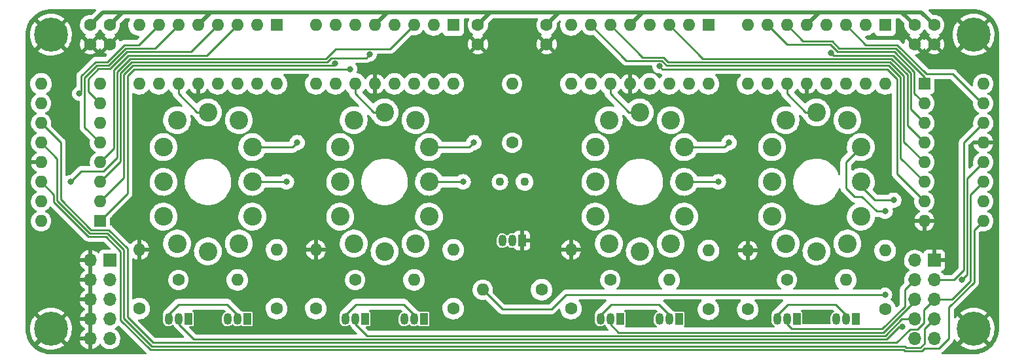
<source format=gbr>
%TF.GenerationSoftware,KiCad,Pcbnew,(6.0.0)*%
%TF.CreationDate,2022-01-22T21:07:15-08:00*%
%TF.ProjectId,nixie_tube_board,6e697869-655f-4747-9562-655f626f6172,rev?*%
%TF.SameCoordinates,Original*%
%TF.FileFunction,Copper,L2,Bot*%
%TF.FilePolarity,Positive*%
%FSLAX46Y46*%
G04 Gerber Fmt 4.6, Leading zero omitted, Abs format (unit mm)*
G04 Created by KiCad (PCBNEW (6.0.0)) date 2022-01-22 21:07:15*
%MOMM*%
%LPD*%
G01*
G04 APERTURE LIST*
%TA.AperFunction,ComponentPad*%
%ADD10C,2.397760*%
%TD*%
%TA.AperFunction,ComponentPad*%
%ADD11O,1.050000X1.500000*%
%TD*%
%TA.AperFunction,ComponentPad*%
%ADD12R,1.050000X1.500000*%
%TD*%
%TA.AperFunction,ComponentPad*%
%ADD13C,1.600000*%
%TD*%
%TA.AperFunction,ComponentPad*%
%ADD14O,1.600000X1.600000*%
%TD*%
%TA.AperFunction,ComponentPad*%
%ADD15R,1.600000X1.600000*%
%TD*%
%TA.AperFunction,ComponentPad*%
%ADD16C,4.400000*%
%TD*%
%TA.AperFunction,ComponentPad*%
%ADD17C,1.107440*%
%TD*%
%TA.AperFunction,ComponentPad*%
%ADD18O,1.700000X1.700000*%
%TD*%
%TA.AperFunction,ComponentPad*%
%ADD19R,1.700000X1.700000*%
%TD*%
%TA.AperFunction,ViaPad*%
%ADD20C,0.800000*%
%TD*%
%TA.AperFunction,Conductor*%
%ADD21C,0.500000*%
%TD*%
%TA.AperFunction,Conductor*%
%ADD22C,0.250000*%
%TD*%
G04 APERTURE END LIST*
D10*
%TO.P,N1,0,0*%
%TO.N,Net-(N1-Pad0)*%
X158148020Y-103558340D03*
%TO.P,N1,1,1*%
%TO.N,Net-(N1-Pad1)*%
X148402040Y-107058460D03*
%TO.P,N1,2,2*%
%TO.N,Net-(N1-Pad2)*%
X146651980Y-103558340D03*
%TO.P,N1,3,3*%
%TO.N,Net-(N1-Pad3)*%
X146651980Y-99060000D03*
%TO.P,N1,4,4*%
%TO.N,Net-(N1-Pad4)*%
X146651980Y-94561660D03*
%TO.P,N1,5,5*%
%TO.N,Net-(N1-Pad5)*%
X148402040Y-91061540D03*
%TO.P,N1,6,6*%
%TO.N,Net-(N1-Pad6)*%
X152400000Y-90060780D03*
%TO.P,N1,7,7*%
%TO.N,Net-(N1-Pad7)*%
X156397960Y-91061540D03*
%TO.P,N1,8,8*%
%TO.N,Net-(N1-Pad8)*%
X158148020Y-94561660D03*
%TO.P,N1,9,9*%
%TO.N,Net-(N1-Pad9)*%
X158148020Y-99060000D03*
%TO.P,N1,A,A*%
%TO.N,Net-(N1-PadA)*%
X156397960Y-107058460D03*
%TO.P,N1,LHDP,LHDP*%
%TO.N,unconnected-(N1-PadLHDP)*%
X152400000Y-108059220D03*
%TD*%
%TO.P,N2,0,0*%
%TO.N,Net-(N2-Pad0)*%
X135288020Y-103558340D03*
%TO.P,N2,1,1*%
%TO.N,Net-(N2-Pad1)*%
X125542040Y-107058460D03*
%TO.P,N2,2,2*%
%TO.N,Net-(N2-Pad2)*%
X123791980Y-103558340D03*
%TO.P,N2,3,3*%
%TO.N,Net-(N2-Pad3)*%
X123791980Y-99060000D03*
%TO.P,N2,4,4*%
%TO.N,Net-(N2-Pad4)*%
X123791980Y-94561660D03*
%TO.P,N2,5,5*%
%TO.N,Net-(N2-Pad5)*%
X125542040Y-91061540D03*
%TO.P,N2,6,6*%
%TO.N,Net-(N2-Pad6)*%
X129540000Y-90060780D03*
%TO.P,N2,7,7*%
%TO.N,Net-(N2-Pad7)*%
X133537960Y-91061540D03*
%TO.P,N2,8,8*%
%TO.N,Net-(N2-Pad8)*%
X135288020Y-94561660D03*
%TO.P,N2,9,9*%
%TO.N,Net-(N2-Pad9)*%
X135288020Y-99060000D03*
%TO.P,N2,A,A*%
%TO.N,Net-(N2-PadA)*%
X133537960Y-107058460D03*
%TO.P,N2,LHDP,LHDP*%
%TO.N,unconnected-(N2-PadLHDP)*%
X129540000Y-108059220D03*
%TD*%
%TO.P,N3,0,0*%
%TO.N,Net-(N3-Pad0)*%
X102268020Y-103558340D03*
%TO.P,N3,1,1*%
%TO.N,Net-(N3-Pad1)*%
X92522040Y-107058460D03*
%TO.P,N3,2,2*%
%TO.N,Net-(N3-Pad2)*%
X90771980Y-103558340D03*
%TO.P,N3,3,3*%
%TO.N,Net-(N3-Pad3)*%
X90771980Y-99060000D03*
%TO.P,N3,4,4*%
%TO.N,Net-(N3-Pad4)*%
X90771980Y-94561660D03*
%TO.P,N3,5,5*%
%TO.N,Net-(N3-Pad5)*%
X92522040Y-91061540D03*
%TO.P,N3,6,6*%
%TO.N,Net-(N3-Pad6)*%
X96520000Y-90060780D03*
%TO.P,N3,7,7*%
%TO.N,Net-(N3-Pad7)*%
X100517960Y-91061540D03*
%TO.P,N3,8,8*%
%TO.N,Net-(N3-Pad8)*%
X102268020Y-94561660D03*
%TO.P,N3,9,9*%
%TO.N,Net-(N3-Pad9)*%
X102268020Y-99060000D03*
%TO.P,N3,A,A*%
%TO.N,Net-(N3-PadA)*%
X100517960Y-107058460D03*
%TO.P,N3,LHDP,LHDP*%
%TO.N,unconnected-(N3-PadLHDP)*%
X96520000Y-108059220D03*
%TD*%
%TO.P,N4,LHDP,LHDP*%
%TO.N,unconnected-(N4-PadLHDP)*%
X73660000Y-108059220D03*
%TO.P,N4,A,A*%
%TO.N,Net-(N4-PadA)*%
X77657960Y-107058460D03*
%TO.P,N4,9,9*%
%TO.N,Net-(N4-Pad9)*%
X79408020Y-99060000D03*
%TO.P,N4,8,8*%
%TO.N,Net-(N4-Pad8)*%
X79408020Y-94561660D03*
%TO.P,N4,7,7*%
%TO.N,Net-(N4-Pad7)*%
X77657960Y-91061540D03*
%TO.P,N4,6,6*%
%TO.N,Net-(N4-Pad6)*%
X73660000Y-90060780D03*
%TO.P,N4,5,5*%
%TO.N,Net-(N4-Pad5)*%
X69662040Y-91061540D03*
%TO.P,N4,4,4*%
%TO.N,Net-(N4-Pad4)*%
X67911980Y-94561660D03*
%TO.P,N4,3,3*%
%TO.N,Net-(N4-Pad3)*%
X67911980Y-99060000D03*
%TO.P,N4,2,2*%
%TO.N,Net-(N4-Pad2)*%
X67911980Y-103558340D03*
%TO.P,N4,1,1*%
%TO.N,Net-(N4-Pad1)*%
X69662040Y-107058460D03*
%TO.P,N4,0,0*%
%TO.N,Net-(N4-Pad0)*%
X79408020Y-103558340D03*
%TD*%
D11*
%TO.P,Q1,3,C*%
%TO.N,Net-(Q1-Pad3)*%
X147320000Y-116840000D03*
%TO.P,Q1,2,B*%
%TO.N,EN1*%
X148590000Y-116840000D03*
D12*
%TO.P,Q1,1,E*%
%TO.N,Net-(Q1-Pad1)*%
X149860000Y-116840000D03*
%TD*%
D11*
%TO.P,Q5,3,C*%
%TO.N,+170V*%
X154940000Y-116840000D03*
%TO.P,Q5,2,B*%
%TO.N,Net-(Q1-Pad3)*%
X156210000Y-116840000D03*
D12*
%TO.P,Q5,1,E*%
%TO.N,Net-(Q5-Pad1)*%
X157480000Y-116840000D03*
%TD*%
D13*
%TO.P,R2,1*%
%TO.N,Net-(Q1-Pad1)*%
X143510000Y-115570000D03*
D14*
%TO.P,R2,2*%
%TO.N,GND*%
X143510000Y-107950000D03*
%TD*%
D13*
%TO.P,R10,1*%
%TO.N,Net-(Q6-Pad1)*%
X138430000Y-115570000D03*
D14*
%TO.P,R10,2*%
%TO.N,Net-(N2-PadA)*%
X138430000Y-107950000D03*
%TD*%
D15*
%TO.P,U2,1,QB*%
%TO.N,Net-(U2-Pad1)*%
X59690000Y-104140000D03*
D14*
%TO.P,U2,2,QC*%
%TO.N,Net-(U2-Pad2)*%
X59690000Y-101600000D03*
%TO.P,U2,3,QD*%
%TO.N,Net-(U2-Pad3)*%
X59690000Y-99060000D03*
%TO.P,U2,4,QE*%
%TO.N,Net-(U2-Pad4)*%
X59690000Y-96520000D03*
%TO.P,U2,5,QF*%
%TO.N,Net-(U2-Pad5)*%
X59690000Y-93980000D03*
%TO.P,U2,6,QG*%
%TO.N,Net-(U2-Pad6)*%
X59690000Y-91440000D03*
%TO.P,U2,7,QH*%
%TO.N,Net-(U2-Pad7)*%
X59690000Y-88900000D03*
%TO.P,U2,8,GND*%
%TO.N,GND*%
X59690000Y-86360000D03*
%TO.P,U2,9,QH'*%
%TO.N,unconnected-(U2-Pad9)*%
X52070000Y-86360000D03*
%TO.P,U2,10,~{SRCLR}*%
%TO.N,+5V*%
X52070000Y-88900000D03*
%TO.P,U2,11,SRCLK*%
%TO.N,SRCLK*%
X52070000Y-91440000D03*
%TO.P,U2,12,RCLK*%
%TO.N,RCLK*%
X52070000Y-93980000D03*
%TO.P,U2,13,~{OE}*%
%TO.N,GND*%
X52070000Y-96520000D03*
%TO.P,U2,14,SER*%
%TO.N,Net-(U1-Pad9)*%
X52070000Y-99060000D03*
%TO.P,U2,15,QA*%
%TO.N,Net-(U2-Pad15)*%
X52070000Y-101600000D03*
%TO.P,U2,16,VCC*%
%TO.N,+5V*%
X52070000Y-104140000D03*
%TD*%
D15*
%TO.P,U3,1,~{Q8}*%
%TO.N,Net-(N1-Pad8)*%
X161290000Y-78740000D03*
D14*
%TO.P,U3,2,~{Q9}*%
%TO.N,Net-(N1-Pad9)*%
X158750000Y-78740000D03*
%TO.P,U3,3,A*%
%TO.N,Net-(U1-Pad15)*%
X156210000Y-78740000D03*
%TO.P,U3,4,D*%
%TO.N,Net-(U1-Pad3)*%
X153670000Y-78740000D03*
%TO.P,U3,5,VCC*%
%TO.N,+5V*%
X151130000Y-78740000D03*
%TO.P,U3,6,B*%
%TO.N,Net-(U1-Pad1)*%
X148590000Y-78740000D03*
%TO.P,U3,7,C*%
%TO.N,Net-(U1-Pad2)*%
X146050000Y-78740000D03*
%TO.P,U3,8,~{Q2}*%
%TO.N,Net-(N1-Pad2)*%
X143510000Y-78740000D03*
%TO.P,U3,9,~{Q3}*%
%TO.N,Net-(N1-Pad3)*%
X143510000Y-86360000D03*
%TO.P,U3,10,~{Q7}*%
%TO.N,Net-(N1-Pad7)*%
X146050000Y-86360000D03*
%TO.P,U3,11,~{Q6}*%
%TO.N,Net-(N1-Pad6)*%
X148590000Y-86360000D03*
%TO.P,U3,12,GND*%
%TO.N,GND*%
X151130000Y-86360000D03*
%TO.P,U3,13,~{Q4}*%
%TO.N,Net-(N1-Pad4)*%
X153670000Y-86360000D03*
%TO.P,U3,14,~{Q5}*%
%TO.N,Net-(N1-Pad5)*%
X156210000Y-86360000D03*
%TO.P,U3,15,~{Q1}*%
%TO.N,Net-(N1-Pad1)*%
X158750000Y-86360000D03*
%TO.P,U3,16,~{Q0}*%
%TO.N,Net-(N1-Pad0)*%
X161290000Y-86360000D03*
%TD*%
D15*
%TO.P,U4,1,~{Q8}*%
%TO.N,Net-(N2-Pad8)*%
X138430000Y-78740000D03*
D14*
%TO.P,U4,2,~{Q9}*%
%TO.N,Net-(N2-Pad9)*%
X135890000Y-78740000D03*
%TO.P,U4,3,A*%
%TO.N,Net-(U1-Pad4)*%
X133350000Y-78740000D03*
%TO.P,U4,4,D*%
%TO.N,Net-(U1-Pad7)*%
X130810000Y-78740000D03*
%TO.P,U4,5,VCC*%
%TO.N,+5V*%
X128270000Y-78740000D03*
%TO.P,U4,6,B*%
%TO.N,Net-(U1-Pad5)*%
X125730000Y-78740000D03*
%TO.P,U4,7,C*%
%TO.N,Net-(U1-Pad6)*%
X123190000Y-78740000D03*
%TO.P,U4,8,~{Q2}*%
%TO.N,Net-(N2-Pad2)*%
X120650000Y-78740000D03*
%TO.P,U4,9,~{Q3}*%
%TO.N,Net-(N2-Pad3)*%
X120650000Y-86360000D03*
%TO.P,U4,10,~{Q7}*%
%TO.N,Net-(N2-Pad7)*%
X123190000Y-86360000D03*
%TO.P,U4,11,~{Q6}*%
%TO.N,Net-(N2-Pad6)*%
X125730000Y-86360000D03*
%TO.P,U4,12,GND*%
%TO.N,GND*%
X128270000Y-86360000D03*
%TO.P,U4,13,~{Q4}*%
%TO.N,Net-(N2-Pad4)*%
X130810000Y-86360000D03*
%TO.P,U4,14,~{Q5}*%
%TO.N,Net-(N2-Pad5)*%
X133350000Y-86360000D03*
%TO.P,U4,15,~{Q1}*%
%TO.N,Net-(N2-Pad1)*%
X135890000Y-86360000D03*
%TO.P,U4,16,~{Q0}*%
%TO.N,Net-(N2-Pad0)*%
X138430000Y-86360000D03*
%TD*%
D15*
%TO.P,U5,1,~{Q8}*%
%TO.N,Net-(N3-Pad8)*%
X105410000Y-78740000D03*
D14*
%TO.P,U5,2,~{Q9}*%
%TO.N,Net-(N3-Pad9)*%
X102870000Y-78740000D03*
%TO.P,U5,3,A*%
%TO.N,Net-(U2-Pad15)*%
X100330000Y-78740000D03*
%TO.P,U5,4,D*%
%TO.N,Net-(U2-Pad3)*%
X97790000Y-78740000D03*
%TO.P,U5,5,VCC*%
%TO.N,+5V*%
X95250000Y-78740000D03*
%TO.P,U5,6,B*%
%TO.N,Net-(U2-Pad1)*%
X92710000Y-78740000D03*
%TO.P,U5,7,C*%
%TO.N,Net-(U2-Pad2)*%
X90170000Y-78740000D03*
%TO.P,U5,8,~{Q2}*%
%TO.N,Net-(N3-Pad2)*%
X87630000Y-78740000D03*
%TO.P,U5,9,~{Q3}*%
%TO.N,Net-(N3-Pad3)*%
X87630000Y-86360000D03*
%TO.P,U5,10,~{Q7}*%
%TO.N,Net-(N3-Pad7)*%
X90170000Y-86360000D03*
%TO.P,U5,11,~{Q6}*%
%TO.N,Net-(N3-Pad6)*%
X92710000Y-86360000D03*
%TO.P,U5,12,GND*%
%TO.N,GND*%
X95250000Y-86360000D03*
%TO.P,U5,13,~{Q4}*%
%TO.N,Net-(N3-Pad4)*%
X97790000Y-86360000D03*
%TO.P,U5,14,~{Q5}*%
%TO.N,Net-(N3-Pad5)*%
X100330000Y-86360000D03*
%TO.P,U5,15,~{Q1}*%
%TO.N,Net-(N3-Pad1)*%
X102870000Y-86360000D03*
%TO.P,U5,16,~{Q0}*%
%TO.N,Net-(N3-Pad0)*%
X105410000Y-86360000D03*
%TD*%
D15*
%TO.P,U6,1,~{Q8}*%
%TO.N,Net-(N4-Pad8)*%
X82550000Y-78740000D03*
D14*
%TO.P,U6,2,~{Q9}*%
%TO.N,Net-(N4-Pad9)*%
X80010000Y-78740000D03*
%TO.P,U6,3,A*%
%TO.N,Net-(U2-Pad4)*%
X77470000Y-78740000D03*
%TO.P,U6,4,D*%
%TO.N,Net-(U2-Pad7)*%
X74930000Y-78740000D03*
%TO.P,U6,5,VCC*%
%TO.N,+5V*%
X72390000Y-78740000D03*
%TO.P,U6,6,B*%
%TO.N,Net-(U2-Pad5)*%
X69850000Y-78740000D03*
%TO.P,U6,7,C*%
%TO.N,Net-(U2-Pad6)*%
X67310000Y-78740000D03*
%TO.P,U6,8,~{Q2}*%
%TO.N,Net-(N4-Pad2)*%
X64770000Y-78740000D03*
%TO.P,U6,9,~{Q3}*%
%TO.N,Net-(N4-Pad3)*%
X64770000Y-86360000D03*
%TO.P,U6,10,~{Q7}*%
%TO.N,Net-(N4-Pad7)*%
X67310000Y-86360000D03*
%TO.P,U6,11,~{Q6}*%
%TO.N,Net-(N4-Pad6)*%
X69850000Y-86360000D03*
%TO.P,U6,12,GND*%
%TO.N,GND*%
X72390000Y-86360000D03*
%TO.P,U6,13,~{Q4}*%
%TO.N,Net-(N4-Pad4)*%
X74930000Y-86360000D03*
%TO.P,U6,14,~{Q5}*%
%TO.N,Net-(N4-Pad5)*%
X77470000Y-86360000D03*
%TO.P,U6,15,~{Q1}*%
%TO.N,Net-(N4-Pad1)*%
X80010000Y-86360000D03*
%TO.P,U6,16,~{Q0}*%
%TO.N,Net-(N4-Pad0)*%
X82550000Y-86360000D03*
%TD*%
%TO.P,R13,2*%
%TO.N,EN5*%
X109220000Y-113030000D03*
D13*
%TO.P,R13,1*%
%TO.N,Net-(Q9-Pad2)*%
X116840000Y-113030000D03*
%TD*%
D14*
%TO.P,R9,2*%
%TO.N,Net-(N1-PadA)*%
X161290000Y-107950000D03*
D13*
%TO.P,R9,1*%
%TO.N,Net-(Q5-Pad1)*%
X161290000Y-115570000D03*
%TD*%
D14*
%TO.P,U1,16,VCC*%
%TO.N,+5V*%
X173990000Y-86360000D03*
%TO.P,U1,15,QA*%
%TO.N,Net-(U1-Pad15)*%
X173990000Y-88900000D03*
%TO.P,U1,14,SER*%
%TO.N,SER*%
X173990000Y-91440000D03*
%TO.P,U1,13,~{OE}*%
%TO.N,GND*%
X173990000Y-93980000D03*
%TO.P,U1,12,RCLK*%
%TO.N,RCLK*%
X173990000Y-96520000D03*
%TO.P,U1,11,SRCLK*%
%TO.N,SRCLK*%
X173990000Y-99060000D03*
%TO.P,U1,10,~{SRCLR}*%
%TO.N,+5V*%
X173990000Y-101600000D03*
%TO.P,U1,9,QH'*%
%TO.N,Net-(U1-Pad9)*%
X173990000Y-104140000D03*
%TO.P,U1,8,GND*%
%TO.N,GND*%
X166370000Y-104140000D03*
%TO.P,U1,7,QH*%
%TO.N,Net-(U1-Pad7)*%
X166370000Y-101600000D03*
%TO.P,U1,6,QG*%
%TO.N,Net-(U1-Pad6)*%
X166370000Y-99060000D03*
%TO.P,U1,5,QF*%
%TO.N,Net-(U1-Pad5)*%
X166370000Y-96520000D03*
%TO.P,U1,4,QE*%
%TO.N,Net-(U1-Pad4)*%
X166370000Y-93980000D03*
%TO.P,U1,3,QD*%
%TO.N,Net-(U1-Pad3)*%
X166370000Y-91440000D03*
%TO.P,U1,2,QC*%
%TO.N,Net-(U1-Pad2)*%
X166370000Y-88900000D03*
D15*
%TO.P,U1,1,QB*%
%TO.N,Net-(U1-Pad1)*%
X166370000Y-86360000D03*
%TD*%
D13*
%TO.P,R1,1*%
%TO.N,+170V*%
X148590000Y-111760000D03*
D14*
%TO.P,R1,2*%
%TO.N,Net-(Q1-Pad3)*%
X156210000Y-111760000D03*
%TD*%
D12*
%TO.P,Q9,1,E*%
%TO.N,GND*%
X114300000Y-106680000D03*
D11*
%TO.P,Q9,2,B*%
%TO.N,Net-(Q9-Pad2)*%
X113030000Y-106680000D03*
%TO.P,Q9,3,C*%
%TO.N,Net-(N5-PadK)*%
X111760000Y-106680000D03*
%TD*%
%TO.P,Q8,3,C*%
%TO.N,+170V*%
X76200000Y-116840000D03*
%TO.P,Q8,2,B*%
%TO.N,Net-(Q4-Pad3)*%
X77470000Y-116840000D03*
D12*
%TO.P,Q8,1,E*%
%TO.N,Net-(Q8-Pad1)*%
X78740000Y-116840000D03*
%TD*%
D13*
%TO.P,R11,1*%
%TO.N,Net-(Q7-Pad1)*%
X105410000Y-115470000D03*
D14*
%TO.P,R11,2*%
%TO.N,Net-(N3-PadA)*%
X105410000Y-107850000D03*
%TD*%
D13*
%TO.P,C3,1*%
%TO.N,+5V*%
X165100000Y-78740000D03*
%TO.P,C3,2*%
%TO.N,GND*%
X165100000Y-81240000D03*
%TD*%
%TO.P,R8,1*%
%TO.N,Net-(Q4-Pad1)*%
X64770000Y-115470000D03*
D14*
%TO.P,R8,2*%
%TO.N,GND*%
X64770000Y-107850000D03*
%TD*%
D16*
%TO.P,H2,1,1*%
%TO.N,GND*%
X172720000Y-118110000D03*
%TD*%
D12*
%TO.P,Q6,1,E*%
%TO.N,Net-(Q6-Pad1)*%
X134620000Y-116840000D03*
D11*
%TO.P,Q6,2,B*%
%TO.N,Net-(Q2-Pad3)*%
X133350000Y-116840000D03*
%TO.P,Q6,3,C*%
%TO.N,+170V*%
X132080000Y-116840000D03*
%TD*%
D13*
%TO.P,R5,1*%
%TO.N,+170V*%
X92710000Y-111760000D03*
D14*
%TO.P,R5,2*%
%TO.N,Net-(Q3-Pad3)*%
X100330000Y-111760000D03*
%TD*%
D13*
%TO.P,C1,2*%
%TO.N,GND*%
X167640000Y-81240000D03*
%TO.P,C1,1*%
%TO.N,+5V*%
X167640000Y-78740000D03*
%TD*%
%TO.P,C4,2*%
%TO.N,GND*%
X117475000Y-81240000D03*
%TO.P,C4,1*%
%TO.N,+5V*%
X117475000Y-78740000D03*
%TD*%
D16*
%TO.P,H4,1,1*%
%TO.N,GND*%
X53340000Y-80010000D03*
%TD*%
%TO.P,H3,1,1*%
%TO.N,GND*%
X53340000Y-118110000D03*
%TD*%
D14*
%TO.P,R7,2*%
%TO.N,Net-(Q4-Pad3)*%
X77470000Y-111760000D03*
D13*
%TO.P,R7,1*%
%TO.N,+170V*%
X69850000Y-111760000D03*
%TD*%
D14*
%TO.P,R6,2*%
%TO.N,GND*%
X87630000Y-107850000D03*
D13*
%TO.P,R6,1*%
%TO.N,Net-(Q3-Pad1)*%
X87630000Y-115470000D03*
%TD*%
D11*
%TO.P,Q7,3,C*%
%TO.N,+170V*%
X99060000Y-116840000D03*
%TO.P,Q7,2,B*%
%TO.N,Net-(Q3-Pad3)*%
X100330000Y-116840000D03*
D12*
%TO.P,Q7,1,E*%
%TO.N,Net-(Q7-Pad1)*%
X101600000Y-116840000D03*
%TD*%
D14*
%TO.P,R14,2*%
%TO.N,Net-(N5-PadA)*%
X113030000Y-86360000D03*
D13*
%TO.P,R14,1*%
%TO.N,+170V*%
X113030000Y-93980000D03*
%TD*%
D14*
%TO.P,R3,2*%
%TO.N,Net-(Q2-Pad3)*%
X133350000Y-111760000D03*
D13*
%TO.P,R3,1*%
%TO.N,+170V*%
X125730000Y-111760000D03*
%TD*%
D11*
%TO.P,Q3,3,C*%
%TO.N,Net-(Q3-Pad3)*%
X91440000Y-116840000D03*
%TO.P,Q3,2,B*%
%TO.N,EN3*%
X92710000Y-116840000D03*
D12*
%TO.P,Q3,1,E*%
%TO.N,Net-(Q3-Pad1)*%
X93980000Y-116840000D03*
%TD*%
%TO.P,Q2,1,E*%
%TO.N,Net-(Q2-Pad1)*%
X127000000Y-116840000D03*
D11*
%TO.P,Q2,2,B*%
%TO.N,EN2*%
X125730000Y-116840000D03*
%TO.P,Q2,3,C*%
%TO.N,Net-(Q2-Pad3)*%
X124460000Y-116840000D03*
%TD*%
D12*
%TO.P,Q4,1,E*%
%TO.N,Net-(Q4-Pad1)*%
X71120000Y-116840000D03*
D11*
%TO.P,Q4,2,B*%
%TO.N,EN4*%
X69850000Y-116840000D03*
%TO.P,Q4,3,C*%
%TO.N,Net-(Q4-Pad3)*%
X68580000Y-116840000D03*
%TD*%
D16*
%TO.P,H1,1,1*%
%TO.N,GND*%
X172720000Y-80010000D03*
%TD*%
D17*
%TO.P,N5,A,A*%
%TO.N,Net-(N5-PadA)*%
X111442500Y-99060000D03*
%TO.P,N5,K,K*%
%TO.N,Net-(N5-PadK)*%
X114617500Y-99060000D03*
%TD*%
D13*
%TO.P,C2,2*%
%TO.N,GND*%
X58420000Y-81240000D03*
%TO.P,C2,1*%
%TO.N,+5V*%
X58420000Y-78740000D03*
%TD*%
%TO.P,C6,2*%
%TO.N,GND*%
X60960000Y-81240000D03*
%TO.P,C6,1*%
%TO.N,+5V*%
X60960000Y-78740000D03*
%TD*%
%TO.P,R12,1*%
%TO.N,Net-(Q8-Pad1)*%
X82550000Y-115470000D03*
D14*
%TO.P,R12,2*%
%TO.N,Net-(N4-PadA)*%
X82550000Y-107850000D03*
%TD*%
D13*
%TO.P,C5,1*%
%TO.N,+5V*%
X108585000Y-78740000D03*
%TO.P,C5,2*%
%TO.N,GND*%
X108585000Y-81240000D03*
%TD*%
%TO.P,R4,1*%
%TO.N,Net-(Q2-Pad1)*%
X120650000Y-115470000D03*
D14*
%TO.P,R4,2*%
%TO.N,GND*%
X120650000Y-107850000D03*
%TD*%
D18*
%TO.P,J1,10,Pin_10*%
%TO.N,EN4*%
X165100000Y-119380000D03*
%TO.P,J1,9,Pin_9*%
%TO.N,EN5*%
X167640000Y-119380000D03*
%TO.P,J1,8,Pin_8*%
%TO.N,EN3*%
X165100000Y-116840000D03*
%TO.P,J1,7,Pin_7*%
%TO.N,RCLK*%
X167640000Y-116840000D03*
%TO.P,J1,6,Pin_6*%
%TO.N,EN2*%
X165100000Y-114300000D03*
%TO.P,J1,5,Pin_5*%
%TO.N,SRCLK*%
X167640000Y-114300000D03*
%TO.P,J1,4,Pin_4*%
%TO.N,EN1*%
X165100000Y-111760000D03*
%TO.P,J1,3,Pin_3*%
%TO.N,SER*%
X167640000Y-111760000D03*
%TO.P,J1,2,Pin_2*%
%TO.N,+5V*%
X165100000Y-109220000D03*
D19*
%TO.P,J1,1,Pin_1*%
%TO.N,GND*%
X167640000Y-109220000D03*
%TD*%
D18*
%TO.P,J2,10,Pin_10*%
%TO.N,GND*%
X58420000Y-119380000D03*
%TO.P,J2,9,Pin_9*%
%TO.N,+170V*%
X60960000Y-119380000D03*
%TO.P,J2,8,Pin_8*%
%TO.N,GND*%
X58420000Y-116840000D03*
%TO.P,J2,7,Pin_7*%
%TO.N,+170V*%
X60960000Y-116840000D03*
%TO.P,J2,6,Pin_6*%
%TO.N,GND*%
X58420000Y-114300000D03*
%TO.P,J2,5,Pin_5*%
%TO.N,+170V*%
X60960000Y-114300000D03*
%TO.P,J2,4,Pin_4*%
%TO.N,GND*%
X58420000Y-111760000D03*
%TO.P,J2,3,Pin_3*%
%TO.N,+170V*%
X60960000Y-111760000D03*
%TO.P,J2,2,Pin_2*%
%TO.N,GND*%
X58420000Y-109220000D03*
D19*
%TO.P,J2,1,Pin_1*%
%TO.N,+170V*%
X60960000Y-109220000D03*
%TD*%
D20*
%TO.N,Net-(U2-Pad15)*%
X55880000Y-99060000D03*
%TO.N,EN4*%
X163471260Y-117840760D03*
%TO.N,GND*%
X62230000Y-104140000D03*
X85090000Y-116840000D03*
X71120000Y-102870000D03*
X55880000Y-93345000D03*
X127000000Y-102870000D03*
X140970000Y-102870000D03*
X149860000Y-102870000D03*
X173990000Y-113030000D03*
X140970000Y-116840000D03*
X96520000Y-116840000D03*
X113030000Y-81280000D03*
X129540000Y-116840000D03*
X85090000Y-102870000D03*
X113030000Y-116840000D03*
X73660000Y-116840000D03*
X170180000Y-92710000D03*
X152400000Y-116840000D03*
X93980000Y-102870000D03*
%TO.N,Net-(N1-Pad9)*%
X162399858Y-101439858D03*
%TO.N,Net-(N1-Pad8)*%
X161290000Y-102870000D03*
%TO.N,Net-(N2-Pad8)*%
X141079011Y-93980000D03*
%TO.N,Net-(N2-Pad9)*%
X139700000Y-99060000D03*
%TO.N,Net-(U2-Pad6)*%
X56991469Y-87630000D03*
%TO.N,Net-(U2-Pad3)*%
X94615000Y-82550000D03*
%TO.N,Net-(U2-Pad2)*%
X90098245Y-83730500D03*
%TO.N,Net-(U2-Pad1)*%
X92075000Y-84455000D03*
%TO.N,Net-(N3-Pad8)*%
X108059011Y-93980000D03*
%TO.N,Net-(N3-Pad9)*%
X106680000Y-99060000D03*
%TO.N,Net-(N4-Pad8)*%
X85199011Y-93980000D03*
%TO.N,Net-(N4-Pad9)*%
X83820000Y-99060000D03*
%TO.N,Net-(U1-Pad7)*%
X132080000Y-84094980D03*
%TO.N,Net-(U1-Pad3)*%
X154305000Y-82381940D03*
%TO.N,EN5*%
X161290000Y-113665000D03*
%TO.N,RCLK*%
X171200299Y-111764299D03*
%TD*%
D21*
%TO.N,+5V*%
X74039511Y-77090489D02*
X165990489Y-77090489D01*
D22*
%TO.N,EN4*%
X71814538Y-119458560D02*
X161464578Y-119458560D01*
D21*
%TO.N,+5V*%
X165100000Y-78740000D02*
X163450489Y-77090489D01*
X165990489Y-77090489D02*
X167640000Y-78740000D01*
X119000489Y-77214511D02*
X119000489Y-77090489D01*
X110110489Y-77214511D02*
X110110489Y-77090489D01*
X95250000Y-78740000D02*
X96899511Y-77090489D01*
X151130000Y-78740000D02*
X152779511Y-77090489D01*
X129919511Y-77090489D02*
X128270000Y-78740000D01*
X117475000Y-78740000D02*
X119000489Y-77214511D01*
X108585000Y-78740000D02*
X110110489Y-77214511D01*
D22*
%TO.N,EN5*%
X111760000Y-115570000D02*
X118110000Y-115570000D01*
%TO.N,SRCLK*%
X166274511Y-115665489D02*
X167640000Y-114300000D01*
X166274511Y-117326499D02*
X166274511Y-115665489D01*
X165441953Y-118159057D02*
X166274511Y-117326499D01*
X164514057Y-118159057D02*
X165441953Y-118159057D01*
X162765034Y-119908080D02*
X164514057Y-118159057D01*
X63245489Y-116585489D02*
X66568080Y-119908080D01*
X58565489Y-105264511D02*
X60814511Y-105264511D01*
X66568080Y-119908080D02*
X162765034Y-119908080D01*
X54610000Y-101309022D02*
X58565489Y-105264511D01*
X54610000Y-93980000D02*
X54610000Y-101309022D01*
X52070000Y-91440000D02*
X54610000Y-93980000D01*
X60814511Y-105264511D02*
X63245489Y-107695489D01*
X63245489Y-107695489D02*
X63245489Y-116585489D01*
%TO.N,Net-(U1-Pad9)*%
X172798560Y-105331440D02*
X173990000Y-104140000D01*
X172798560Y-112071772D02*
X172798560Y-105331440D01*
X169545000Y-115325332D02*
X172798560Y-112071772D01*
X169545000Y-119380000D02*
X169545000Y-115325332D01*
X168275000Y-120650000D02*
X169545000Y-119380000D01*
X166370718Y-120650000D02*
X168275000Y-120650000D01*
X166016686Y-121004031D02*
X166370718Y-120650000D01*
X163840713Y-121004031D02*
X166016686Y-121004031D01*
X163643802Y-120807120D02*
X163840713Y-121004031D01*
X62346449Y-116957884D02*
X66195685Y-120807120D01*
X58193094Y-106163551D02*
X60442115Y-106163551D01*
X62346449Y-108067885D02*
X62346449Y-116957884D01*
X66195685Y-120807120D02*
X163643802Y-120807120D01*
X53710960Y-101681417D02*
X58193094Y-106163551D01*
X53710960Y-100700960D02*
X53710960Y-101681417D01*
X52070000Y-99060000D02*
X53710960Y-100700960D01*
X60442115Y-106163551D02*
X62346449Y-108067885D01*
%TO.N,RCLK*%
X62795969Y-116771687D02*
X66381882Y-120357600D01*
X66381882Y-120357600D02*
X163830000Y-120357600D01*
X62795969Y-107881687D02*
X62795969Y-116771687D01*
X60628313Y-105714031D02*
X62795969Y-107881687D01*
X54160480Y-101495220D02*
X58379291Y-105714031D01*
X54160480Y-96070480D02*
X54160480Y-101495220D01*
X58379291Y-105714031D02*
X60628313Y-105714031D01*
X52070000Y-93980000D02*
X54160480Y-96070480D01*
%TO.N,EN4*%
X163082378Y-117840760D02*
X161464578Y-119458560D01*
X163471260Y-117840760D02*
X163082378Y-117840760D01*
X69850000Y-117494022D02*
X69850000Y-116840000D01*
X71814538Y-119458560D02*
X69850000Y-117494022D01*
%TO.N,EN3*%
X163447420Y-116840000D02*
X165100000Y-116840000D01*
X161278380Y-119009040D02*
X163447420Y-116840000D01*
X94225018Y-119009040D02*
X161278380Y-119009040D01*
X92710000Y-117494022D02*
X94225018Y-119009040D01*
X92710000Y-116840000D02*
X92710000Y-117494022D01*
%TO.N,Net-(N3-Pad8)*%
X108059011Y-93980000D02*
X107477351Y-94561660D01*
X107477351Y-94561660D02*
X102268020Y-94561660D01*
%TO.N,EN2*%
X125730000Y-117494022D02*
X125730000Y-116840000D01*
X126795498Y-118559520D02*
X125730000Y-117494022D01*
X126795498Y-118559520D02*
X161092182Y-118559520D01*
X165100000Y-114551702D02*
X161092182Y-118559520D01*
X165100000Y-114300000D02*
X165100000Y-114551702D01*
%TO.N,Net-(U1-Pad6)*%
X133015114Y-84005480D02*
X161739161Y-84005480D01*
%TO.N,EN5*%
X118110000Y-115570000D02*
X120015000Y-113665000D01*
D21*
%TO.N,+5V*%
X60069511Y-77090489D02*
X74039511Y-77090489D01*
D22*
%TO.N,Net-(U2-Pad3)*%
X63762604Y-83555960D02*
X89086198Y-83555960D01*
%TO.N,Net-(U1-Pad4)*%
X164163071Y-91773071D02*
X166370000Y-93980000D01*
X164163071Y-85157957D02*
X164163071Y-91773071D01*
X162111557Y-83106441D02*
X164163071Y-85157957D01*
X137795000Y-83106440D02*
X162111557Y-83106441D01*
%TO.N,Net-(U1-Pad5)*%
X163713551Y-93863551D02*
X166370000Y-96520000D01*
X161925357Y-83555960D02*
X163713551Y-85344154D01*
X132582969Y-82920949D02*
X133217980Y-83555960D01*
X129910949Y-82920949D02*
X132582969Y-82920949D01*
X163713551Y-85344154D02*
X163713551Y-93863551D01*
X125730000Y-78740000D02*
X129910949Y-82920949D01*
X133217980Y-83555960D02*
X161925357Y-83555960D01*
%TO.N,Net-(U1-Pad6)*%
X163264031Y-95954031D02*
X166370000Y-99060000D01*
X161739161Y-84005480D02*
X163264031Y-85530351D01*
X163264031Y-85530351D02*
X163264031Y-95954031D01*
%TO.N,Net-(U1-Pad7)*%
X162814511Y-85716548D02*
X161552963Y-84455000D01*
X161552963Y-84455000D02*
X132440020Y-84455000D01*
X162814511Y-98044511D02*
X162814511Y-85716548D01*
X132440020Y-84455000D02*
X132080000Y-84094980D01*
X166370000Y-101600000D02*
X162814511Y-98044511D01*
%TO.N,EN5*%
X161290000Y-113665000D02*
X120015000Y-113665000D01*
X111760000Y-115570000D02*
X109220000Y-113030000D01*
D21*
%TO.N,+5V*%
X60960000Y-78740000D02*
X62609511Y-77090489D01*
X60069511Y-77090489D02*
X58420000Y-78740000D01*
D22*
%TO.N,Net-(U2-Pad1)*%
X63245489Y-85344511D02*
X63245489Y-100584511D01*
X63245489Y-100584511D02*
X59690000Y-104140000D01*
X64135000Y-84455000D02*
X63245489Y-85344511D01*
X92075000Y-84455000D02*
X64135000Y-84455000D01*
%TO.N,Net-(U2-Pad2)*%
X62795969Y-98494031D02*
X59690000Y-101600000D01*
X62795969Y-85158314D02*
X62795969Y-98494031D01*
X89823265Y-84005480D02*
X63948802Y-84005480D01*
X63948802Y-84005480D02*
X62795969Y-85158314D01*
%TO.N,Net-(U2-Pad3)*%
X94159011Y-83005989D02*
X89636169Y-83005989D01*
X94615000Y-82550000D02*
X94159011Y-83005989D01*
X89636169Y-83005989D02*
X89086198Y-83555960D01*
X62346449Y-96403551D02*
X59690000Y-99060000D01*
X62346449Y-84972117D02*
X62346449Y-96403551D01*
X63762604Y-83555960D02*
X62346449Y-84972117D01*
%TO.N,Net-(U2-Pad15)*%
X97244511Y-81825489D02*
X100330000Y-78740000D01*
X90180951Y-81825489D02*
X97244511Y-81825489D01*
X88900000Y-83106440D02*
X90180951Y-81825489D01*
X63576407Y-83106440D02*
X88900000Y-83106440D01*
X61896929Y-95903371D02*
X61896929Y-84785920D01*
X57295489Y-97644511D02*
X60155789Y-97644511D01*
X60155789Y-97644511D02*
X61896929Y-95903371D01*
X55880000Y-99060000D02*
X57295489Y-97644511D01*
X61896929Y-84785920D02*
X63576407Y-83106440D01*
%TO.N,SER*%
X171450000Y-110490000D02*
X171450000Y-93980000D01*
X171450000Y-93980000D02*
X173990000Y-91440000D01*
X170180000Y-111760000D02*
X171450000Y-110490000D01*
X167640000Y-111760000D02*
X170180000Y-111760000D01*
%TO.N,SRCLK*%
X169934614Y-114300000D02*
X167640000Y-114300000D01*
X172349040Y-111885574D02*
X169934614Y-114300000D01*
X172349040Y-100700960D02*
X172349040Y-111885574D01*
X173990000Y-99060000D02*
X172349040Y-100700960D01*
%TO.N,RCLK*%
X166370000Y-118110000D02*
X167640000Y-116840000D01*
X166370000Y-120015000D02*
X166370000Y-118110000D01*
X165830489Y-120554511D02*
X166370000Y-120015000D01*
X164026911Y-120554511D02*
X165830489Y-120554511D01*
X163830000Y-120357600D02*
X164026911Y-120554511D01*
%TO.N,EN1*%
X163830000Y-113030000D02*
X165100000Y-111760000D01*
X160905985Y-118110000D02*
X163830000Y-115185985D01*
X149205978Y-118110000D02*
X160905985Y-118110000D01*
X148590000Y-117494022D02*
X149205978Y-118110000D01*
X148590000Y-116840000D02*
X148590000Y-117494022D01*
X163830000Y-115185985D02*
X163830000Y-113030000D01*
%TO.N,Net-(U2-Pad6)*%
X56991469Y-87630000D02*
X57266449Y-87355020D01*
X57266449Y-87355020D02*
X57266449Y-85356132D01*
X62831616Y-81308362D02*
X64741638Y-81308362D01*
X59108095Y-83514486D02*
X60625491Y-83514486D01*
X57266449Y-85356132D02*
X59108095Y-83514486D01*
X64741638Y-81308362D02*
X67310000Y-78740000D01*
X60625491Y-83514486D02*
X62831616Y-81308362D01*
%TO.N,RCLK*%
X171899520Y-98610480D02*
X173990000Y-96520000D01*
X171200299Y-111764299D02*
X171899520Y-111065078D01*
X171899520Y-111065078D02*
X171899520Y-98610480D01*
%TO.N,Net-(U2-Pad5)*%
X57715969Y-92005969D02*
X59690000Y-93980000D01*
X59294292Y-83964006D02*
X57715969Y-85542329D01*
X60811689Y-83964006D02*
X59294292Y-83964006D01*
X63017813Y-81757882D02*
X60811689Y-83964006D01*
X57715969Y-85542329D02*
X57715969Y-92005969D01*
X66832119Y-81757881D02*
X63017813Y-81757882D01*
X69850000Y-78740000D02*
X66832119Y-81757881D01*
%TO.N,Net-(U2-Pad7)*%
X58165489Y-85728526D02*
X58165489Y-87375489D01*
X60997889Y-84413526D02*
X59480489Y-84413526D01*
X59480489Y-84413526D02*
X58165489Y-85728526D01*
X63204011Y-82207401D02*
X60997889Y-84413526D01*
X71462600Y-82207400D02*
X63204011Y-82207401D01*
X58165489Y-87375489D02*
X59690000Y-88900000D01*
X74930000Y-78740000D02*
X71462600Y-82207400D01*
%TO.N,Net-(U2-Pad4)*%
X61447409Y-84599723D02*
X61447409Y-94762591D01*
X61447409Y-84599723D02*
X63390209Y-82656920D01*
X61447409Y-94762591D02*
X59690000Y-96520000D01*
X73553080Y-82656920D02*
X63390209Y-82656920D01*
X77470000Y-78740000D02*
X73553080Y-82656920D01*
%TO.N,Net-(U2-Pad2)*%
X90098245Y-83730500D02*
X89823265Y-84005480D01*
%TO.N,Net-(N1-Pad8)*%
X156224629Y-96485051D02*
X158148020Y-94561660D01*
X158293158Y-100983391D02*
X157351324Y-100983391D01*
X160179767Y-102870000D02*
X158293158Y-100983391D01*
X161290000Y-102870000D02*
X160179767Y-102870000D01*
X157351324Y-100983391D02*
X156224629Y-99856696D01*
X156224629Y-99856696D02*
X156224629Y-96485051D01*
%TO.N,Net-(N1-Pad9)*%
X158148020Y-99636851D02*
X158148020Y-99060000D01*
X159951027Y-101439858D02*
X158148020Y-99636851D01*
X162399858Y-101439858D02*
X159951027Y-101439858D01*
%TO.N,Net-(U1-Pad15)*%
X173829850Y-88900000D02*
X173990000Y-88900000D01*
X162856345Y-81308360D02*
X166637985Y-85090000D01*
X158778360Y-81308360D02*
X162856345Y-81308360D01*
X156210000Y-78740000D02*
X158778360Y-81308360D01*
X166637985Y-85090000D02*
X170019850Y-85090000D01*
X170019850Y-85090000D02*
X173829850Y-88900000D01*
%TO.N,Net-(U1-Pad1)*%
X166370000Y-85457733D02*
X166370000Y-86360000D01*
X162670147Y-81757880D02*
X166370000Y-85457733D01*
X155341271Y-81757880D02*
X162670147Y-81757880D01*
X154413872Y-80830480D02*
X155341271Y-81757880D01*
X150680480Y-80830480D02*
X154413872Y-80830480D01*
X148590000Y-78740000D02*
X150680480Y-80830480D01*
%TO.N,Net-(U1-Pad2)*%
X162483949Y-82207400D02*
X155155074Y-82207400D01*
X155155074Y-82207400D02*
X154227674Y-81280000D01*
X165062111Y-84785562D02*
X162483949Y-82207400D01*
X148590000Y-81280000D02*
X146050000Y-78740000D01*
X166370000Y-88900000D02*
X165062111Y-87592111D01*
X165062111Y-87592111D02*
X165062111Y-84785562D01*
X154227674Y-81280000D02*
X148590000Y-81280000D01*
%TO.N,Net-(U1-Pad3)*%
X164612591Y-89682591D02*
X166370000Y-91440000D01*
X162297755Y-82656922D02*
X164612591Y-84971760D01*
X164612591Y-84971760D02*
X164612591Y-89682591D01*
X154305000Y-82381940D02*
X154579980Y-82656920D01*
X154579980Y-82656920D02*
X162297755Y-82656922D01*
%TO.N,Net-(U1-Pad4)*%
X133350000Y-78740000D02*
X137716440Y-83106440D01*
%TO.N,Net-(U1-Pad6)*%
X132380103Y-83370469D02*
X133015114Y-84005480D01*
X123190000Y-78740000D02*
X127820469Y-83370469D01*
X127820469Y-83370469D02*
X132380103Y-83370469D01*
%TO.N,Net-(N2-Pad8)*%
X140497351Y-94561660D02*
X135288020Y-94561660D01*
X141079011Y-93980000D02*
X140497351Y-94561660D01*
%TO.N,Net-(N4-Pad6)*%
X72280780Y-90060780D02*
X73660000Y-90060780D01*
X69850000Y-86360000D02*
X69850000Y-87630000D01*
X69850000Y-87630000D02*
X72280780Y-90060780D01*
%TO.N,Net-(N3-Pad6)*%
X95140780Y-90060780D02*
X96520000Y-90060780D01*
X92710000Y-87630000D02*
X95140780Y-90060780D01*
X92710000Y-86360000D02*
X92710000Y-87630000D01*
%TO.N,Net-(N1-Pad6)*%
X151020780Y-90060780D02*
X152400000Y-90060780D01*
X148590000Y-87630000D02*
X151020780Y-90060780D01*
X148590000Y-86360000D02*
X148590000Y-87630000D01*
%TO.N,Net-(N2-Pad6)*%
X125730000Y-87630000D02*
X125730000Y-86360000D01*
X128160780Y-90060780D02*
X125730000Y-87630000D01*
X129540000Y-90060780D02*
X128160780Y-90060780D01*
%TO.N,Net-(N2-Pad9)*%
X139700000Y-99060000D02*
X135288020Y-99060000D01*
%TO.N,Net-(N3-Pad9)*%
X106680000Y-99060000D02*
X102268020Y-99060000D01*
%TO.N,Net-(N4-Pad8)*%
X84617351Y-94561660D02*
X79408020Y-94561660D01*
X85199011Y-93980000D02*
X84617351Y-94561660D01*
%TO.N,Net-(N4-Pad9)*%
X83820000Y-99060000D02*
X79408020Y-99060000D01*
D21*
%TO.N,+5V*%
X74039511Y-77090489D02*
X72390000Y-78740000D01*
D22*
%TO.N,Net-(Q1-Pad3)*%
X148675000Y-114935000D02*
X154855000Y-114935000D01*
X147320000Y-116290000D02*
X148675000Y-114935000D01*
X147320000Y-116840000D02*
X147320000Y-116290000D01*
X154855000Y-114935000D02*
X156210000Y-116290000D01*
X156210000Y-116290000D02*
X156210000Y-116840000D01*
%TO.N,Net-(Q2-Pad3)*%
X125815000Y-114935000D02*
X131995000Y-114935000D01*
X124460000Y-116290000D02*
X125815000Y-114935000D01*
X133350000Y-116290000D02*
X133350000Y-116840000D01*
X124460000Y-116840000D02*
X124460000Y-116290000D01*
X131995000Y-114935000D02*
X133350000Y-116290000D01*
%TO.N,Net-(Q3-Pad3)*%
X98975000Y-114935000D02*
X100330000Y-116290000D01*
X91440000Y-116290000D02*
X92795000Y-114935000D01*
X100330000Y-116290000D02*
X100330000Y-116840000D01*
X92795000Y-114935000D02*
X98975000Y-114935000D01*
X91440000Y-116840000D02*
X91440000Y-116290000D01*
%TO.N,Net-(Q4-Pad3)*%
X68580000Y-116205000D02*
X69850000Y-114935000D01*
X69850000Y-114935000D02*
X76115000Y-114935000D01*
X68580000Y-116840000D02*
X68580000Y-116205000D01*
X77470000Y-116290000D02*
X77470000Y-116840000D01*
X76115000Y-114935000D02*
X77470000Y-116290000D01*
%TD*%
%TA.AperFunction,Conductor*%
%TO.N,GND*%
G36*
X59143250Y-76728002D02*
G01*
X59189743Y-76781658D01*
X59199847Y-76851932D01*
X59170353Y-76916512D01*
X59164224Y-76923095D01*
X58682990Y-77404329D01*
X58620678Y-77438355D01*
X58582913Y-77440755D01*
X58425475Y-77426981D01*
X58420000Y-77426502D01*
X58191913Y-77446457D01*
X58186600Y-77447881D01*
X58186598Y-77447881D01*
X57976067Y-77504293D01*
X57976065Y-77504294D01*
X57970757Y-77505716D01*
X57965776Y-77508039D01*
X57965775Y-77508039D01*
X57768238Y-77600151D01*
X57768233Y-77600154D01*
X57763251Y-77602477D01*
X57746285Y-77614357D01*
X57580211Y-77730643D01*
X57580208Y-77730645D01*
X57575700Y-77733802D01*
X57413802Y-77895700D01*
X57410645Y-77900208D01*
X57410643Y-77900211D01*
X57358283Y-77974989D01*
X57282477Y-78083251D01*
X57280154Y-78088233D01*
X57280151Y-78088238D01*
X57188039Y-78285775D01*
X57185716Y-78290757D01*
X57184294Y-78296065D01*
X57184293Y-78296067D01*
X57135809Y-78477010D01*
X57126457Y-78511913D01*
X57106502Y-78740000D01*
X57126457Y-78968087D01*
X57127881Y-78973400D01*
X57127881Y-78973402D01*
X57179228Y-79165028D01*
X57185716Y-79189243D01*
X57188039Y-79194224D01*
X57188039Y-79194225D01*
X57280151Y-79391762D01*
X57280154Y-79391767D01*
X57282477Y-79396749D01*
X57306156Y-79430566D01*
X57410640Y-79579784D01*
X57413802Y-79584300D01*
X57575700Y-79746198D01*
X57580208Y-79749355D01*
X57580211Y-79749357D01*
X57582865Y-79751215D01*
X57763251Y-79877523D01*
X57768235Y-79879847D01*
X57770528Y-79881171D01*
X57819521Y-79932553D01*
X57832957Y-80002267D01*
X57806571Y-80068178D01*
X57770528Y-80099409D01*
X57758998Y-80106066D01*
X57706952Y-80142509D01*
X57698576Y-80152988D01*
X57705644Y-80166434D01*
X58407188Y-80867978D01*
X58421132Y-80875592D01*
X58422965Y-80875461D01*
X58429580Y-80871210D01*
X59135077Y-80165713D01*
X59141507Y-80153938D01*
X59132211Y-80141923D01*
X59081002Y-80106066D01*
X59069472Y-80099409D01*
X59020479Y-80048027D01*
X59007042Y-79978313D01*
X59033429Y-79912402D01*
X59069472Y-79881171D01*
X59071765Y-79879847D01*
X59076749Y-79877523D01*
X59257135Y-79751215D01*
X59259789Y-79749357D01*
X59259792Y-79749355D01*
X59264300Y-79746198D01*
X59426198Y-79584300D01*
X59429361Y-79579784D01*
X59533844Y-79430566D01*
X59557523Y-79396749D01*
X59559846Y-79391767D01*
X59559849Y-79391762D01*
X59575805Y-79357543D01*
X59622722Y-79304258D01*
X59690999Y-79284797D01*
X59758959Y-79305339D01*
X59804195Y-79357543D01*
X59820151Y-79391762D01*
X59820154Y-79391767D01*
X59822477Y-79396749D01*
X59846156Y-79430566D01*
X59950640Y-79579784D01*
X59953802Y-79584300D01*
X60115700Y-79746198D01*
X60120208Y-79749355D01*
X60120211Y-79749357D01*
X60122865Y-79751215D01*
X60303251Y-79877523D01*
X60308235Y-79879847D01*
X60310528Y-79881171D01*
X60359521Y-79932553D01*
X60372957Y-80002267D01*
X60346571Y-80068178D01*
X60310528Y-80099409D01*
X60298998Y-80106066D01*
X60246952Y-80142509D01*
X60238576Y-80152988D01*
X60245644Y-80166434D01*
X60947188Y-80867978D01*
X60961132Y-80875592D01*
X60962965Y-80875461D01*
X60969580Y-80871210D01*
X61675077Y-80165713D01*
X61681507Y-80153938D01*
X61672211Y-80141923D01*
X61621002Y-80106066D01*
X61609472Y-80099409D01*
X61560479Y-80048027D01*
X61547042Y-79978313D01*
X61573429Y-79912402D01*
X61609472Y-79881171D01*
X61611765Y-79879847D01*
X61616749Y-79877523D01*
X61797135Y-79751215D01*
X61799789Y-79749357D01*
X61799792Y-79749355D01*
X61804300Y-79746198D01*
X61966198Y-79584300D01*
X61969361Y-79579784D01*
X62073844Y-79430566D01*
X62097523Y-79396749D01*
X62099846Y-79391767D01*
X62099849Y-79391762D01*
X62191961Y-79194225D01*
X62191961Y-79194224D01*
X62194284Y-79189243D01*
X62200773Y-79165028D01*
X62252119Y-78973402D01*
X62252119Y-78973400D01*
X62253543Y-78968087D01*
X62273498Y-78740000D01*
X62259245Y-78577086D01*
X62273234Y-78507481D01*
X62295671Y-78477009D01*
X62886786Y-77885894D01*
X62949098Y-77851868D01*
X62975881Y-77848989D01*
X63443937Y-77848989D01*
X63512058Y-77868991D01*
X63558551Y-77922647D01*
X63568655Y-77992921D01*
X63553492Y-78037228D01*
X63551014Y-78041589D01*
X63548099Y-78045863D01*
X63545922Y-78050553D01*
X63478778Y-78195203D01*
X63451136Y-78254752D01*
X63389592Y-78476673D01*
X63389043Y-78481810D01*
X63368597Y-78673124D01*
X63365119Y-78705665D01*
X63378376Y-78935580D01*
X63379513Y-78940626D01*
X63379514Y-78940632D01*
X63389165Y-78983456D01*
X63429006Y-79160242D01*
X63430948Y-79165024D01*
X63430949Y-79165028D01*
X63509819Y-79359260D01*
X63515649Y-79373618D01*
X63518348Y-79378022D01*
X63633277Y-79565568D01*
X63635979Y-79569978D01*
X63786763Y-79744048D01*
X63963953Y-79891154D01*
X64162790Y-80007345D01*
X64167615Y-80009187D01*
X64167616Y-80009188D01*
X64209395Y-80025142D01*
X64377934Y-80089501D01*
X64383000Y-80090532D01*
X64383001Y-80090532D01*
X64426634Y-80099409D01*
X64603607Y-80135414D01*
X64715107Y-80139503D01*
X64782447Y-80161986D01*
X64826942Y-80217309D01*
X64834465Y-80287906D01*
X64799583Y-80354512D01*
X64516138Y-80637957D01*
X64453826Y-80671983D01*
X64427043Y-80674862D01*
X62910383Y-80674862D01*
X62899200Y-80674335D01*
X62891707Y-80672660D01*
X62883781Y-80672909D01*
X62883780Y-80672909D01*
X62823630Y-80674800D01*
X62819671Y-80674862D01*
X62791760Y-80674862D01*
X62787826Y-80675359D01*
X62787825Y-80675359D01*
X62787760Y-80675367D01*
X62775923Y-80676300D01*
X62743665Y-80677314D01*
X62739646Y-80677440D01*
X62731727Y-80677689D01*
X62712273Y-80683341D01*
X62692916Y-80687349D01*
X62680686Y-80688894D01*
X62680685Y-80688894D01*
X62672819Y-80689888D01*
X62665448Y-80692807D01*
X62665446Y-80692807D01*
X62631704Y-80706166D01*
X62620474Y-80710011D01*
X62585633Y-80720133D01*
X62585632Y-80720133D01*
X62578023Y-80722344D01*
X62571204Y-80726377D01*
X62571199Y-80726379D01*
X62560588Y-80732655D01*
X62542840Y-80741350D01*
X62523999Y-80748810D01*
X62517583Y-80753472D01*
X62517582Y-80753472D01*
X62488229Y-80774798D01*
X62478309Y-80781314D01*
X62447081Y-80799782D01*
X62447078Y-80799784D01*
X62440254Y-80803820D01*
X62425933Y-80818141D01*
X62410899Y-80830982D01*
X62400922Y-80838230D01*
X62400919Y-80838233D01*
X62394509Y-80842890D01*
X62394357Y-80842681D01*
X62334966Y-80872727D01*
X62264345Y-80865440D01*
X62208874Y-80821128D01*
X62193663Y-80791919D01*
X62191488Y-80785943D01*
X62099414Y-80588489D01*
X62093931Y-80578994D01*
X62057491Y-80526952D01*
X62047012Y-80518576D01*
X62033566Y-80525644D01*
X60244923Y-82314287D01*
X60238493Y-82326062D01*
X60247789Y-82338077D01*
X60298994Y-82373931D01*
X60308489Y-82379414D01*
X60505947Y-82471490D01*
X60515578Y-82474995D01*
X60572751Y-82517088D01*
X60598090Y-82583409D01*
X60583550Y-82652901D01*
X60561581Y-82682492D01*
X60399992Y-82844081D01*
X60337680Y-82878107D01*
X60310897Y-82880986D01*
X59186863Y-82880986D01*
X59175680Y-82880459D01*
X59168187Y-82878784D01*
X59160261Y-82879033D01*
X59160260Y-82879033D01*
X59100097Y-82880924D01*
X59096139Y-82880986D01*
X59068239Y-82880986D01*
X59064249Y-82881490D01*
X59052415Y-82882422D01*
X59008206Y-82883812D01*
X59000592Y-82886024D01*
X59000587Y-82886025D01*
X58988754Y-82889463D01*
X58969391Y-82893474D01*
X58949298Y-82896012D01*
X58941931Y-82898929D01*
X58941926Y-82898930D01*
X58908187Y-82912288D01*
X58896960Y-82916132D01*
X58854502Y-82928468D01*
X58847676Y-82932505D01*
X58837067Y-82938779D01*
X58819319Y-82947474D01*
X58800478Y-82954934D01*
X58794062Y-82959596D01*
X58794061Y-82959596D01*
X58764708Y-82980922D01*
X58754788Y-82987438D01*
X58723560Y-83005906D01*
X58723557Y-83005908D01*
X58716733Y-83009944D01*
X58702412Y-83024265D01*
X58687379Y-83037105D01*
X58670988Y-83049014D01*
X58665937Y-83055120D01*
X58642797Y-83083091D01*
X58634807Y-83091870D01*
X56874196Y-84852480D01*
X56865910Y-84860020D01*
X56859431Y-84864132D01*
X56854006Y-84869909D01*
X56812806Y-84913783D01*
X56810051Y-84916625D01*
X56790314Y-84936362D01*
X56787834Y-84939559D01*
X56780131Y-84948579D01*
X56749863Y-84980811D01*
X56746044Y-84987757D01*
X56746042Y-84987760D01*
X56740101Y-84998566D01*
X56729250Y-85015085D01*
X56716835Y-85031091D01*
X56713690Y-85038360D01*
X56713687Y-85038364D01*
X56699275Y-85071669D01*
X56694058Y-85082319D01*
X56672754Y-85121072D01*
X56670783Y-85128747D01*
X56670783Y-85128748D01*
X56667716Y-85140694D01*
X56661312Y-85159398D01*
X56653268Y-85177987D01*
X56652029Y-85185810D01*
X56652026Y-85185820D01*
X56646350Y-85221656D01*
X56643944Y-85233276D01*
X56632949Y-85276102D01*
X56632949Y-85296356D01*
X56631398Y-85316066D01*
X56628229Y-85336075D01*
X56628975Y-85343967D01*
X56632390Y-85380093D01*
X56632949Y-85391951D01*
X56632949Y-86713321D01*
X56612947Y-86781442D01*
X56558199Y-86828427D01*
X56534717Y-86838882D01*
X56529376Y-86842762D01*
X56529375Y-86842763D01*
X56481805Y-86877325D01*
X56380216Y-86951134D01*
X56375795Y-86956044D01*
X56375794Y-86956045D01*
X56291181Y-87050018D01*
X56252429Y-87093056D01*
X56156942Y-87258444D01*
X56097927Y-87440072D01*
X56097237Y-87446633D01*
X56097237Y-87446635D01*
X56080439Y-87606457D01*
X56077965Y-87630000D01*
X56078655Y-87636565D01*
X56096350Y-87804919D01*
X56097927Y-87819928D01*
X56156942Y-88001556D01*
X56160245Y-88007278D01*
X56160246Y-88007279D01*
X56185952Y-88051803D01*
X56252429Y-88166944D01*
X56256847Y-88171851D01*
X56256848Y-88171852D01*
X56375794Y-88303955D01*
X56380216Y-88308866D01*
X56534717Y-88421118D01*
X56540745Y-88423802D01*
X56540747Y-88423803D01*
X56678549Y-88485156D01*
X56709181Y-88498794D01*
X56802582Y-88518647D01*
X56889525Y-88537128D01*
X56889530Y-88537128D01*
X56895982Y-88538500D01*
X56956469Y-88538500D01*
X57024590Y-88558502D01*
X57071083Y-88612158D01*
X57082469Y-88664500D01*
X57082469Y-91927202D01*
X57081942Y-91938385D01*
X57080267Y-91945878D01*
X57080516Y-91953804D01*
X57080516Y-91953805D01*
X57082407Y-92013955D01*
X57082469Y-92017914D01*
X57082469Y-92045825D01*
X57082966Y-92049759D01*
X57082966Y-92049760D01*
X57082974Y-92049825D01*
X57083907Y-92061662D01*
X57085296Y-92105858D01*
X57090947Y-92125308D01*
X57094956Y-92144669D01*
X57097495Y-92164766D01*
X57100414Y-92172137D01*
X57100414Y-92172139D01*
X57113773Y-92205881D01*
X57117618Y-92217111D01*
X57125822Y-92245350D01*
X57129951Y-92259562D01*
X57133984Y-92266381D01*
X57133986Y-92266386D01*
X57140262Y-92276997D01*
X57148957Y-92294745D01*
X57156417Y-92313586D01*
X57161079Y-92320002D01*
X57161079Y-92320003D01*
X57182405Y-92349356D01*
X57188921Y-92359276D01*
X57211427Y-92397331D01*
X57225748Y-92411652D01*
X57238588Y-92426685D01*
X57250497Y-92443076D01*
X57273118Y-92461790D01*
X57284574Y-92471267D01*
X57293353Y-92479257D01*
X58380848Y-93566752D01*
X58414874Y-93629064D01*
X58413459Y-93688459D01*
X58397882Y-93746591D01*
X58397881Y-93746598D01*
X58396457Y-93751913D01*
X58376502Y-93980000D01*
X58396457Y-94208087D01*
X58397880Y-94213398D01*
X58397881Y-94213402D01*
X58419637Y-94294594D01*
X58455716Y-94429243D01*
X58458039Y-94434224D01*
X58458039Y-94434225D01*
X58550151Y-94631762D01*
X58550154Y-94631767D01*
X58552477Y-94636749D01*
X58683802Y-94824300D01*
X58845700Y-94986198D01*
X58850208Y-94989355D01*
X58850211Y-94989357D01*
X58886236Y-95014582D01*
X59033251Y-95117523D01*
X59038233Y-95119846D01*
X59038238Y-95119849D01*
X59072457Y-95135805D01*
X59125742Y-95182722D01*
X59145203Y-95250999D01*
X59124661Y-95318959D01*
X59072457Y-95364195D01*
X59038238Y-95380151D01*
X59038233Y-95380154D01*
X59033251Y-95382477D01*
X58981952Y-95418397D01*
X58850211Y-95510643D01*
X58850208Y-95510645D01*
X58845700Y-95513802D01*
X58683802Y-95675700D01*
X58552477Y-95863251D01*
X58550154Y-95868233D01*
X58550151Y-95868238D01*
X58464397Y-96052140D01*
X58455716Y-96070757D01*
X58454294Y-96076065D01*
X58454293Y-96076067D01*
X58403400Y-96266000D01*
X58396457Y-96291913D01*
X58376502Y-96520000D01*
X58396457Y-96748087D01*
X58424408Y-96852399D01*
X58422718Y-96923376D01*
X58382924Y-96982172D01*
X58317660Y-97010120D01*
X58302701Y-97011011D01*
X57374257Y-97011011D01*
X57363074Y-97010484D01*
X57355581Y-97008809D01*
X57347655Y-97009058D01*
X57347654Y-97009058D01*
X57287491Y-97010949D01*
X57283533Y-97011011D01*
X57255633Y-97011011D01*
X57251643Y-97011515D01*
X57239809Y-97012447D01*
X57195600Y-97013837D01*
X57187986Y-97016049D01*
X57187981Y-97016050D01*
X57176148Y-97019488D01*
X57156785Y-97023499D01*
X57136692Y-97026037D01*
X57129325Y-97028954D01*
X57129320Y-97028955D01*
X57095581Y-97042313D01*
X57084354Y-97046157D01*
X57041896Y-97058493D01*
X57035070Y-97062530D01*
X57024461Y-97068804D01*
X57006713Y-97077499D01*
X56987872Y-97084959D01*
X56981456Y-97089621D01*
X56981455Y-97089621D01*
X56952102Y-97110947D01*
X56942182Y-97117463D01*
X56910954Y-97135931D01*
X56910951Y-97135933D01*
X56904127Y-97139969D01*
X56889806Y-97154290D01*
X56874773Y-97167130D01*
X56858382Y-97179039D01*
X56853332Y-97185143D01*
X56853327Y-97185148D01*
X56830196Y-97213109D01*
X56822206Y-97221890D01*
X55929499Y-98114596D01*
X55867187Y-98148621D01*
X55840404Y-98151500D01*
X55784513Y-98151500D01*
X55778061Y-98152872D01*
X55778056Y-98152872D01*
X55694039Y-98170731D01*
X55597712Y-98191206D01*
X55591682Y-98193891D01*
X55591681Y-98193891D01*
X55471145Y-98247557D01*
X55423248Y-98268882D01*
X55422323Y-98266804D01*
X55363512Y-98281076D01*
X55296419Y-98257859D01*
X55252528Y-98202055D01*
X55243500Y-98155218D01*
X55243500Y-94058763D01*
X55244027Y-94047579D01*
X55245701Y-94040091D01*
X55243562Y-93972032D01*
X55243500Y-93968075D01*
X55243500Y-93940144D01*
X55242994Y-93936138D01*
X55242061Y-93924292D01*
X55240922Y-93888037D01*
X55240673Y-93880110D01*
X55235022Y-93860658D01*
X55231014Y-93841306D01*
X55229468Y-93829068D01*
X55229467Y-93829066D01*
X55228474Y-93821203D01*
X55212194Y-93780086D01*
X55208359Y-93768885D01*
X55196018Y-93726406D01*
X55191985Y-93719587D01*
X55191983Y-93719582D01*
X55185707Y-93708971D01*
X55177010Y-93691221D01*
X55169552Y-93672383D01*
X55143571Y-93636623D01*
X55137053Y-93626701D01*
X55118578Y-93595460D01*
X55118574Y-93595455D01*
X55114542Y-93588637D01*
X55100218Y-93574313D01*
X55087376Y-93559278D01*
X55075472Y-93542893D01*
X55041406Y-93514711D01*
X55032627Y-93506722D01*
X53379152Y-91853247D01*
X53345126Y-91790935D01*
X53346540Y-91731541D01*
X53350412Y-91717092D01*
X53363543Y-91668087D01*
X53383498Y-91440000D01*
X53363543Y-91211913D01*
X53347014Y-91150226D01*
X53305707Y-90996067D01*
X53305706Y-90996065D01*
X53304284Y-90990757D01*
X53270132Y-90917517D01*
X53209849Y-90788238D01*
X53209846Y-90788233D01*
X53207523Y-90783251D01*
X53123837Y-90663735D01*
X53079357Y-90600211D01*
X53079355Y-90600208D01*
X53076198Y-90595700D01*
X52914300Y-90433802D01*
X52909792Y-90430645D01*
X52909789Y-90430643D01*
X52816272Y-90365162D01*
X52726749Y-90302477D01*
X52721767Y-90300154D01*
X52721762Y-90300151D01*
X52687543Y-90284195D01*
X52634258Y-90237278D01*
X52614797Y-90169001D01*
X52635339Y-90101041D01*
X52687543Y-90055805D01*
X52721762Y-90039849D01*
X52721767Y-90039846D01*
X52726749Y-90037523D01*
X52879195Y-89930779D01*
X52909789Y-89909357D01*
X52909792Y-89909355D01*
X52914300Y-89906198D01*
X53076198Y-89744300D01*
X53207523Y-89556749D01*
X53209846Y-89551767D01*
X53209849Y-89551762D01*
X53301961Y-89354225D01*
X53301961Y-89354224D01*
X53304284Y-89349243D01*
X53315813Y-89306219D01*
X53362119Y-89133402D01*
X53362119Y-89133400D01*
X53363543Y-89128087D01*
X53383498Y-88900000D01*
X53363543Y-88671913D01*
X53347532Y-88612158D01*
X53305707Y-88456067D01*
X53305706Y-88456065D01*
X53304284Y-88450757D01*
X53290463Y-88421118D01*
X53209849Y-88248238D01*
X53209846Y-88248233D01*
X53207523Y-88243251D01*
X53100324Y-88090155D01*
X53079357Y-88060211D01*
X53079355Y-88060208D01*
X53076198Y-88055700D01*
X52914300Y-87893802D01*
X52909792Y-87890645D01*
X52909789Y-87890643D01*
X52763310Y-87788077D01*
X52718982Y-87732620D01*
X52711673Y-87662000D01*
X52743704Y-87598640D01*
X52780146Y-87571715D01*
X52789574Y-87567096D01*
X52977062Y-87433363D01*
X53140190Y-87270803D01*
X53187678Y-87204717D01*
X53271559Y-87087983D01*
X53274577Y-87083783D01*
X53288044Y-87056536D01*
X53374321Y-86881966D01*
X53376615Y-86877325D01*
X53438533Y-86673531D01*
X53442059Y-86661927D01*
X53442060Y-86661921D01*
X53443563Y-86656975D01*
X53473622Y-86428649D01*
X53475300Y-86360000D01*
X53456430Y-86130478D01*
X53400326Y-85907120D01*
X53336533Y-85760405D01*
X53310556Y-85700661D01*
X53310554Y-85700658D01*
X53308496Y-85695924D01*
X53231964Y-85577624D01*
X53186215Y-85506906D01*
X53186213Y-85506903D01*
X53183405Y-85502563D01*
X53162774Y-85479889D01*
X53031890Y-85336051D01*
X53031889Y-85336050D01*
X53028412Y-85332229D01*
X53024361Y-85329030D01*
X53024357Y-85329026D01*
X52851735Y-85192697D01*
X52851730Y-85192693D01*
X52847681Y-85189496D01*
X52843165Y-85187003D01*
X52843162Y-85187001D01*
X52650589Y-85080695D01*
X52650585Y-85080693D01*
X52646065Y-85078198D01*
X52641196Y-85076474D01*
X52641192Y-85076472D01*
X52433853Y-85003049D01*
X52433849Y-85003048D01*
X52428978Y-85001323D01*
X52423885Y-85000416D01*
X52423882Y-85000415D01*
X52313823Y-84980811D01*
X52202250Y-84960937D01*
X52115802Y-84959881D01*
X51977141Y-84958186D01*
X51977139Y-84958186D01*
X51971971Y-84958123D01*
X51744325Y-84992958D01*
X51525424Y-85064506D01*
X51483116Y-85086530D01*
X51337837Y-85162158D01*
X51321149Y-85170845D01*
X51136984Y-85309119D01*
X50977877Y-85475616D01*
X50848099Y-85665863D01*
X50845923Y-85670552D01*
X50845919Y-85670558D01*
X50753315Y-85870057D01*
X50751136Y-85874752D01*
X50689592Y-86096673D01*
X50689043Y-86101810D01*
X50682410Y-86163879D01*
X50665119Y-86325665D01*
X50665416Y-86330817D01*
X50665416Y-86330821D01*
X50667414Y-86365475D01*
X50678376Y-86555580D01*
X50679513Y-86560626D01*
X50679514Y-86560632D01*
X50708606Y-86689722D01*
X50729006Y-86780242D01*
X50730948Y-86785024D01*
X50730949Y-86785028D01*
X50768427Y-86877325D01*
X50815649Y-86993618D01*
X50868060Y-87079144D01*
X50933277Y-87185568D01*
X50935979Y-87189978D01*
X51086763Y-87364048D01*
X51263953Y-87511154D01*
X51371205Y-87573827D01*
X51419927Y-87625465D01*
X51432998Y-87695248D01*
X51406266Y-87761020D01*
X51379904Y-87785827D01*
X51230211Y-87890643D01*
X51230208Y-87890645D01*
X51225700Y-87893802D01*
X51063802Y-88055700D01*
X51060645Y-88060208D01*
X51060643Y-88060211D01*
X51039676Y-88090155D01*
X50932477Y-88243251D01*
X50930154Y-88248233D01*
X50930151Y-88248238D01*
X50849537Y-88421118D01*
X50835716Y-88450757D01*
X50834294Y-88456065D01*
X50834293Y-88456067D01*
X50792468Y-88612158D01*
X50776457Y-88671913D01*
X50756502Y-88900000D01*
X50776457Y-89128087D01*
X50777881Y-89133400D01*
X50777881Y-89133402D01*
X50824188Y-89306219D01*
X50835716Y-89349243D01*
X50838039Y-89354224D01*
X50838039Y-89354225D01*
X50930151Y-89551762D01*
X50930154Y-89551767D01*
X50932477Y-89556749D01*
X51063802Y-89744300D01*
X51225700Y-89906198D01*
X51230208Y-89909355D01*
X51230211Y-89909357D01*
X51260805Y-89930779D01*
X51413251Y-90037523D01*
X51418233Y-90039846D01*
X51418238Y-90039849D01*
X51452457Y-90055805D01*
X51505742Y-90102722D01*
X51525203Y-90170999D01*
X51504661Y-90238959D01*
X51452457Y-90284195D01*
X51418238Y-90300151D01*
X51418233Y-90300154D01*
X51413251Y-90302477D01*
X51323728Y-90365162D01*
X51230211Y-90430643D01*
X51230208Y-90430645D01*
X51225700Y-90433802D01*
X51063802Y-90595700D01*
X51060645Y-90600208D01*
X51060643Y-90600211D01*
X51016163Y-90663735D01*
X50932477Y-90783251D01*
X50930154Y-90788233D01*
X50930151Y-90788238D01*
X50869868Y-90917517D01*
X50835716Y-90990757D01*
X50834294Y-90996065D01*
X50834293Y-90996067D01*
X50792986Y-91150226D01*
X50776457Y-91211913D01*
X50756502Y-91440000D01*
X50776457Y-91668087D01*
X50777880Y-91673398D01*
X50777881Y-91673402D01*
X50812801Y-91803722D01*
X50835716Y-91889243D01*
X50838039Y-91894224D01*
X50838039Y-91894225D01*
X50930151Y-92091762D01*
X50930154Y-92091767D01*
X50932477Y-92096749D01*
X50959142Y-92134830D01*
X51041152Y-92251952D01*
X51063802Y-92284300D01*
X51225700Y-92446198D01*
X51230208Y-92449355D01*
X51230211Y-92449357D01*
X51260805Y-92470779D01*
X51413251Y-92577523D01*
X51418233Y-92579846D01*
X51418238Y-92579849D01*
X51452457Y-92595805D01*
X51505742Y-92642722D01*
X51525203Y-92710999D01*
X51504661Y-92778959D01*
X51452457Y-92824195D01*
X51418238Y-92840151D01*
X51418233Y-92840154D01*
X51413251Y-92842477D01*
X51308389Y-92915902D01*
X51230211Y-92970643D01*
X51230208Y-92970645D01*
X51225700Y-92973802D01*
X51063802Y-93135700D01*
X51060645Y-93140208D01*
X51060643Y-93140211D01*
X51005902Y-93218389D01*
X50932477Y-93323251D01*
X50930154Y-93328233D01*
X50930151Y-93328238D01*
X50845288Y-93510229D01*
X50835716Y-93530757D01*
X50834294Y-93536065D01*
X50834293Y-93536067D01*
X50780185Y-93737999D01*
X50776457Y-93751913D01*
X50756502Y-93980000D01*
X50776457Y-94208087D01*
X50777880Y-94213398D01*
X50777881Y-94213402D01*
X50799637Y-94294594D01*
X50835716Y-94429243D01*
X50838039Y-94434224D01*
X50838039Y-94434225D01*
X50930151Y-94631762D01*
X50930154Y-94631767D01*
X50932477Y-94636749D01*
X51063802Y-94824300D01*
X51225700Y-94986198D01*
X51230208Y-94989355D01*
X51230211Y-94989357D01*
X51266236Y-95014582D01*
X51413251Y-95117523D01*
X51418233Y-95119846D01*
X51418238Y-95119849D01*
X51453049Y-95136081D01*
X51506334Y-95182998D01*
X51525795Y-95251275D01*
X51505253Y-95319235D01*
X51453049Y-95364471D01*
X51418489Y-95380586D01*
X51408993Y-95386069D01*
X51230533Y-95511028D01*
X51222125Y-95518084D01*
X51068084Y-95672125D01*
X51061028Y-95680533D01*
X50936069Y-95858993D01*
X50930586Y-95868489D01*
X50838510Y-96065947D01*
X50834764Y-96076239D01*
X50788606Y-96248503D01*
X50788942Y-96262599D01*
X50796884Y-96266000D01*
X52198000Y-96266000D01*
X52266121Y-96286002D01*
X52312614Y-96339658D01*
X52324000Y-96392000D01*
X52324000Y-96648000D01*
X52303998Y-96716121D01*
X52250342Y-96762614D01*
X52198000Y-96774000D01*
X50802033Y-96774000D01*
X50788502Y-96777973D01*
X50787273Y-96786522D01*
X50834764Y-96963761D01*
X50838510Y-96974053D01*
X50930586Y-97171511D01*
X50936069Y-97181007D01*
X51061028Y-97359467D01*
X51068084Y-97367875D01*
X51222125Y-97521916D01*
X51230533Y-97528972D01*
X51408993Y-97653931D01*
X51418489Y-97659414D01*
X51453049Y-97675529D01*
X51506334Y-97722446D01*
X51525795Y-97790723D01*
X51505253Y-97858683D01*
X51453049Y-97903919D01*
X51418238Y-97920151D01*
X51418233Y-97920154D01*
X51413251Y-97922477D01*
X51313467Y-97992347D01*
X51230211Y-98050643D01*
X51230208Y-98050645D01*
X51225700Y-98053802D01*
X51063802Y-98215700D01*
X51060645Y-98220208D01*
X51060643Y-98220211D01*
X51009297Y-98293541D01*
X50932477Y-98403251D01*
X50930154Y-98408233D01*
X50930151Y-98408238D01*
X50846015Y-98588670D01*
X50835716Y-98610757D01*
X50834294Y-98616065D01*
X50834293Y-98616067D01*
X50786806Y-98793289D01*
X50776457Y-98831913D01*
X50756502Y-99060000D01*
X50776457Y-99288087D01*
X50777881Y-99293400D01*
X50777881Y-99293402D01*
X50831668Y-99494134D01*
X50835716Y-99509243D01*
X50838039Y-99514224D01*
X50838039Y-99514225D01*
X50930151Y-99711762D01*
X50930154Y-99711767D01*
X50932477Y-99716749D01*
X50994623Y-99805502D01*
X51051307Y-99886455D01*
X51063802Y-99904300D01*
X51225700Y-100066198D01*
X51230208Y-100069355D01*
X51230211Y-100069357D01*
X51277489Y-100102461D01*
X51413251Y-100197523D01*
X51418233Y-100199846D01*
X51418238Y-100199849D01*
X51452457Y-100215805D01*
X51505742Y-100262722D01*
X51525203Y-100330999D01*
X51504661Y-100398959D01*
X51452457Y-100444195D01*
X51418238Y-100460151D01*
X51418233Y-100460154D01*
X51413251Y-100462477D01*
X51308389Y-100535902D01*
X51230211Y-100590643D01*
X51230208Y-100590645D01*
X51225700Y-100593802D01*
X51063802Y-100755700D01*
X51060645Y-100760208D01*
X51060643Y-100760211D01*
X51056507Y-100766118D01*
X50932477Y-100943251D01*
X50930154Y-100948233D01*
X50930151Y-100948238D01*
X50870337Y-101076511D01*
X50835716Y-101150757D01*
X50834294Y-101156065D01*
X50834293Y-101156067D01*
X50790353Y-101320052D01*
X50776457Y-101371913D01*
X50756502Y-101600000D01*
X50776457Y-101828087D01*
X50777881Y-101833400D01*
X50777881Y-101833402D01*
X50833213Y-102039900D01*
X50835716Y-102049243D01*
X50838039Y-102054224D01*
X50838039Y-102054225D01*
X50930151Y-102251762D01*
X50930154Y-102251767D01*
X50932477Y-102256749D01*
X51063802Y-102444300D01*
X51225700Y-102606198D01*
X51230208Y-102609355D01*
X51230211Y-102609357D01*
X51260811Y-102630783D01*
X51413251Y-102737523D01*
X51418233Y-102739846D01*
X51418238Y-102739849D01*
X51452457Y-102755805D01*
X51505742Y-102802722D01*
X51525203Y-102870999D01*
X51504661Y-102938959D01*
X51452457Y-102984195D01*
X51418238Y-103000151D01*
X51418233Y-103000154D01*
X51413251Y-103002477D01*
X51327030Y-103062850D01*
X51230211Y-103130643D01*
X51230208Y-103130645D01*
X51225700Y-103133802D01*
X51063802Y-103295700D01*
X50932477Y-103483251D01*
X50930154Y-103488233D01*
X50930151Y-103488238D01*
X50854899Y-103649619D01*
X50835716Y-103690757D01*
X50834294Y-103696065D01*
X50834293Y-103696067D01*
X50808787Y-103791257D01*
X50776457Y-103911913D01*
X50756502Y-104140000D01*
X50776457Y-104368087D01*
X50777881Y-104373400D01*
X50777881Y-104373402D01*
X50830084Y-104568223D01*
X50835716Y-104589243D01*
X50838039Y-104594224D01*
X50838039Y-104594225D01*
X50930151Y-104791762D01*
X50930154Y-104791767D01*
X50932477Y-104796749D01*
X50968624Y-104848372D01*
X51028021Y-104933199D01*
X51063802Y-104984300D01*
X51225700Y-105146198D01*
X51230208Y-105149355D01*
X51230211Y-105149357D01*
X51308389Y-105204098D01*
X51413251Y-105277523D01*
X51418233Y-105279846D01*
X51418238Y-105279849D01*
X51612138Y-105370265D01*
X51620757Y-105374284D01*
X51626065Y-105375706D01*
X51626067Y-105375707D01*
X51836598Y-105432119D01*
X51836600Y-105432119D01*
X51841913Y-105433543D01*
X52070000Y-105453498D01*
X52298087Y-105433543D01*
X52303400Y-105432119D01*
X52303402Y-105432119D01*
X52513933Y-105375707D01*
X52513935Y-105375706D01*
X52519243Y-105374284D01*
X52527862Y-105370265D01*
X52721762Y-105279849D01*
X52721767Y-105279846D01*
X52726749Y-105277523D01*
X52831611Y-105204098D01*
X52909789Y-105149357D01*
X52909792Y-105149355D01*
X52914300Y-105146198D01*
X53076198Y-104984300D01*
X53111980Y-104933199D01*
X53171376Y-104848372D01*
X53207523Y-104796749D01*
X53209846Y-104791767D01*
X53209849Y-104791762D01*
X53301961Y-104594225D01*
X53301961Y-104594224D01*
X53304284Y-104589243D01*
X53309917Y-104568223D01*
X53362119Y-104373402D01*
X53362119Y-104373400D01*
X53363543Y-104368087D01*
X53383498Y-104140000D01*
X53363543Y-103911913D01*
X53331213Y-103791257D01*
X53305707Y-103696067D01*
X53305706Y-103696065D01*
X53304284Y-103690757D01*
X53285101Y-103649619D01*
X53209849Y-103488238D01*
X53209846Y-103488233D01*
X53207523Y-103483251D01*
X53076198Y-103295700D01*
X52914300Y-103133802D01*
X52909792Y-103130645D01*
X52909789Y-103130643D01*
X52812970Y-103062850D01*
X52726749Y-103002477D01*
X52721767Y-103000154D01*
X52721762Y-103000151D01*
X52687543Y-102984195D01*
X52634258Y-102937278D01*
X52614797Y-102869001D01*
X52635339Y-102801041D01*
X52687543Y-102755805D01*
X52721762Y-102739849D01*
X52721767Y-102739846D01*
X52726749Y-102737523D01*
X52879189Y-102630783D01*
X52909789Y-102609357D01*
X52909792Y-102609355D01*
X52914300Y-102606198D01*
X53076198Y-102444300D01*
X53196706Y-102272197D01*
X53252162Y-102227870D01*
X53322781Y-102220561D01*
X53389013Y-102255374D01*
X57689437Y-106555798D01*
X57696981Y-106564088D01*
X57701094Y-106570569D01*
X57706871Y-106575994D01*
X57750761Y-106617209D01*
X57753603Y-106619964D01*
X57773325Y-106639686D01*
X57776467Y-106642123D01*
X57776527Y-106642170D01*
X57785539Y-106649868D01*
X57807718Y-106670695D01*
X57817773Y-106680137D01*
X57824716Y-106683954D01*
X57835525Y-106689896D01*
X57852047Y-106700749D01*
X57868053Y-106713165D01*
X57875331Y-106716315D01*
X57875332Y-106716315D01*
X57908631Y-106730725D01*
X57919281Y-106735942D01*
X57958034Y-106757246D01*
X57965709Y-106759217D01*
X57965710Y-106759217D01*
X57977656Y-106762284D01*
X57996361Y-106768688D01*
X58014949Y-106776732D01*
X58022772Y-106777971D01*
X58022782Y-106777974D01*
X58058618Y-106783650D01*
X58070238Y-106786056D01*
X58105383Y-106795079D01*
X58113064Y-106797051D01*
X58133318Y-106797051D01*
X58153028Y-106798602D01*
X58173037Y-106801771D01*
X58180929Y-106801025D01*
X58217055Y-106797610D01*
X58228913Y-106797051D01*
X60127521Y-106797051D01*
X60195642Y-106817053D01*
X60216612Y-106833952D01*
X61029066Y-107646407D01*
X61063090Y-107708717D01*
X61058025Y-107779533D01*
X61015478Y-107836368D01*
X60948958Y-107861179D01*
X60939969Y-107861500D01*
X60061866Y-107861500D01*
X59999684Y-107868255D01*
X59863295Y-107919385D01*
X59746739Y-108006739D01*
X59659385Y-108123295D01*
X59656233Y-108131704D01*
X59656232Y-108131705D01*
X59614722Y-108242433D01*
X59572081Y-108299198D01*
X59505519Y-108323898D01*
X59436170Y-108308691D01*
X59403546Y-108283004D01*
X59352799Y-108227234D01*
X59345273Y-108220215D01*
X59178139Y-108088222D01*
X59169552Y-108082517D01*
X58983117Y-107979599D01*
X58973705Y-107975369D01*
X58772959Y-107904280D01*
X58762988Y-107901646D01*
X58691837Y-107888972D01*
X58678540Y-107890432D01*
X58674000Y-107904989D01*
X58674000Y-120698517D01*
X58678064Y-120712359D01*
X58691478Y-120714393D01*
X58698184Y-120713534D01*
X58708262Y-120711392D01*
X58912255Y-120650191D01*
X58921842Y-120646433D01*
X59113095Y-120552739D01*
X59121945Y-120547464D01*
X59295328Y-120423792D01*
X59303200Y-120417139D01*
X59454052Y-120266812D01*
X59460730Y-120258965D01*
X59588022Y-120081819D01*
X59589279Y-120082722D01*
X59636373Y-120039362D01*
X59706311Y-120027145D01*
X59771751Y-120054678D01*
X59799579Y-120086511D01*
X59859987Y-120185088D01*
X60006250Y-120353938D01*
X60178126Y-120496632D01*
X60371000Y-120609338D01*
X60579692Y-120689030D01*
X60584760Y-120690061D01*
X60584763Y-120690062D01*
X60679862Y-120709410D01*
X60798597Y-120733567D01*
X60803772Y-120733757D01*
X60803774Y-120733757D01*
X61016673Y-120741564D01*
X61016677Y-120741564D01*
X61021837Y-120741753D01*
X61026957Y-120741097D01*
X61026959Y-120741097D01*
X61238288Y-120714025D01*
X61238289Y-120714025D01*
X61243416Y-120713368D01*
X61248366Y-120711883D01*
X61452429Y-120650661D01*
X61452434Y-120650659D01*
X61457384Y-120649174D01*
X61657994Y-120550896D01*
X61839860Y-120421173D01*
X61998096Y-120263489D01*
X62055651Y-120183393D01*
X62125435Y-120086277D01*
X62128453Y-120082077D01*
X62141995Y-120054678D01*
X62225136Y-119886453D01*
X62225137Y-119886451D01*
X62227430Y-119881811D01*
X62292370Y-119668069D01*
X62321529Y-119446590D01*
X62321611Y-119443240D01*
X62323074Y-119383365D01*
X62323074Y-119383361D01*
X62323156Y-119380000D01*
X62304852Y-119157361D01*
X62250431Y-118940702D01*
X62161354Y-118735840D01*
X62079922Y-118609965D01*
X62042822Y-118552617D01*
X62042820Y-118552614D01*
X62040014Y-118548277D01*
X61889670Y-118383051D01*
X61885619Y-118379852D01*
X61885615Y-118379848D01*
X61718414Y-118247800D01*
X61718410Y-118247798D01*
X61714359Y-118244598D01*
X61673053Y-118221796D01*
X61623084Y-118171364D01*
X61608312Y-118101921D01*
X61633428Y-118035516D01*
X61660780Y-118008909D01*
X61730308Y-117959315D01*
X61839860Y-117881173D01*
X61848596Y-117872468D01*
X61937023Y-117784349D01*
X61998096Y-117723489D01*
X62002720Y-117717054D01*
X62003600Y-117716368D01*
X62004465Y-117715352D01*
X62004675Y-117715530D01*
X62058711Y-117673404D01*
X62129414Y-117666954D01*
X62194141Y-117701480D01*
X63942568Y-119449908D01*
X65689565Y-121196905D01*
X65723591Y-121259217D01*
X65718526Y-121330033D01*
X65675979Y-121386868D01*
X65609459Y-121411679D01*
X65600470Y-121412000D01*
X53389328Y-121412000D01*
X53369943Y-121410500D01*
X53355142Y-121408195D01*
X53355139Y-121408195D01*
X53346270Y-121406814D01*
X53327589Y-121409257D01*
X53304658Y-121410148D01*
X53001443Y-121394257D01*
X52988335Y-121392880D01*
X52748715Y-121354928D01*
X52659998Y-121340877D01*
X52647098Y-121338135D01*
X52326000Y-121252097D01*
X52313464Y-121248023D01*
X52003125Y-121128895D01*
X51991076Y-121123531D01*
X51694880Y-120972612D01*
X51683464Y-120966021D01*
X51404666Y-120784967D01*
X51394004Y-120777221D01*
X51350205Y-120741753D01*
X51135655Y-120568015D01*
X51125855Y-120559190D01*
X50890810Y-120324145D01*
X50881984Y-120314344D01*
X50786494Y-120196423D01*
X51618703Y-120196423D01*
X51626227Y-120206854D01*
X51765483Y-120319020D01*
X51771657Y-120323408D01*
X52042271Y-120492178D01*
X52048931Y-120495794D01*
X52337852Y-120630827D01*
X52344905Y-120633620D01*
X52647970Y-120732970D01*
X52655282Y-120734888D01*
X52968092Y-120797109D01*
X52975590Y-120798137D01*
X53293610Y-120822328D01*
X53301173Y-120822446D01*
X53619785Y-120808257D01*
X53627326Y-120807465D01*
X53941924Y-120755101D01*
X53949302Y-120753411D01*
X54255355Y-120663625D01*
X54262450Y-120661071D01*
X54555496Y-120535169D01*
X54562263Y-120531765D01*
X54838042Y-120371580D01*
X54844349Y-120367390D01*
X55054305Y-120208889D01*
X55062761Y-120197496D01*
X55056045Y-120185256D01*
X53352810Y-118482020D01*
X53338869Y-118474408D01*
X53337034Y-118474539D01*
X53330420Y-118478790D01*
X51625818Y-120183393D01*
X51618703Y-120196423D01*
X50786494Y-120196423D01*
X50773509Y-120180388D01*
X50672776Y-120055992D01*
X50665033Y-120045334D01*
X50483979Y-119766536D01*
X50477388Y-119755120D01*
X50326469Y-119458924D01*
X50321105Y-119446876D01*
X50262014Y-119292939D01*
X50201977Y-119136536D01*
X50197903Y-119124000D01*
X50111865Y-118802902D01*
X50109123Y-118790002D01*
X50080608Y-118609965D01*
X50057120Y-118461665D01*
X50055743Y-118448554D01*
X50053798Y-118411443D01*
X50040236Y-118152666D01*
X50041564Y-118126688D01*
X50041805Y-118125144D01*
X50041805Y-118125140D01*
X50043186Y-118116270D01*
X50041979Y-118107034D01*
X50039147Y-118085383D01*
X50627388Y-118085383D01*
X50643245Y-118403914D01*
X50644076Y-118411443D01*
X50698085Y-118725759D01*
X50699818Y-118733146D01*
X50791196Y-119038695D01*
X50793799Y-119045808D01*
X50921227Y-119338173D01*
X50924669Y-119344929D01*
X51086296Y-119619865D01*
X51090519Y-119626150D01*
X51241463Y-119823934D01*
X51252989Y-119832396D01*
X51265054Y-119825735D01*
X52967980Y-118122810D01*
X52974357Y-118111131D01*
X53704408Y-118111131D01*
X53704539Y-118112966D01*
X53708790Y-118119580D01*
X55413285Y-119824074D01*
X55426408Y-119831240D01*
X55436709Y-119823851D01*
X55540751Y-119696055D01*
X55545164Y-119689914D01*
X55571631Y-119647966D01*
X57088257Y-119647966D01*
X57118565Y-119782446D01*
X57121645Y-119792275D01*
X57201770Y-119989603D01*
X57206413Y-119998794D01*
X57317694Y-120180388D01*
X57323777Y-120188699D01*
X57463213Y-120349667D01*
X57470580Y-120356883D01*
X57634434Y-120492916D01*
X57642881Y-120498831D01*
X57826756Y-120606279D01*
X57836042Y-120610729D01*
X58035001Y-120686703D01*
X58044899Y-120689579D01*
X58148250Y-120710606D01*
X58162299Y-120709410D01*
X58166000Y-120699065D01*
X58166000Y-119652115D01*
X58161525Y-119636876D01*
X58160135Y-119635671D01*
X58152452Y-119634000D01*
X57103225Y-119634000D01*
X57089694Y-119637973D01*
X57088257Y-119647966D01*
X55571631Y-119647966D01*
X55715349Y-119420187D01*
X55719005Y-119413536D01*
X55855544Y-119125335D01*
X55858375Y-119118295D01*
X55859747Y-119114183D01*
X57084389Y-119114183D01*
X57085912Y-119122607D01*
X57098292Y-119126000D01*
X58147885Y-119126000D01*
X58163124Y-119121525D01*
X58164329Y-119120135D01*
X58166000Y-119112452D01*
X58166000Y-117112115D01*
X58161525Y-117096876D01*
X58160135Y-117095671D01*
X58152452Y-117094000D01*
X57103225Y-117094000D01*
X57089694Y-117097973D01*
X57088257Y-117107966D01*
X57118565Y-117242446D01*
X57121645Y-117252275D01*
X57201770Y-117449603D01*
X57206413Y-117458794D01*
X57317694Y-117640388D01*
X57323777Y-117648699D01*
X57463213Y-117809667D01*
X57470580Y-117816883D01*
X57634434Y-117952916D01*
X57642881Y-117958831D01*
X57712479Y-117999501D01*
X57761203Y-118051140D01*
X57774274Y-118120923D01*
X57747543Y-118186694D01*
X57707087Y-118220053D01*
X57698462Y-118224542D01*
X57689738Y-118230036D01*
X57519433Y-118357905D01*
X57511726Y-118364748D01*
X57364590Y-118518717D01*
X57358104Y-118526727D01*
X57238098Y-118702649D01*
X57233000Y-118711623D01*
X57143338Y-118904783D01*
X57139775Y-118914470D01*
X57084389Y-119114183D01*
X55859747Y-119114183D01*
X55959306Y-118815767D01*
X55961270Y-118808433D01*
X56025122Y-118495989D01*
X56026194Y-118488465D01*
X56052173Y-118169051D01*
X56052378Y-118164576D01*
X56052927Y-118112221D01*
X56052817Y-118107789D01*
X56033529Y-117787853D01*
X56032621Y-117780351D01*
X55975319Y-117466593D01*
X55973518Y-117459260D01*
X55878935Y-117154655D01*
X55876263Y-117147583D01*
X55745781Y-116856570D01*
X55742264Y-116849843D01*
X55577771Y-116576621D01*
X55576096Y-116574183D01*
X57084389Y-116574183D01*
X57085912Y-116582607D01*
X57098292Y-116586000D01*
X58147885Y-116586000D01*
X58163124Y-116581525D01*
X58164329Y-116580135D01*
X58166000Y-116572452D01*
X58166000Y-114572115D01*
X58161525Y-114556876D01*
X58160135Y-114555671D01*
X58152452Y-114554000D01*
X57103225Y-114554000D01*
X57089694Y-114557973D01*
X57088257Y-114567966D01*
X57118565Y-114702446D01*
X57121645Y-114712275D01*
X57201770Y-114909603D01*
X57206413Y-114918794D01*
X57317694Y-115100388D01*
X57323777Y-115108699D01*
X57463213Y-115269667D01*
X57470580Y-115276883D01*
X57634434Y-115412916D01*
X57642881Y-115418831D01*
X57712479Y-115459501D01*
X57761203Y-115511140D01*
X57774274Y-115580923D01*
X57747543Y-115646694D01*
X57707087Y-115680053D01*
X57698462Y-115684542D01*
X57689738Y-115690036D01*
X57519433Y-115817905D01*
X57511726Y-115824748D01*
X57364590Y-115978717D01*
X57358104Y-115986727D01*
X57238098Y-116162649D01*
X57233000Y-116171623D01*
X57143338Y-116364783D01*
X57139775Y-116374470D01*
X57084389Y-116574183D01*
X55576096Y-116574183D01*
X55573481Y-116570377D01*
X55437991Y-116396647D01*
X55426199Y-116388178D01*
X55414486Y-116394725D01*
X53712020Y-118097190D01*
X53704408Y-118111131D01*
X52974357Y-118111131D01*
X52975592Y-118108869D01*
X52975461Y-118107034D01*
X52971210Y-118100420D01*
X51266445Y-116395656D01*
X51253510Y-116388592D01*
X51242949Y-116396252D01*
X51122766Y-116547072D01*
X51118410Y-116553270D01*
X50951059Y-116824764D01*
X50947479Y-116831440D01*
X50813956Y-117121074D01*
X50811206Y-117128125D01*
X50713444Y-117431708D01*
X50711561Y-117439041D01*
X50650979Y-117752170D01*
X50649992Y-117759670D01*
X50627467Y-118077802D01*
X50627388Y-118085383D01*
X50039147Y-118085383D01*
X50039064Y-118084749D01*
X50038000Y-118068411D01*
X50038000Y-116023423D01*
X51617917Y-116023423D01*
X51624520Y-116035309D01*
X53327190Y-117737980D01*
X53341131Y-117745592D01*
X53342966Y-117745461D01*
X53349580Y-117741210D01*
X55054559Y-116036230D01*
X55061571Y-116023389D01*
X55053777Y-116012701D01*
X54891298Y-115884613D01*
X54885075Y-115880288D01*
X54612702Y-115714357D01*
X54606025Y-115710822D01*
X54315686Y-115578813D01*
X54308616Y-115576099D01*
X54004537Y-115479932D01*
X53997186Y-115478085D01*
X53683746Y-115419142D01*
X53676237Y-115418194D01*
X53357989Y-115397335D01*
X53350424Y-115397295D01*
X53031964Y-115414821D01*
X53024450Y-115415690D01*
X52710405Y-115471348D01*
X52703044Y-115473115D01*
X52397980Y-115566092D01*
X52390860Y-115568740D01*
X52099182Y-115697690D01*
X52092445Y-115701167D01*
X51818355Y-115864233D01*
X51812091Y-115868490D01*
X51626385Y-116011762D01*
X51617917Y-116023423D01*
X50038000Y-116023423D01*
X50038000Y-114034183D01*
X57084389Y-114034183D01*
X57085912Y-114042607D01*
X57098292Y-114046000D01*
X58147885Y-114046000D01*
X58163124Y-114041525D01*
X58164329Y-114040135D01*
X58166000Y-114032452D01*
X58166000Y-112032115D01*
X58161525Y-112016876D01*
X58160135Y-112015671D01*
X58152452Y-112014000D01*
X57103225Y-112014000D01*
X57089694Y-112017973D01*
X57088257Y-112027966D01*
X57118565Y-112162446D01*
X57121645Y-112172275D01*
X57201770Y-112369603D01*
X57206413Y-112378794D01*
X57317694Y-112560388D01*
X57323777Y-112568699D01*
X57463213Y-112729667D01*
X57470580Y-112736883D01*
X57634434Y-112872916D01*
X57642881Y-112878831D01*
X57712479Y-112919501D01*
X57761203Y-112971140D01*
X57774274Y-113040923D01*
X57747543Y-113106694D01*
X57707087Y-113140053D01*
X57698462Y-113144542D01*
X57689738Y-113150036D01*
X57519433Y-113277905D01*
X57511726Y-113284748D01*
X57364590Y-113438717D01*
X57358104Y-113446727D01*
X57238098Y-113622649D01*
X57233000Y-113631623D01*
X57143338Y-113824783D01*
X57139775Y-113834470D01*
X57084389Y-114034183D01*
X50038000Y-114034183D01*
X50038000Y-111494183D01*
X57084389Y-111494183D01*
X57085912Y-111502607D01*
X57098292Y-111506000D01*
X58147885Y-111506000D01*
X58163124Y-111501525D01*
X58164329Y-111500135D01*
X58166000Y-111492452D01*
X58166000Y-109492115D01*
X58161525Y-109476876D01*
X58160135Y-109475671D01*
X58152452Y-109474000D01*
X57103225Y-109474000D01*
X57089694Y-109477973D01*
X57088257Y-109487966D01*
X57118565Y-109622446D01*
X57121645Y-109632275D01*
X57201770Y-109829603D01*
X57206413Y-109838794D01*
X57317694Y-110020388D01*
X57323777Y-110028699D01*
X57463213Y-110189667D01*
X57470580Y-110196883D01*
X57634434Y-110332916D01*
X57642881Y-110338831D01*
X57712479Y-110379501D01*
X57761203Y-110431140D01*
X57774274Y-110500923D01*
X57747543Y-110566694D01*
X57707087Y-110600053D01*
X57698462Y-110604542D01*
X57689738Y-110610036D01*
X57519433Y-110737905D01*
X57511726Y-110744748D01*
X57364590Y-110898717D01*
X57358104Y-110906727D01*
X57238098Y-111082649D01*
X57233000Y-111091623D01*
X57143338Y-111284783D01*
X57139775Y-111294470D01*
X57084389Y-111494183D01*
X50038000Y-111494183D01*
X50038000Y-108954183D01*
X57084389Y-108954183D01*
X57085912Y-108962607D01*
X57098292Y-108966000D01*
X58147885Y-108966000D01*
X58163124Y-108961525D01*
X58164329Y-108960135D01*
X58166000Y-108952452D01*
X58166000Y-107903102D01*
X58162082Y-107889758D01*
X58147806Y-107887771D01*
X58109324Y-107893660D01*
X58099288Y-107896051D01*
X57896868Y-107962212D01*
X57887359Y-107966209D01*
X57698463Y-108064542D01*
X57689738Y-108070036D01*
X57519433Y-108197905D01*
X57511726Y-108204748D01*
X57364590Y-108358717D01*
X57358104Y-108366727D01*
X57238098Y-108542649D01*
X57233000Y-108551623D01*
X57143338Y-108744783D01*
X57139775Y-108754470D01*
X57084389Y-108954183D01*
X50038000Y-108954183D01*
X50038000Y-82096423D01*
X51618703Y-82096423D01*
X51626227Y-82106854D01*
X51765483Y-82219020D01*
X51771657Y-82223408D01*
X52042271Y-82392178D01*
X52048931Y-82395794D01*
X52337852Y-82530827D01*
X52344905Y-82533620D01*
X52647970Y-82632970D01*
X52655282Y-82634888D01*
X52968092Y-82697109D01*
X52975590Y-82698137D01*
X53293610Y-82722328D01*
X53301173Y-82722446D01*
X53619785Y-82708257D01*
X53627326Y-82707465D01*
X53941924Y-82655101D01*
X53949302Y-82653411D01*
X54255355Y-82563625D01*
X54262450Y-82561071D01*
X54555496Y-82435169D01*
X54562263Y-82431765D01*
X54744244Y-82326062D01*
X57698493Y-82326062D01*
X57707789Y-82338077D01*
X57758994Y-82373931D01*
X57768489Y-82379414D01*
X57965947Y-82471490D01*
X57976239Y-82475236D01*
X58186688Y-82531625D01*
X58197481Y-82533528D01*
X58414525Y-82552517D01*
X58425475Y-82552517D01*
X58642519Y-82533528D01*
X58653312Y-82531625D01*
X58863761Y-82475236D01*
X58874053Y-82471490D01*
X59071511Y-82379414D01*
X59081006Y-82373931D01*
X59133048Y-82337491D01*
X59141424Y-82327012D01*
X59134356Y-82313566D01*
X58432812Y-81612022D01*
X58418868Y-81604408D01*
X58417035Y-81604539D01*
X58410420Y-81608790D01*
X57704923Y-82314287D01*
X57698493Y-82326062D01*
X54744244Y-82326062D01*
X54838042Y-82271580D01*
X54844349Y-82267390D01*
X55054305Y-82108889D01*
X55062761Y-82097496D01*
X55056045Y-82085256D01*
X53352810Y-80382020D01*
X53338869Y-80374408D01*
X53337034Y-80374539D01*
X53330420Y-80378790D01*
X51625818Y-82083393D01*
X51618703Y-82096423D01*
X50038000Y-82096423D01*
X50038000Y-80059328D01*
X50039500Y-80039943D01*
X50041805Y-80025142D01*
X50041805Y-80025139D01*
X50043186Y-80016270D01*
X50040743Y-79997589D01*
X50040269Y-79985383D01*
X50627388Y-79985383D01*
X50643245Y-80303914D01*
X50644076Y-80311443D01*
X50698085Y-80625759D01*
X50699818Y-80633146D01*
X50791196Y-80938695D01*
X50793799Y-80945808D01*
X50921227Y-81238173D01*
X50924669Y-81244929D01*
X51086296Y-81519865D01*
X51090519Y-81526150D01*
X51241463Y-81723934D01*
X51252989Y-81732396D01*
X51265054Y-81725735D01*
X52967980Y-80022810D01*
X52974357Y-80011131D01*
X53704408Y-80011131D01*
X53704539Y-80012966D01*
X53708790Y-80019580D01*
X55413285Y-81724074D01*
X55426408Y-81731240D01*
X55436709Y-81723851D01*
X55540751Y-81596055D01*
X55545164Y-81589914D01*
X55715349Y-81320187D01*
X55719005Y-81313536D01*
X55751250Y-81245475D01*
X57107483Y-81245475D01*
X57126472Y-81462519D01*
X57128375Y-81473312D01*
X57184764Y-81683761D01*
X57188510Y-81694053D01*
X57280586Y-81891511D01*
X57286069Y-81901006D01*
X57322509Y-81953048D01*
X57332988Y-81961424D01*
X57346434Y-81954356D01*
X58047978Y-81252812D01*
X58054356Y-81241132D01*
X58784408Y-81241132D01*
X58784539Y-81242965D01*
X58788790Y-81249580D01*
X59494287Y-81955077D01*
X59506062Y-81961507D01*
X59518077Y-81952211D01*
X59553931Y-81901006D01*
X59559414Y-81891511D01*
X59575805Y-81856359D01*
X59622722Y-81803074D01*
X59690999Y-81783613D01*
X59758959Y-81804155D01*
X59804195Y-81856359D01*
X59820586Y-81891511D01*
X59826069Y-81901006D01*
X59862509Y-81953048D01*
X59872988Y-81961424D01*
X59886434Y-81954356D01*
X60587978Y-81252812D01*
X60595592Y-81238868D01*
X60595461Y-81237035D01*
X60591210Y-81230420D01*
X59885713Y-80524923D01*
X59873938Y-80518493D01*
X59861923Y-80527789D01*
X59826069Y-80578994D01*
X59820586Y-80588489D01*
X59804195Y-80623641D01*
X59757278Y-80676926D01*
X59689001Y-80696387D01*
X59621041Y-80675845D01*
X59575805Y-80623641D01*
X59559414Y-80588489D01*
X59553931Y-80578994D01*
X59517491Y-80526952D01*
X59507012Y-80518576D01*
X59493566Y-80525644D01*
X58792022Y-81227188D01*
X58784408Y-81241132D01*
X58054356Y-81241132D01*
X58055592Y-81238868D01*
X58055461Y-81237035D01*
X58051210Y-81230420D01*
X57345713Y-80524923D01*
X57333938Y-80518493D01*
X57321923Y-80527789D01*
X57286069Y-80578994D01*
X57280586Y-80588489D01*
X57188510Y-80785947D01*
X57184764Y-80796239D01*
X57128375Y-81006688D01*
X57126472Y-81017481D01*
X57107483Y-81234525D01*
X57107483Y-81245475D01*
X55751250Y-81245475D01*
X55855544Y-81025335D01*
X55858375Y-81018295D01*
X55959306Y-80715767D01*
X55961270Y-80708433D01*
X56025122Y-80395989D01*
X56026194Y-80388465D01*
X56052173Y-80069051D01*
X56052378Y-80064576D01*
X56052927Y-80012221D01*
X56052817Y-80007789D01*
X56033529Y-79687853D01*
X56032621Y-79680351D01*
X55975319Y-79366593D01*
X55973518Y-79359260D01*
X55878935Y-79054655D01*
X55876263Y-79047583D01*
X55745781Y-78756570D01*
X55742264Y-78749843D01*
X55577771Y-78476621D01*
X55573481Y-78470377D01*
X55437991Y-78296647D01*
X55426199Y-78288178D01*
X55414486Y-78294725D01*
X53712020Y-79997190D01*
X53704408Y-80011131D01*
X52974357Y-80011131D01*
X52975592Y-80008869D01*
X52975461Y-80007034D01*
X52971210Y-80000420D01*
X51266445Y-78295656D01*
X51253510Y-78288592D01*
X51242949Y-78296252D01*
X51122766Y-78447072D01*
X51118410Y-78453270D01*
X50951059Y-78724764D01*
X50947479Y-78731440D01*
X50813956Y-79021074D01*
X50811206Y-79028125D01*
X50713444Y-79331708D01*
X50711561Y-79339041D01*
X50650979Y-79652170D01*
X50649992Y-79659670D01*
X50627467Y-79977802D01*
X50627388Y-79985383D01*
X50040269Y-79985383D01*
X50039852Y-79974657D01*
X50041177Y-79949373D01*
X50055743Y-79671443D01*
X50057121Y-79658329D01*
X50057736Y-79654451D01*
X50102214Y-79373618D01*
X50109123Y-79329998D01*
X50111865Y-79317098D01*
X50197903Y-78996000D01*
X50201979Y-78983456D01*
X50205839Y-78973402D01*
X50321105Y-78673124D01*
X50326469Y-78661076D01*
X50477388Y-78364880D01*
X50483982Y-78353459D01*
X50516567Y-78303283D01*
X50665033Y-78074666D01*
X50672779Y-78064004D01*
X50683672Y-78050553D01*
X50786619Y-77923423D01*
X51617917Y-77923423D01*
X51624520Y-77935309D01*
X53327190Y-79637980D01*
X53341131Y-79645592D01*
X53342966Y-79645461D01*
X53349580Y-79641210D01*
X55054559Y-77936230D01*
X55061571Y-77923389D01*
X55053777Y-77912701D01*
X54891298Y-77784613D01*
X54885075Y-77780288D01*
X54612702Y-77614357D01*
X54606025Y-77610822D01*
X54315686Y-77478813D01*
X54308616Y-77476099D01*
X54004537Y-77379932D01*
X53997186Y-77378085D01*
X53683746Y-77319142D01*
X53676237Y-77318194D01*
X53357989Y-77297335D01*
X53350424Y-77297295D01*
X53031964Y-77314821D01*
X53024450Y-77315690D01*
X52710405Y-77371348D01*
X52703044Y-77373115D01*
X52397980Y-77466092D01*
X52390860Y-77468740D01*
X52099182Y-77597690D01*
X52092445Y-77601167D01*
X51818355Y-77764233D01*
X51812091Y-77768490D01*
X51626385Y-77911762D01*
X51617917Y-77923423D01*
X50786619Y-77923423D01*
X50881985Y-77805655D01*
X50890810Y-77795855D01*
X51125855Y-77560810D01*
X51135656Y-77551984D01*
X51229367Y-77476099D01*
X51394008Y-77342776D01*
X51404666Y-77335033D01*
X51683464Y-77153979D01*
X51694880Y-77147388D01*
X51991076Y-76996469D01*
X52003124Y-76991105D01*
X52040642Y-76976703D01*
X52313464Y-76871977D01*
X52326000Y-76867903D01*
X52647098Y-76781865D01*
X52659998Y-76779123D01*
X52748715Y-76765072D01*
X52988335Y-76727120D01*
X53001443Y-76725743D01*
X53297334Y-76710236D01*
X53323312Y-76711564D01*
X53324856Y-76711805D01*
X53324860Y-76711805D01*
X53333730Y-76713186D01*
X53342632Y-76712022D01*
X53342635Y-76712022D01*
X53365251Y-76709064D01*
X53381589Y-76708000D01*
X59075129Y-76708000D01*
X59143250Y-76728002D01*
G37*
%TD.AperFunction*%
%TA.AperFunction,Conductor*%
G36*
X172690057Y-76709500D02*
G01*
X172704858Y-76711805D01*
X172704861Y-76711805D01*
X172713730Y-76713186D01*
X172732411Y-76710743D01*
X172755342Y-76709852D01*
X173058557Y-76725743D01*
X173071665Y-76727120D01*
X173311285Y-76765072D01*
X173400002Y-76779123D01*
X173412902Y-76781865D01*
X173734000Y-76867903D01*
X173746536Y-76871977D01*
X174019358Y-76976703D01*
X174056876Y-76991105D01*
X174068924Y-76996469D01*
X174365120Y-77147388D01*
X174376536Y-77153979D01*
X174655334Y-77335033D01*
X174665992Y-77342776D01*
X174830633Y-77476099D01*
X174924344Y-77551984D01*
X174934145Y-77560810D01*
X175169190Y-77795855D01*
X175178015Y-77805655D01*
X175376329Y-78050553D01*
X175387221Y-78064004D01*
X175394967Y-78074666D01*
X175543433Y-78303283D01*
X175576018Y-78353459D01*
X175582612Y-78364880D01*
X175733531Y-78661076D01*
X175738895Y-78673124D01*
X175854162Y-78973402D01*
X175858021Y-78983456D01*
X175862097Y-78996000D01*
X175948135Y-79317098D01*
X175950877Y-79329998D01*
X175957786Y-79373618D01*
X176002265Y-79654451D01*
X176002879Y-79658329D01*
X176004257Y-79671443D01*
X176019471Y-79961736D01*
X176019764Y-79967330D01*
X176018436Y-79993312D01*
X176018195Y-79994856D01*
X176018195Y-79994860D01*
X176016814Y-80003730D01*
X176017978Y-80012632D01*
X176017978Y-80012635D01*
X176020936Y-80035251D01*
X176022000Y-80051589D01*
X176022000Y-118060672D01*
X176020500Y-118080056D01*
X176016814Y-118103730D01*
X176019257Y-118122410D01*
X176020148Y-118145342D01*
X176006597Y-118403914D01*
X176004257Y-118448554D01*
X176002880Y-118461665D01*
X175979392Y-118609965D01*
X175950877Y-118790002D01*
X175948135Y-118802902D01*
X175862097Y-119124000D01*
X175858023Y-119136536D01*
X175797986Y-119292939D01*
X175738895Y-119446876D01*
X175733531Y-119458924D01*
X175582612Y-119755120D01*
X175576021Y-119766536D01*
X175394967Y-120045334D01*
X175387224Y-120055992D01*
X175286491Y-120180388D01*
X175178016Y-120314344D01*
X175169190Y-120324145D01*
X174934145Y-120559190D01*
X174924345Y-120568015D01*
X174709796Y-120741753D01*
X174665996Y-120777221D01*
X174655334Y-120784967D01*
X174376536Y-120966021D01*
X174365120Y-120972612D01*
X174068924Y-121123531D01*
X174056875Y-121128895D01*
X173746536Y-121248023D01*
X173734000Y-121252097D01*
X173412902Y-121338135D01*
X173400002Y-121340877D01*
X173311285Y-121354928D01*
X173071665Y-121392880D01*
X173058557Y-121394257D01*
X172762666Y-121409764D01*
X172736688Y-121408436D01*
X172735144Y-121408195D01*
X172735140Y-121408195D01*
X172726270Y-121406814D01*
X172717368Y-121407978D01*
X172717365Y-121407978D01*
X172694749Y-121410936D01*
X172678411Y-121412000D01*
X168691760Y-121412000D01*
X168623639Y-121391998D01*
X168577146Y-121338342D01*
X168567042Y-121268068D01*
X168596536Y-121203488D01*
X168617710Y-121184056D01*
X168618403Y-121183553D01*
X168628307Y-121177048D01*
X168659535Y-121158580D01*
X168659538Y-121158578D01*
X168666362Y-121154542D01*
X168680683Y-121140221D01*
X168695717Y-121127380D01*
X168696891Y-121126527D01*
X168712107Y-121115472D01*
X168740298Y-121081395D01*
X168748288Y-121072616D01*
X169624481Y-120196423D01*
X170998703Y-120196423D01*
X171006227Y-120206854D01*
X171145483Y-120319020D01*
X171151657Y-120323408D01*
X171422271Y-120492178D01*
X171428931Y-120495794D01*
X171717852Y-120630827D01*
X171724905Y-120633620D01*
X172027970Y-120732970D01*
X172035282Y-120734888D01*
X172348092Y-120797109D01*
X172355590Y-120798137D01*
X172673610Y-120822328D01*
X172681173Y-120822446D01*
X172999785Y-120808257D01*
X173007326Y-120807465D01*
X173321924Y-120755101D01*
X173329302Y-120753411D01*
X173635355Y-120663625D01*
X173642450Y-120661071D01*
X173935496Y-120535169D01*
X173942263Y-120531765D01*
X174218042Y-120371580D01*
X174224349Y-120367390D01*
X174434305Y-120208889D01*
X174442761Y-120197496D01*
X174436045Y-120185256D01*
X172732810Y-118482020D01*
X172718869Y-118474408D01*
X172717034Y-118474539D01*
X172710420Y-118478790D01*
X171005818Y-120183393D01*
X170998703Y-120196423D01*
X169624481Y-120196423D01*
X169937247Y-119883657D01*
X169945537Y-119876113D01*
X169952018Y-119872000D01*
X169998659Y-119822332D01*
X170001413Y-119819491D01*
X170021134Y-119799770D01*
X170023612Y-119796575D01*
X170031318Y-119787553D01*
X170056158Y-119761101D01*
X170061586Y-119755321D01*
X170071346Y-119737568D01*
X170082199Y-119721045D01*
X170089753Y-119711306D01*
X170094613Y-119705041D01*
X170112176Y-119664457D01*
X170117383Y-119653827D01*
X170138695Y-119615060D01*
X170140666Y-119607383D01*
X170140668Y-119607378D01*
X170143732Y-119595442D01*
X170150138Y-119576730D01*
X170155033Y-119565419D01*
X170158181Y-119558145D01*
X170160900Y-119540979D01*
X170191313Y-119476826D01*
X170251581Y-119439299D01*
X170322570Y-119440313D01*
X170381742Y-119479546D01*
X170393970Y-119496835D01*
X170466296Y-119619865D01*
X170470519Y-119626150D01*
X170621463Y-119823934D01*
X170632989Y-119832396D01*
X170645054Y-119825735D01*
X172347980Y-118122810D01*
X172354357Y-118111131D01*
X173084408Y-118111131D01*
X173084539Y-118112966D01*
X173088790Y-118119580D01*
X174793285Y-119824074D01*
X174806408Y-119831240D01*
X174816709Y-119823851D01*
X174920751Y-119696055D01*
X174925164Y-119689914D01*
X175095349Y-119420187D01*
X175099005Y-119413536D01*
X175235544Y-119125335D01*
X175238375Y-119118295D01*
X175339306Y-118815767D01*
X175341270Y-118808433D01*
X175405122Y-118495989D01*
X175406194Y-118488465D01*
X175432173Y-118169051D01*
X175432378Y-118164576D01*
X175432927Y-118112221D01*
X175432817Y-118107789D01*
X175413529Y-117787853D01*
X175412621Y-117780351D01*
X175355319Y-117466593D01*
X175353518Y-117459260D01*
X175258935Y-117154655D01*
X175256263Y-117147583D01*
X175125781Y-116856570D01*
X175122264Y-116849843D01*
X174957771Y-116576621D01*
X174953481Y-116570377D01*
X174817991Y-116396647D01*
X174806199Y-116388178D01*
X174794486Y-116394725D01*
X173092020Y-118097190D01*
X173084408Y-118111131D01*
X172354357Y-118111131D01*
X172355592Y-118108869D01*
X172355461Y-118107034D01*
X172351210Y-118100420D01*
X170646445Y-116395656D01*
X170633510Y-116388592D01*
X170622949Y-116396252D01*
X170502766Y-116547072D01*
X170498410Y-116553270D01*
X170411760Y-116693842D01*
X170358988Y-116741335D01*
X170288916Y-116752759D01*
X170223792Y-116724485D01*
X170184293Y-116665491D01*
X170178500Y-116627726D01*
X170178500Y-116023423D01*
X170997917Y-116023423D01*
X171004520Y-116035309D01*
X172707190Y-117737980D01*
X172721131Y-117745592D01*
X172722966Y-117745461D01*
X172729580Y-117741210D01*
X174434559Y-116036230D01*
X174441571Y-116023389D01*
X174433777Y-116012701D01*
X174271298Y-115884613D01*
X174265075Y-115880288D01*
X173992702Y-115714357D01*
X173986025Y-115710822D01*
X173695686Y-115578813D01*
X173688616Y-115576099D01*
X173384537Y-115479932D01*
X173377186Y-115478085D01*
X173063746Y-115419142D01*
X173056237Y-115418194D01*
X172737989Y-115397335D01*
X172730424Y-115397295D01*
X172411964Y-115414821D01*
X172404450Y-115415690D01*
X172090405Y-115471348D01*
X172083044Y-115473115D01*
X171777980Y-115566092D01*
X171770860Y-115568740D01*
X171479182Y-115697690D01*
X171472445Y-115701167D01*
X171198355Y-115864233D01*
X171192091Y-115868490D01*
X171006385Y-116011762D01*
X170997917Y-116023423D01*
X170178500Y-116023423D01*
X170178500Y-115639926D01*
X170198502Y-115571805D01*
X170215405Y-115550831D01*
X173190807Y-112575429D01*
X173199097Y-112567885D01*
X173205578Y-112563772D01*
X173252219Y-112514104D01*
X173254973Y-112511263D01*
X173274695Y-112491541D01*
X173277172Y-112488348D01*
X173284877Y-112479327D01*
X173309719Y-112452872D01*
X173315146Y-112447093D01*
X173321971Y-112434678D01*
X173324906Y-112429340D01*
X173335762Y-112412813D01*
X173343317Y-112403074D01*
X173343318Y-112403072D01*
X173348174Y-112396812D01*
X173365734Y-112356232D01*
X173370951Y-112345584D01*
X173388435Y-112313781D01*
X173388436Y-112313779D01*
X173392255Y-112306832D01*
X173397293Y-112287209D01*
X173403697Y-112268506D01*
X173408593Y-112257192D01*
X173408593Y-112257191D01*
X173411741Y-112249917D01*
X173412980Y-112242094D01*
X173412983Y-112242084D01*
X173418659Y-112206248D01*
X173421065Y-112194628D01*
X173430088Y-112159483D01*
X173430088Y-112159482D01*
X173432060Y-112151802D01*
X173432060Y-112131548D01*
X173433611Y-112111837D01*
X173435540Y-112099658D01*
X173436780Y-112091829D01*
X173432619Y-112047810D01*
X173432060Y-112035953D01*
X173432060Y-105646034D01*
X173452062Y-105577913D01*
X173468965Y-105556939D01*
X173576752Y-105449152D01*
X173639064Y-105415126D01*
X173698459Y-105416541D01*
X173756591Y-105432118D01*
X173756602Y-105432120D01*
X173761913Y-105433543D01*
X173990000Y-105453498D01*
X174218087Y-105433543D01*
X174223400Y-105432119D01*
X174223402Y-105432119D01*
X174433933Y-105375707D01*
X174433935Y-105375706D01*
X174439243Y-105374284D01*
X174447862Y-105370265D01*
X174641762Y-105279849D01*
X174641767Y-105279846D01*
X174646749Y-105277523D01*
X174751611Y-105204098D01*
X174829789Y-105149357D01*
X174829792Y-105149355D01*
X174834300Y-105146198D01*
X174996198Y-104984300D01*
X175031980Y-104933199D01*
X175091376Y-104848372D01*
X175127523Y-104796749D01*
X175129846Y-104791767D01*
X175129849Y-104791762D01*
X175221961Y-104594225D01*
X175221961Y-104594224D01*
X175224284Y-104589243D01*
X175229917Y-104568223D01*
X175282119Y-104373402D01*
X175282119Y-104373400D01*
X175283543Y-104368087D01*
X175303498Y-104140000D01*
X175283543Y-103911913D01*
X175251213Y-103791257D01*
X175225707Y-103696067D01*
X175225706Y-103696065D01*
X175224284Y-103690757D01*
X175205101Y-103649619D01*
X175129849Y-103488238D01*
X175129846Y-103488233D01*
X175127523Y-103483251D01*
X174996198Y-103295700D01*
X174834300Y-103133802D01*
X174829792Y-103130645D01*
X174829789Y-103130643D01*
X174732970Y-103062850D01*
X174646749Y-103002477D01*
X174641767Y-103000154D01*
X174641762Y-103000151D01*
X174607543Y-102984195D01*
X174554258Y-102937278D01*
X174534797Y-102869001D01*
X174555339Y-102801041D01*
X174607543Y-102755805D01*
X174641762Y-102739849D01*
X174641767Y-102739846D01*
X174646749Y-102737523D01*
X174799189Y-102630783D01*
X174829789Y-102609357D01*
X174829792Y-102609355D01*
X174834300Y-102606198D01*
X174996198Y-102444300D01*
X175127523Y-102256749D01*
X175129846Y-102251767D01*
X175129849Y-102251762D01*
X175221961Y-102054225D01*
X175221961Y-102054224D01*
X175224284Y-102049243D01*
X175226788Y-102039900D01*
X175282119Y-101833402D01*
X175282119Y-101833400D01*
X175283543Y-101828087D01*
X175303498Y-101600000D01*
X175283543Y-101371913D01*
X175269647Y-101320052D01*
X175225707Y-101156067D01*
X175225706Y-101156065D01*
X175224284Y-101150757D01*
X175189663Y-101076511D01*
X175129849Y-100948238D01*
X175129846Y-100948233D01*
X175127523Y-100943251D01*
X175003493Y-100766118D01*
X174999357Y-100760211D01*
X174999355Y-100760208D01*
X174996198Y-100755700D01*
X174834300Y-100593802D01*
X174829792Y-100590645D01*
X174829789Y-100590643D01*
X174751611Y-100535902D01*
X174646749Y-100462477D01*
X174641767Y-100460154D01*
X174641762Y-100460151D01*
X174607543Y-100444195D01*
X174554258Y-100397278D01*
X174534797Y-100329001D01*
X174555339Y-100261041D01*
X174607543Y-100215805D01*
X174641762Y-100199849D01*
X174641767Y-100199846D01*
X174646749Y-100197523D01*
X174782511Y-100102461D01*
X174829789Y-100069357D01*
X174829792Y-100069355D01*
X174834300Y-100066198D01*
X174996198Y-99904300D01*
X175008694Y-99886455D01*
X175065377Y-99805502D01*
X175127523Y-99716749D01*
X175129846Y-99711767D01*
X175129849Y-99711762D01*
X175221961Y-99514225D01*
X175221961Y-99514224D01*
X175224284Y-99509243D01*
X175228333Y-99494134D01*
X175282119Y-99293402D01*
X175282119Y-99293400D01*
X175283543Y-99288087D01*
X175303498Y-99060000D01*
X175283543Y-98831913D01*
X175273194Y-98793289D01*
X175225707Y-98616067D01*
X175225706Y-98616065D01*
X175224284Y-98610757D01*
X175213985Y-98588670D01*
X175129849Y-98408238D01*
X175129846Y-98408233D01*
X175127523Y-98403251D01*
X175050703Y-98293541D01*
X174999357Y-98220211D01*
X174999355Y-98220208D01*
X174996198Y-98215700D01*
X174834300Y-98053802D01*
X174829792Y-98050645D01*
X174829789Y-98050643D01*
X174746533Y-97992347D01*
X174646749Y-97922477D01*
X174641767Y-97920154D01*
X174641762Y-97920151D01*
X174607543Y-97904195D01*
X174554258Y-97857278D01*
X174534797Y-97789001D01*
X174555339Y-97721041D01*
X174607543Y-97675805D01*
X174641762Y-97659849D01*
X174641767Y-97659846D01*
X174646749Y-97657523D01*
X174777834Y-97565736D01*
X174829789Y-97529357D01*
X174829792Y-97529355D01*
X174834300Y-97526198D01*
X174996198Y-97364300D01*
X175010090Y-97344461D01*
X175098860Y-97217684D01*
X175127523Y-97176749D01*
X175129846Y-97171767D01*
X175129849Y-97171762D01*
X175221961Y-96974225D01*
X175221961Y-96974224D01*
X175224284Y-96969243D01*
X175228534Y-96953384D01*
X175282119Y-96753402D01*
X175282120Y-96753398D01*
X175283543Y-96748087D01*
X175303498Y-96520000D01*
X175283543Y-96291913D01*
X175276600Y-96266000D01*
X175225707Y-96076067D01*
X175225706Y-96076065D01*
X175224284Y-96070757D01*
X175215603Y-96052140D01*
X175129849Y-95868238D01*
X175129846Y-95868233D01*
X175127523Y-95863251D01*
X174996198Y-95675700D01*
X174834300Y-95513802D01*
X174829792Y-95510645D01*
X174829789Y-95510643D01*
X174698048Y-95418397D01*
X174646749Y-95382477D01*
X174641767Y-95380154D01*
X174641762Y-95380151D01*
X174606951Y-95363919D01*
X174553666Y-95317002D01*
X174534205Y-95248725D01*
X174554747Y-95180765D01*
X174606951Y-95135529D01*
X174641511Y-95119414D01*
X174651007Y-95113931D01*
X174829467Y-94988972D01*
X174837875Y-94981916D01*
X174991916Y-94827875D01*
X174998972Y-94819467D01*
X175123931Y-94641007D01*
X175129414Y-94631511D01*
X175221490Y-94434053D01*
X175225236Y-94423761D01*
X175271394Y-94251497D01*
X175271058Y-94237401D01*
X175263116Y-94234000D01*
X172722033Y-94234000D01*
X172708502Y-94237973D01*
X172707273Y-94246522D01*
X172754764Y-94423761D01*
X172758510Y-94434053D01*
X172850586Y-94631511D01*
X172856069Y-94641007D01*
X172981028Y-94819467D01*
X172988084Y-94827875D01*
X173142125Y-94981916D01*
X173150533Y-94988972D01*
X173328993Y-95113931D01*
X173338489Y-95119414D01*
X173373049Y-95135529D01*
X173426334Y-95182446D01*
X173445795Y-95250723D01*
X173425253Y-95318683D01*
X173373049Y-95363919D01*
X173338238Y-95380151D01*
X173338233Y-95380154D01*
X173333251Y-95382477D01*
X173281952Y-95418397D01*
X173150211Y-95510643D01*
X173150208Y-95510645D01*
X173145700Y-95513802D01*
X172983802Y-95675700D01*
X172852477Y-95863251D01*
X172850154Y-95868233D01*
X172850151Y-95868238D01*
X172764397Y-96052140D01*
X172755716Y-96070757D01*
X172754294Y-96076065D01*
X172754293Y-96076067D01*
X172703400Y-96266000D01*
X172696457Y-96291913D01*
X172676502Y-96520000D01*
X172696457Y-96748087D01*
X172711038Y-96802502D01*
X172713460Y-96811541D01*
X172711770Y-96882518D01*
X172680848Y-96933247D01*
X172298595Y-97315500D01*
X172236283Y-97349526D01*
X172165468Y-97344461D01*
X172108632Y-97301914D01*
X172083821Y-97235394D01*
X172083500Y-97226405D01*
X172083500Y-94294594D01*
X172103502Y-94226473D01*
X172120405Y-94205499D01*
X172574676Y-93751228D01*
X172636988Y-93717202D01*
X172713370Y-93724496D01*
X172716882Y-93726000D01*
X175257967Y-93726000D01*
X175271498Y-93722027D01*
X175272727Y-93713478D01*
X175225236Y-93536239D01*
X175221490Y-93525947D01*
X175129414Y-93328489D01*
X175123931Y-93318993D01*
X174998972Y-93140533D01*
X174991916Y-93132125D01*
X174837875Y-92978084D01*
X174829467Y-92971028D01*
X174651007Y-92846069D01*
X174641511Y-92840586D01*
X174606951Y-92824471D01*
X174553666Y-92777554D01*
X174534205Y-92709277D01*
X174554747Y-92641317D01*
X174606951Y-92596081D01*
X174641762Y-92579849D01*
X174641767Y-92579846D01*
X174646749Y-92577523D01*
X174799195Y-92470779D01*
X174829789Y-92449357D01*
X174829792Y-92449355D01*
X174834300Y-92446198D01*
X174996198Y-92284300D01*
X175018849Y-92251952D01*
X175100858Y-92134830D01*
X175127523Y-92096749D01*
X175129846Y-92091767D01*
X175129849Y-92091762D01*
X175221961Y-91894225D01*
X175221961Y-91894224D01*
X175224284Y-91889243D01*
X175247200Y-91803722D01*
X175282119Y-91673402D01*
X175282120Y-91673398D01*
X175283543Y-91668087D01*
X175303498Y-91440000D01*
X175283543Y-91211913D01*
X175267014Y-91150226D01*
X175225707Y-90996067D01*
X175225706Y-90996065D01*
X175224284Y-90990757D01*
X175190132Y-90917517D01*
X175129849Y-90788238D01*
X175129846Y-90788233D01*
X175127523Y-90783251D01*
X175043837Y-90663735D01*
X174999357Y-90600211D01*
X174999355Y-90600208D01*
X174996198Y-90595700D01*
X174834300Y-90433802D01*
X174829792Y-90430645D01*
X174829789Y-90430643D01*
X174736272Y-90365162D01*
X174646749Y-90302477D01*
X174641767Y-90300154D01*
X174641762Y-90300151D01*
X174607543Y-90284195D01*
X174554258Y-90237278D01*
X174534797Y-90169001D01*
X174555339Y-90101041D01*
X174607543Y-90055805D01*
X174641762Y-90039849D01*
X174641767Y-90039846D01*
X174646749Y-90037523D01*
X174799195Y-89930779D01*
X174829789Y-89909357D01*
X174829792Y-89909355D01*
X174834300Y-89906198D01*
X174996198Y-89744300D01*
X175127523Y-89556749D01*
X175129846Y-89551767D01*
X175129849Y-89551762D01*
X175221961Y-89354225D01*
X175221961Y-89354224D01*
X175224284Y-89349243D01*
X175235813Y-89306219D01*
X175282119Y-89133402D01*
X175282119Y-89133400D01*
X175283543Y-89128087D01*
X175303498Y-88900000D01*
X175283543Y-88671913D01*
X175267532Y-88612158D01*
X175225707Y-88456067D01*
X175225706Y-88456065D01*
X175224284Y-88450757D01*
X175210463Y-88421118D01*
X175129849Y-88248238D01*
X175129846Y-88248233D01*
X175127523Y-88243251D01*
X175020324Y-88090155D01*
X174999357Y-88060211D01*
X174999355Y-88060208D01*
X174996198Y-88055700D01*
X174834300Y-87893802D01*
X174829792Y-87890645D01*
X174829789Y-87890643D01*
X174707362Y-87804919D01*
X174646749Y-87762477D01*
X174641767Y-87760154D01*
X174641762Y-87760151D01*
X174607543Y-87744195D01*
X174554258Y-87697278D01*
X174534797Y-87629001D01*
X174555339Y-87561041D01*
X174607543Y-87515805D01*
X174641762Y-87499849D01*
X174641767Y-87499846D01*
X174646749Y-87497523D01*
X174788458Y-87398297D01*
X174829789Y-87369357D01*
X174829792Y-87369355D01*
X174834300Y-87366198D01*
X174996198Y-87204300D01*
X175003494Y-87193881D01*
X175090998Y-87068912D01*
X175127523Y-87016749D01*
X175129846Y-87011767D01*
X175129849Y-87011762D01*
X175221961Y-86814225D01*
X175221961Y-86814224D01*
X175224284Y-86809243D01*
X175230773Y-86785028D01*
X175282119Y-86593402D01*
X175282119Y-86593400D01*
X175283543Y-86588087D01*
X175303498Y-86360000D01*
X175283543Y-86131913D01*
X175281814Y-86125459D01*
X175225707Y-85916067D01*
X175225706Y-85916065D01*
X175224284Y-85910757D01*
X175220378Y-85902381D01*
X175129849Y-85708238D01*
X175129846Y-85708233D01*
X175127523Y-85703251D01*
X174996198Y-85515700D01*
X174834300Y-85353802D01*
X174829792Y-85350645D01*
X174829789Y-85350643D01*
X174723333Y-85276102D01*
X174646749Y-85222477D01*
X174641767Y-85220154D01*
X174641762Y-85220151D01*
X174444225Y-85128039D01*
X174444224Y-85128039D01*
X174439243Y-85125716D01*
X174433935Y-85124294D01*
X174433933Y-85124293D01*
X174223402Y-85067881D01*
X174223400Y-85067881D01*
X174218087Y-85066457D01*
X173990000Y-85046502D01*
X173761913Y-85066457D01*
X173756600Y-85067881D01*
X173756598Y-85067881D01*
X173546067Y-85124293D01*
X173546065Y-85124294D01*
X173540757Y-85125716D01*
X173535776Y-85128039D01*
X173535775Y-85128039D01*
X173338238Y-85220151D01*
X173338233Y-85220154D01*
X173333251Y-85222477D01*
X173256667Y-85276102D01*
X173150211Y-85350643D01*
X173150208Y-85350645D01*
X173145700Y-85353802D01*
X172983802Y-85515700D01*
X172852477Y-85703251D01*
X172850154Y-85708233D01*
X172850151Y-85708238D01*
X172759622Y-85902381D01*
X172755716Y-85910757D01*
X172754294Y-85916065D01*
X172754293Y-85916067D01*
X172698186Y-86125459D01*
X172696457Y-86131913D01*
X172676502Y-86360000D01*
X172676981Y-86365475D01*
X172693382Y-86552934D01*
X172679393Y-86622539D01*
X172629994Y-86673531D01*
X172560868Y-86689722D01*
X172493962Y-86665970D01*
X172478766Y-86653011D01*
X170523502Y-84697747D01*
X170515962Y-84689461D01*
X170511850Y-84682982D01*
X170462198Y-84636356D01*
X170459357Y-84633602D01*
X170439620Y-84613865D01*
X170436423Y-84611385D01*
X170427401Y-84603680D01*
X170400950Y-84578841D01*
X170395171Y-84573414D01*
X170388225Y-84569595D01*
X170388222Y-84569593D01*
X170377416Y-84563652D01*
X170360897Y-84552801D01*
X170360433Y-84552441D01*
X170344891Y-84540386D01*
X170337622Y-84537241D01*
X170337618Y-84537238D01*
X170304313Y-84522826D01*
X170293663Y-84517609D01*
X170254910Y-84496305D01*
X170235287Y-84491267D01*
X170216584Y-84484863D01*
X170205270Y-84479967D01*
X170205269Y-84479967D01*
X170197995Y-84476819D01*
X170190172Y-84475580D01*
X170190162Y-84475577D01*
X170154326Y-84469901D01*
X170142706Y-84467495D01*
X170107561Y-84458472D01*
X170107560Y-84458472D01*
X170099880Y-84456500D01*
X170079626Y-84456500D01*
X170059915Y-84454949D01*
X170047736Y-84453020D01*
X170039907Y-84451780D01*
X170032015Y-84452526D01*
X169995889Y-84455941D01*
X169984031Y-84456500D01*
X166952579Y-84456500D01*
X166884458Y-84436498D01*
X166863484Y-84419595D01*
X165196247Y-82752358D01*
X165162221Y-82690046D01*
X165167286Y-82619231D01*
X165209833Y-82562395D01*
X165274360Y-82537743D01*
X165322509Y-82533530D01*
X165333312Y-82531625D01*
X165543761Y-82475236D01*
X165554053Y-82471490D01*
X165751511Y-82379414D01*
X165761006Y-82373931D01*
X165813048Y-82337491D01*
X165821424Y-82327012D01*
X165820925Y-82326062D01*
X166918493Y-82326062D01*
X166927789Y-82338077D01*
X166978994Y-82373931D01*
X166988489Y-82379414D01*
X167185947Y-82471490D01*
X167196239Y-82475236D01*
X167406688Y-82531625D01*
X167417481Y-82533528D01*
X167634525Y-82552517D01*
X167645475Y-82552517D01*
X167862519Y-82533528D01*
X167873312Y-82531625D01*
X168083761Y-82475236D01*
X168094053Y-82471490D01*
X168291511Y-82379414D01*
X168301006Y-82373931D01*
X168353048Y-82337491D01*
X168361424Y-82327012D01*
X168354356Y-82313566D01*
X168137213Y-82096423D01*
X170998703Y-82096423D01*
X171006227Y-82106854D01*
X171145483Y-82219020D01*
X171151657Y-82223408D01*
X171422271Y-82392178D01*
X171428931Y-82395794D01*
X171717852Y-82530827D01*
X171724905Y-82533620D01*
X172027970Y-82632970D01*
X172035282Y-82634888D01*
X172348092Y-82697109D01*
X172355590Y-82698137D01*
X172673610Y-82722328D01*
X172681173Y-82722446D01*
X172999785Y-82708257D01*
X173007326Y-82707465D01*
X173321924Y-82655101D01*
X173329302Y-82653411D01*
X173635355Y-82563625D01*
X173642450Y-82561071D01*
X173935496Y-82435169D01*
X173942263Y-82431765D01*
X174218042Y-82271580D01*
X174224349Y-82267390D01*
X174434305Y-82108889D01*
X174442761Y-82097496D01*
X174436045Y-82085256D01*
X172732810Y-80382020D01*
X172718869Y-80374408D01*
X172717034Y-80374539D01*
X172710420Y-80378790D01*
X171005818Y-82083393D01*
X170998703Y-82096423D01*
X168137213Y-82096423D01*
X167652812Y-81612022D01*
X167638868Y-81604408D01*
X167637035Y-81604539D01*
X167630420Y-81608790D01*
X166924923Y-82314287D01*
X166918493Y-82326062D01*
X165820925Y-82326062D01*
X165814356Y-82313566D01*
X164741922Y-81241132D01*
X165464408Y-81241132D01*
X165464539Y-81242965D01*
X165468790Y-81249580D01*
X166174287Y-81955077D01*
X166186062Y-81961507D01*
X166198077Y-81952211D01*
X166233931Y-81901006D01*
X166239414Y-81891511D01*
X166255805Y-81856359D01*
X166302722Y-81803074D01*
X166370999Y-81783613D01*
X166438959Y-81804155D01*
X166484195Y-81856359D01*
X166500586Y-81891511D01*
X166506069Y-81901006D01*
X166542509Y-81953048D01*
X166552988Y-81961424D01*
X166566434Y-81954356D01*
X167267978Y-81252812D01*
X167274356Y-81241132D01*
X168004408Y-81241132D01*
X168004539Y-81242965D01*
X168008790Y-81249580D01*
X168714287Y-81955077D01*
X168726062Y-81961507D01*
X168738077Y-81952211D01*
X168773931Y-81901006D01*
X168779414Y-81891511D01*
X168871490Y-81694053D01*
X168875236Y-81683761D01*
X168931625Y-81473312D01*
X168933528Y-81462519D01*
X168952517Y-81245475D01*
X168952517Y-81234525D01*
X168933528Y-81017481D01*
X168931625Y-81006688D01*
X168875236Y-80796239D01*
X168871490Y-80785947D01*
X168779414Y-80588489D01*
X168773931Y-80578994D01*
X168737491Y-80526952D01*
X168727012Y-80518576D01*
X168713566Y-80525644D01*
X168012022Y-81227188D01*
X168004408Y-81241132D01*
X167274356Y-81241132D01*
X167275592Y-81238868D01*
X167275461Y-81237035D01*
X167271210Y-81230420D01*
X166565713Y-80524923D01*
X166553938Y-80518493D01*
X166541923Y-80527789D01*
X166506069Y-80578994D01*
X166500586Y-80588489D01*
X166484195Y-80623641D01*
X166437278Y-80676926D01*
X166369001Y-80696387D01*
X166301041Y-80675845D01*
X166255805Y-80623641D01*
X166239414Y-80588489D01*
X166233931Y-80578994D01*
X166197491Y-80526952D01*
X166187012Y-80518576D01*
X166173566Y-80525644D01*
X165472022Y-81227188D01*
X165464408Y-81241132D01*
X164741922Y-81241132D01*
X164025713Y-80524923D01*
X164013938Y-80518493D01*
X164001923Y-80527789D01*
X163966069Y-80578994D01*
X163960586Y-80588489D01*
X163868510Y-80785947D01*
X163864764Y-80796239D01*
X163808375Y-81006688D01*
X163806470Y-81017491D01*
X163802257Y-81065639D01*
X163776394Y-81131758D01*
X163718890Y-81173397D01*
X163648003Y-81177337D01*
X163587642Y-81143752D01*
X163359997Y-80916107D01*
X163352457Y-80907821D01*
X163348345Y-80901342D01*
X163298693Y-80854716D01*
X163295852Y-80851962D01*
X163276115Y-80832225D01*
X163272918Y-80829745D01*
X163263896Y-80822040D01*
X163237445Y-80797201D01*
X163231666Y-80791774D01*
X163224720Y-80787955D01*
X163224717Y-80787953D01*
X163213911Y-80782012D01*
X163197392Y-80771161D01*
X163196928Y-80770801D01*
X163181386Y-80758746D01*
X163174117Y-80755601D01*
X163174113Y-80755598D01*
X163140808Y-80741186D01*
X163130158Y-80735969D01*
X163091405Y-80714665D01*
X163071782Y-80709627D01*
X163053079Y-80703223D01*
X163041765Y-80698327D01*
X163041764Y-80698327D01*
X163034490Y-80695179D01*
X163026667Y-80693940D01*
X163026657Y-80693937D01*
X162990821Y-80688261D01*
X162979201Y-80685855D01*
X162944056Y-80676832D01*
X162944055Y-80676832D01*
X162936375Y-80674860D01*
X162916121Y-80674860D01*
X162896410Y-80673309D01*
X162892313Y-80672660D01*
X162876402Y-80670140D01*
X162849744Y-80672660D01*
X162832384Y-80674301D01*
X162820526Y-80674860D01*
X159092955Y-80674860D01*
X159024834Y-80654858D01*
X159003860Y-80637955D01*
X158724563Y-80358658D01*
X158690537Y-80296346D01*
X158695602Y-80225531D01*
X158738149Y-80168695D01*
X158807943Y-80143693D01*
X158808588Y-80143664D01*
X158813749Y-80143853D01*
X158818869Y-80143197D01*
X158818871Y-80143197D01*
X158894872Y-80133461D01*
X159042178Y-80114591D01*
X159047126Y-80113106D01*
X159047133Y-80113105D01*
X159248535Y-80052681D01*
X159262761Y-80048413D01*
X159469574Y-79947096D01*
X159657062Y-79813363D01*
X159733394Y-79737297D01*
X159795766Y-79703381D01*
X159866572Y-79708569D01*
X159923334Y-79751215D01*
X159938742Y-79778328D01*
X159965464Y-79842841D01*
X160061718Y-79968282D01*
X160068264Y-79973305D01*
X160094338Y-79993312D01*
X160187159Y-80064536D01*
X160333238Y-80125044D01*
X160341426Y-80126122D01*
X160446545Y-80139961D01*
X160450639Y-80140500D01*
X161289898Y-80140500D01*
X162129360Y-80140499D01*
X162133444Y-80139961D01*
X162133450Y-80139961D01*
X162238575Y-80126122D01*
X162238577Y-80126122D01*
X162246762Y-80125044D01*
X162392841Y-80064536D01*
X162485662Y-79993312D01*
X162511736Y-79973305D01*
X162518282Y-79968282D01*
X162614536Y-79842841D01*
X162675044Y-79696762D01*
X162681798Y-79645461D01*
X162689962Y-79583448D01*
X162689962Y-79583447D01*
X162690500Y-79579361D01*
X162690499Y-77974989D01*
X162710501Y-77906868D01*
X162764157Y-77860375D01*
X162816499Y-77848989D01*
X163084117Y-77848989D01*
X163152238Y-77868991D01*
X163173212Y-77885893D01*
X163764329Y-78477009D01*
X163798354Y-78539322D01*
X163800755Y-78577086D01*
X163786502Y-78740000D01*
X163806457Y-78968087D01*
X163807881Y-78973400D01*
X163807881Y-78973402D01*
X163859228Y-79165028D01*
X163865716Y-79189243D01*
X163868039Y-79194224D01*
X163868039Y-79194225D01*
X163960151Y-79391762D01*
X163960154Y-79391767D01*
X163962477Y-79396749D01*
X163986156Y-79430566D01*
X164090640Y-79579784D01*
X164093802Y-79584300D01*
X164255700Y-79746198D01*
X164260208Y-79749355D01*
X164260211Y-79749357D01*
X164262865Y-79751215D01*
X164443251Y-79877523D01*
X164448235Y-79879847D01*
X164450528Y-79881171D01*
X164499521Y-79932553D01*
X164512957Y-80002267D01*
X164486571Y-80068178D01*
X164450528Y-80099409D01*
X164438998Y-80106066D01*
X164386952Y-80142509D01*
X164378576Y-80152988D01*
X164385644Y-80166434D01*
X165087188Y-80867978D01*
X165101132Y-80875592D01*
X165102965Y-80875461D01*
X165109580Y-80871210D01*
X165815077Y-80165713D01*
X165821507Y-80153938D01*
X165812211Y-80141923D01*
X165761002Y-80106066D01*
X165749472Y-80099409D01*
X165700479Y-80048027D01*
X165687042Y-79978313D01*
X165713429Y-79912402D01*
X165749472Y-79881171D01*
X165751765Y-79879847D01*
X165756749Y-79877523D01*
X165937135Y-79751215D01*
X165939789Y-79749357D01*
X165939792Y-79749355D01*
X165944300Y-79746198D01*
X166106198Y-79584300D01*
X166109361Y-79579784D01*
X166213844Y-79430566D01*
X166237523Y-79396749D01*
X166239846Y-79391767D01*
X166239849Y-79391762D01*
X166255805Y-79357543D01*
X166302722Y-79304258D01*
X166370999Y-79284797D01*
X166438959Y-79305339D01*
X166484195Y-79357543D01*
X166500151Y-79391762D01*
X166500154Y-79391767D01*
X166502477Y-79396749D01*
X166526156Y-79430566D01*
X166630640Y-79579784D01*
X166633802Y-79584300D01*
X166795700Y-79746198D01*
X166800208Y-79749355D01*
X166800211Y-79749357D01*
X166802865Y-79751215D01*
X166983251Y-79877523D01*
X166988235Y-79879847D01*
X166990528Y-79881171D01*
X167039521Y-79932553D01*
X167052957Y-80002267D01*
X167026571Y-80068178D01*
X166990528Y-80099409D01*
X166978998Y-80106066D01*
X166926952Y-80142509D01*
X166918576Y-80152988D01*
X166925644Y-80166434D01*
X167627188Y-80867978D01*
X167641132Y-80875592D01*
X167642965Y-80875461D01*
X167649580Y-80871210D01*
X168355077Y-80165713D01*
X168361507Y-80153938D01*
X168352211Y-80141923D01*
X168301002Y-80106066D01*
X168289472Y-80099409D01*
X168240479Y-80048027D01*
X168228405Y-79985383D01*
X170007388Y-79985383D01*
X170023245Y-80303914D01*
X170024076Y-80311443D01*
X170078085Y-80625759D01*
X170079818Y-80633146D01*
X170171196Y-80938695D01*
X170173799Y-80945808D01*
X170301227Y-81238173D01*
X170304669Y-81244929D01*
X170466296Y-81519865D01*
X170470519Y-81526150D01*
X170621463Y-81723934D01*
X170632989Y-81732396D01*
X170645054Y-81725735D01*
X172347980Y-80022810D01*
X172354357Y-80011131D01*
X173084408Y-80011131D01*
X173084539Y-80012966D01*
X173088790Y-80019580D01*
X174793285Y-81724074D01*
X174806408Y-81731240D01*
X174816709Y-81723851D01*
X174920751Y-81596055D01*
X174925164Y-81589914D01*
X175095349Y-81320187D01*
X175099005Y-81313536D01*
X175235544Y-81025335D01*
X175238375Y-81018295D01*
X175339306Y-80715767D01*
X175341270Y-80708433D01*
X175405122Y-80395989D01*
X175406194Y-80388465D01*
X175432173Y-80069051D01*
X175432378Y-80064576D01*
X175432927Y-80012221D01*
X175432817Y-80007789D01*
X175413529Y-79687853D01*
X175412621Y-79680351D01*
X175355319Y-79366593D01*
X175353518Y-79359260D01*
X175258935Y-79054655D01*
X175256263Y-79047583D01*
X175125781Y-78756570D01*
X175122264Y-78749843D01*
X174957771Y-78476621D01*
X174953481Y-78470377D01*
X174817991Y-78296647D01*
X174806199Y-78288178D01*
X174794486Y-78294725D01*
X173092020Y-79997190D01*
X173084408Y-80011131D01*
X172354357Y-80011131D01*
X172355592Y-80008869D01*
X172355461Y-80007034D01*
X172351210Y-80000420D01*
X170646445Y-78295656D01*
X170633510Y-78288592D01*
X170622949Y-78296252D01*
X170502766Y-78447072D01*
X170498410Y-78453270D01*
X170331059Y-78724764D01*
X170327479Y-78731440D01*
X170193956Y-79021074D01*
X170191206Y-79028125D01*
X170093444Y-79331708D01*
X170091561Y-79339041D01*
X170030979Y-79652170D01*
X170029992Y-79659670D01*
X170007467Y-79977802D01*
X170007388Y-79985383D01*
X168228405Y-79985383D01*
X168227042Y-79978313D01*
X168253429Y-79912402D01*
X168289472Y-79881171D01*
X168291765Y-79879847D01*
X168296749Y-79877523D01*
X168477135Y-79751215D01*
X168479789Y-79749357D01*
X168479792Y-79749355D01*
X168484300Y-79746198D01*
X168646198Y-79584300D01*
X168649361Y-79579784D01*
X168753844Y-79430566D01*
X168777523Y-79396749D01*
X168779846Y-79391767D01*
X168779849Y-79391762D01*
X168871961Y-79194225D01*
X168871961Y-79194224D01*
X168874284Y-79189243D01*
X168880773Y-79165028D01*
X168932119Y-78973402D01*
X168932119Y-78973400D01*
X168933543Y-78968087D01*
X168953498Y-78740000D01*
X168933543Y-78511913D01*
X168924191Y-78477010D01*
X168875707Y-78296067D01*
X168875706Y-78296065D01*
X168874284Y-78290757D01*
X168871961Y-78285775D01*
X168779849Y-78088238D01*
X168779846Y-78088233D01*
X168777523Y-78083251D01*
X168701717Y-77974989D01*
X168665610Y-77923423D01*
X170997917Y-77923423D01*
X171004520Y-77935309D01*
X172707190Y-79637980D01*
X172721131Y-79645592D01*
X172722966Y-79645461D01*
X172729580Y-79641210D01*
X174434559Y-77936230D01*
X174441571Y-77923389D01*
X174433777Y-77912701D01*
X174271298Y-77784613D01*
X174265075Y-77780288D01*
X173992702Y-77614357D01*
X173986025Y-77610822D01*
X173695686Y-77478813D01*
X173688616Y-77476099D01*
X173384537Y-77379932D01*
X173377186Y-77378085D01*
X173063746Y-77319142D01*
X173056237Y-77318194D01*
X172737989Y-77297335D01*
X172730424Y-77297295D01*
X172411964Y-77314821D01*
X172404450Y-77315690D01*
X172090405Y-77371348D01*
X172083044Y-77373115D01*
X171777980Y-77466092D01*
X171770860Y-77468740D01*
X171479182Y-77597690D01*
X171472445Y-77601167D01*
X171198355Y-77764233D01*
X171192091Y-77768490D01*
X171006385Y-77911762D01*
X170997917Y-77923423D01*
X168665610Y-77923423D01*
X168649357Y-77900211D01*
X168649355Y-77900208D01*
X168646198Y-77895700D01*
X168484300Y-77733802D01*
X168479792Y-77730645D01*
X168479789Y-77730643D01*
X168313715Y-77614357D01*
X168296749Y-77602477D01*
X168291767Y-77600154D01*
X168291762Y-77600151D01*
X168094225Y-77508039D01*
X168094224Y-77508039D01*
X168089243Y-77505716D01*
X168083935Y-77504294D01*
X168083933Y-77504293D01*
X167873402Y-77447881D01*
X167873400Y-77447881D01*
X167868087Y-77446457D01*
X167640000Y-77426502D01*
X167634525Y-77426981D01*
X167477087Y-77440755D01*
X167407482Y-77426766D01*
X167377010Y-77404329D01*
X166895776Y-76923095D01*
X166861750Y-76860783D01*
X166866815Y-76789968D01*
X166909362Y-76733132D01*
X166975882Y-76708321D01*
X166984871Y-76708000D01*
X172670672Y-76708000D01*
X172690057Y-76709500D01*
G37*
%TD.AperFunction*%
%TA.AperFunction,Conductor*%
G36*
X107437586Y-77868991D02*
G01*
X107484079Y-77922647D01*
X107494183Y-77992921D01*
X107472678Y-78047259D01*
X107450637Y-78078737D01*
X107450633Y-78078743D01*
X107447477Y-78083251D01*
X107445154Y-78088233D01*
X107445151Y-78088238D01*
X107353039Y-78285775D01*
X107350716Y-78290757D01*
X107349294Y-78296065D01*
X107349293Y-78296067D01*
X107300809Y-78477010D01*
X107291457Y-78511913D01*
X107271502Y-78740000D01*
X107291457Y-78968087D01*
X107292881Y-78973400D01*
X107292881Y-78973402D01*
X107344228Y-79165028D01*
X107350716Y-79189243D01*
X107353039Y-79194224D01*
X107353039Y-79194225D01*
X107445151Y-79391762D01*
X107445154Y-79391767D01*
X107447477Y-79396749D01*
X107471156Y-79430566D01*
X107575640Y-79579784D01*
X107578802Y-79584300D01*
X107740700Y-79746198D01*
X107745208Y-79749355D01*
X107745211Y-79749357D01*
X107747865Y-79751215D01*
X107928251Y-79877523D01*
X107933235Y-79879847D01*
X107935528Y-79881171D01*
X107984521Y-79932553D01*
X107997957Y-80002267D01*
X107971571Y-80068178D01*
X107935528Y-80099409D01*
X107923998Y-80106066D01*
X107871952Y-80142509D01*
X107863576Y-80152988D01*
X107870644Y-80166434D01*
X108572188Y-80867978D01*
X108586132Y-80875592D01*
X108587965Y-80875461D01*
X108594580Y-80871210D01*
X109300077Y-80165713D01*
X109306507Y-80153938D01*
X109297211Y-80141923D01*
X109246002Y-80106066D01*
X109234472Y-80099409D01*
X109185479Y-80048027D01*
X109172042Y-79978313D01*
X109198429Y-79912402D01*
X109234472Y-79881171D01*
X109236765Y-79879847D01*
X109241749Y-79877523D01*
X109422135Y-79751215D01*
X109424789Y-79749357D01*
X109424792Y-79749355D01*
X109429300Y-79746198D01*
X109591198Y-79584300D01*
X109594361Y-79579784D01*
X109698844Y-79430566D01*
X109722523Y-79396749D01*
X109724846Y-79391767D01*
X109724849Y-79391762D01*
X109816961Y-79194225D01*
X109816961Y-79194224D01*
X109819284Y-79189243D01*
X109825773Y-79165028D01*
X109877119Y-78973402D01*
X109877119Y-78973400D01*
X109878543Y-78968087D01*
X109898498Y-78740000D01*
X109884245Y-78577086D01*
X109898234Y-78507482D01*
X109920671Y-78477010D01*
X110511787Y-77885894D01*
X110574099Y-77851868D01*
X110600882Y-77848989D01*
X116259465Y-77848989D01*
X116327586Y-77868991D01*
X116374079Y-77922647D01*
X116384183Y-77992921D01*
X116362678Y-78047259D01*
X116340637Y-78078737D01*
X116340633Y-78078743D01*
X116337477Y-78083251D01*
X116335154Y-78088233D01*
X116335151Y-78088238D01*
X116243039Y-78285775D01*
X116240716Y-78290757D01*
X116239294Y-78296065D01*
X116239293Y-78296067D01*
X116190809Y-78477010D01*
X116181457Y-78511913D01*
X116161502Y-78740000D01*
X116181457Y-78968087D01*
X116182881Y-78973400D01*
X116182881Y-78973402D01*
X116234228Y-79165028D01*
X116240716Y-79189243D01*
X116243039Y-79194224D01*
X116243039Y-79194225D01*
X116335151Y-79391762D01*
X116335154Y-79391767D01*
X116337477Y-79396749D01*
X116361156Y-79430566D01*
X116465640Y-79579784D01*
X116468802Y-79584300D01*
X116630700Y-79746198D01*
X116635208Y-79749355D01*
X116635211Y-79749357D01*
X116637865Y-79751215D01*
X116818251Y-79877523D01*
X116823235Y-79879847D01*
X116825528Y-79881171D01*
X116874521Y-79932553D01*
X116887957Y-80002267D01*
X116861571Y-80068178D01*
X116825528Y-80099409D01*
X116813998Y-80106066D01*
X116761952Y-80142509D01*
X116753576Y-80152988D01*
X116760644Y-80166434D01*
X117462188Y-80867978D01*
X117476132Y-80875592D01*
X117477965Y-80875461D01*
X117484580Y-80871210D01*
X118190077Y-80165713D01*
X118196507Y-80153938D01*
X118187211Y-80141923D01*
X118136002Y-80106066D01*
X118124472Y-80099409D01*
X118075479Y-80048027D01*
X118062042Y-79978313D01*
X118088429Y-79912402D01*
X118124472Y-79881171D01*
X118126765Y-79879847D01*
X118131749Y-79877523D01*
X118312135Y-79751215D01*
X118314789Y-79749357D01*
X118314792Y-79749355D01*
X118319300Y-79746198D01*
X118481198Y-79584300D01*
X118484361Y-79579784D01*
X118588844Y-79430566D01*
X118612523Y-79396749D01*
X118614846Y-79391767D01*
X118614849Y-79391762D01*
X118706961Y-79194225D01*
X118706961Y-79194224D01*
X118709284Y-79189243D01*
X118715773Y-79165028D01*
X118767119Y-78973402D01*
X118767119Y-78973400D01*
X118768543Y-78968087D01*
X118788498Y-78740000D01*
X118774245Y-78577086D01*
X118788234Y-78507482D01*
X118810671Y-78477010D01*
X119107165Y-78180516D01*
X119169477Y-78146490D01*
X119240292Y-78151555D01*
X119297128Y-78194102D01*
X119321939Y-78260622D01*
X119317677Y-78303283D01*
X119277801Y-78447072D01*
X119269592Y-78476673D01*
X119269043Y-78481810D01*
X119248597Y-78673124D01*
X119245119Y-78705665D01*
X119258376Y-78935580D01*
X119259513Y-78940626D01*
X119259514Y-78940632D01*
X119269165Y-78983456D01*
X119309006Y-79160242D01*
X119310948Y-79165024D01*
X119310949Y-79165028D01*
X119389819Y-79359260D01*
X119395649Y-79373618D01*
X119398348Y-79378022D01*
X119513277Y-79565568D01*
X119515979Y-79569978D01*
X119666763Y-79744048D01*
X119843953Y-79891154D01*
X120042790Y-80007345D01*
X120047615Y-80009187D01*
X120047616Y-80009188D01*
X120089395Y-80025142D01*
X120257934Y-80089501D01*
X120263000Y-80090532D01*
X120263001Y-80090532D01*
X120306634Y-80099409D01*
X120483607Y-80135414D01*
X120607637Y-80139962D01*
X120708585Y-80143664D01*
X120708589Y-80143664D01*
X120713749Y-80143853D01*
X120718869Y-80143197D01*
X120718871Y-80143197D01*
X120794872Y-80133461D01*
X120942178Y-80114591D01*
X120947126Y-80113106D01*
X120947133Y-80113105D01*
X121148535Y-80052681D01*
X121162761Y-80048413D01*
X121369574Y-79947096D01*
X121557062Y-79813363D01*
X121720190Y-79650803D01*
X121723935Y-79645592D01*
X121851559Y-79467983D01*
X121854577Y-79463783D01*
X121861676Y-79449420D01*
X121909791Y-79397214D01*
X121978492Y-79379308D01*
X122045968Y-79401388D01*
X122077845Y-79432978D01*
X122180640Y-79579784D01*
X122183802Y-79584300D01*
X122345700Y-79746198D01*
X122350208Y-79749355D01*
X122350211Y-79749357D01*
X122352865Y-79751215D01*
X122533251Y-79877523D01*
X122538233Y-79879846D01*
X122538238Y-79879849D01*
X122735775Y-79971961D01*
X122740757Y-79974284D01*
X122746065Y-79975706D01*
X122746067Y-79975707D01*
X122956598Y-80032119D01*
X122956600Y-80032119D01*
X122961913Y-80033543D01*
X123190000Y-80053498D01*
X123418087Y-80033543D01*
X123423398Y-80032120D01*
X123423409Y-80032118D01*
X123481541Y-80016541D01*
X123552517Y-80018230D01*
X123603248Y-80049152D01*
X125465623Y-81911528D01*
X127316817Y-83762722D01*
X127324357Y-83771008D01*
X127328469Y-83777487D01*
X127334246Y-83782912D01*
X127378120Y-83824112D01*
X127380962Y-83826867D01*
X127400699Y-83846604D01*
X127403896Y-83849084D01*
X127412916Y-83856787D01*
X127445148Y-83887055D01*
X127452094Y-83890874D01*
X127452097Y-83890876D01*
X127462903Y-83896817D01*
X127479422Y-83907668D01*
X127495428Y-83920083D01*
X127502697Y-83923228D01*
X127502701Y-83923231D01*
X127536006Y-83937643D01*
X127546656Y-83942860D01*
X127585409Y-83964164D01*
X127593084Y-83966135D01*
X127593085Y-83966135D01*
X127605031Y-83969202D01*
X127623736Y-83975606D01*
X127642324Y-83983650D01*
X127650147Y-83984889D01*
X127650157Y-83984892D01*
X127685993Y-83990568D01*
X127697613Y-83992974D01*
X127732758Y-84001997D01*
X127740439Y-84003969D01*
X127760693Y-84003969D01*
X127780403Y-84005520D01*
X127800412Y-84008689D01*
X127808304Y-84007943D01*
X127844430Y-84004528D01*
X127856288Y-84003969D01*
X131043479Y-84003969D01*
X131111600Y-84023971D01*
X131158093Y-84077627D01*
X131168789Y-84116798D01*
X131186458Y-84284908D01*
X131245473Y-84466536D01*
X131340960Y-84631924D01*
X131345378Y-84636831D01*
X131345379Y-84636832D01*
X131394604Y-84691502D01*
X131468747Y-84773846D01*
X131539566Y-84825299D01*
X131593015Y-84864132D01*
X131623248Y-84886098D01*
X131629276Y-84888782D01*
X131629278Y-84888783D01*
X131785161Y-84958186D01*
X131797712Y-84963774D01*
X131891112Y-84983627D01*
X131978056Y-85002108D01*
X131978061Y-85002108D01*
X131984513Y-85003480D01*
X132086268Y-85003480D01*
X132136306Y-85013842D01*
X132155563Y-85022176D01*
X132166193Y-85027383D01*
X132204960Y-85048695D01*
X132212637Y-85050666D01*
X132212642Y-85050668D01*
X132224578Y-85053732D01*
X132243286Y-85060137D01*
X132261875Y-85068181D01*
X132269703Y-85069421D01*
X132269710Y-85069423D01*
X132305544Y-85075099D01*
X132317164Y-85077505D01*
X132352314Y-85086530D01*
X132352320Y-85086531D01*
X132354179Y-85087008D01*
X132359989Y-85088500D01*
X132359748Y-85089438D01*
X132418470Y-85115050D01*
X132457870Y-85174110D01*
X132459085Y-85245097D01*
X132421255Y-85305894D01*
X132421122Y-85306012D01*
X132416984Y-85309119D01*
X132257877Y-85475616D01*
X132184131Y-85583724D01*
X132129220Y-85628726D01*
X132058695Y-85636897D01*
X131994948Y-85605643D01*
X131974251Y-85581159D01*
X131926215Y-85506906D01*
X131926213Y-85506903D01*
X131923405Y-85502563D01*
X131902774Y-85479889D01*
X131771890Y-85336051D01*
X131771889Y-85336050D01*
X131768412Y-85332229D01*
X131764361Y-85329030D01*
X131764357Y-85329026D01*
X131591735Y-85192697D01*
X131591730Y-85192693D01*
X131587681Y-85189496D01*
X131583165Y-85187003D01*
X131583162Y-85187001D01*
X131390589Y-85080695D01*
X131390585Y-85080693D01*
X131386065Y-85078198D01*
X131381196Y-85076474D01*
X131381192Y-85076472D01*
X131173853Y-85003049D01*
X131173849Y-85003048D01*
X131168978Y-85001323D01*
X131163885Y-85000416D01*
X131163882Y-85000415D01*
X131053823Y-84980811D01*
X130942250Y-84960937D01*
X130855802Y-84959881D01*
X130717141Y-84958186D01*
X130717139Y-84958186D01*
X130711971Y-84958123D01*
X130484325Y-84992958D01*
X130265424Y-85064506D01*
X130223116Y-85086530D01*
X130077837Y-85162158D01*
X130061149Y-85170845D01*
X129876984Y-85309119D01*
X129717877Y-85475616D01*
X129714966Y-85479884D01*
X129714962Y-85479889D01*
X129588505Y-85665268D01*
X129533594Y-85710271D01*
X129463069Y-85718442D01*
X129399322Y-85687188D01*
X129381204Y-85666535D01*
X129278972Y-85520533D01*
X129271916Y-85512125D01*
X129117875Y-85358084D01*
X129109467Y-85351028D01*
X128931007Y-85226069D01*
X128921511Y-85220586D01*
X128724053Y-85128510D01*
X128713761Y-85124764D01*
X128541497Y-85078606D01*
X128527401Y-85078942D01*
X128524000Y-85086884D01*
X128524000Y-87627967D01*
X128527973Y-87641498D01*
X128536522Y-87642727D01*
X128713761Y-87595236D01*
X128724053Y-87591490D01*
X128921511Y-87499414D01*
X128931007Y-87493931D01*
X129109467Y-87368972D01*
X129117875Y-87361916D01*
X129271916Y-87207875D01*
X129278976Y-87199462D01*
X129383559Y-87050101D01*
X129439016Y-87005772D01*
X129509635Y-86998463D01*
X129572996Y-87030493D01*
X129594204Y-87056536D01*
X129673276Y-87185568D01*
X129673279Y-87185572D01*
X129675979Y-87189978D01*
X129826763Y-87364048D01*
X130003953Y-87511154D01*
X130202790Y-87627345D01*
X130207615Y-87629187D01*
X130207616Y-87629188D01*
X130243071Y-87642727D01*
X130417934Y-87709501D01*
X130423000Y-87710532D01*
X130423001Y-87710532D01*
X130523697Y-87731018D01*
X130643607Y-87755414D01*
X130772791Y-87760151D01*
X130868585Y-87763664D01*
X130868589Y-87763664D01*
X130873749Y-87763853D01*
X130878869Y-87763197D01*
X130878871Y-87763197D01*
X130948272Y-87754307D01*
X131102178Y-87734591D01*
X131107126Y-87733106D01*
X131107133Y-87733105D01*
X131317811Y-87669898D01*
X131317810Y-87669898D01*
X131322761Y-87668413D01*
X131529574Y-87567096D01*
X131717062Y-87433363D01*
X131880190Y-87270803D01*
X131925408Y-87207875D01*
X131977489Y-87135397D01*
X132033484Y-87091749D01*
X132104187Y-87085303D01*
X132167152Y-87118106D01*
X132187245Y-87143089D01*
X132213278Y-87185572D01*
X132213282Y-87185577D01*
X132215979Y-87189978D01*
X132366763Y-87364048D01*
X132543953Y-87511154D01*
X132742790Y-87627345D01*
X132747615Y-87629187D01*
X132747616Y-87629188D01*
X132783071Y-87642727D01*
X132957934Y-87709501D01*
X132963000Y-87710532D01*
X132963001Y-87710532D01*
X133063697Y-87731018D01*
X133183607Y-87755414D01*
X133312791Y-87760151D01*
X133408585Y-87763664D01*
X133408589Y-87763664D01*
X133413749Y-87763853D01*
X133418869Y-87763197D01*
X133418871Y-87763197D01*
X133488272Y-87754307D01*
X133642178Y-87734591D01*
X133647126Y-87733106D01*
X133647133Y-87733105D01*
X133857811Y-87669898D01*
X133857810Y-87669898D01*
X133862761Y-87668413D01*
X134069574Y-87567096D01*
X134257062Y-87433363D01*
X134420190Y-87270803D01*
X134465408Y-87207875D01*
X134517489Y-87135397D01*
X134573484Y-87091749D01*
X134644187Y-87085303D01*
X134707152Y-87118106D01*
X134727245Y-87143089D01*
X134753278Y-87185572D01*
X134753282Y-87185577D01*
X134755979Y-87189978D01*
X134906763Y-87364048D01*
X135083953Y-87511154D01*
X135282790Y-87627345D01*
X135287615Y-87629187D01*
X135287616Y-87629188D01*
X135323071Y-87642727D01*
X135497934Y-87709501D01*
X135503000Y-87710532D01*
X135503001Y-87710532D01*
X135603697Y-87731018D01*
X135723607Y-87755414D01*
X135852791Y-87760151D01*
X135948585Y-87763664D01*
X135948589Y-87763664D01*
X135953749Y-87763853D01*
X135958869Y-87763197D01*
X135958871Y-87763197D01*
X136028272Y-87754307D01*
X136182178Y-87734591D01*
X136187126Y-87733106D01*
X136187133Y-87733105D01*
X136397811Y-87669898D01*
X136397810Y-87669898D01*
X136402761Y-87668413D01*
X136609574Y-87567096D01*
X136797062Y-87433363D01*
X136960190Y-87270803D01*
X137005408Y-87207875D01*
X137057489Y-87135397D01*
X137113484Y-87091749D01*
X137184187Y-87085303D01*
X137247152Y-87118106D01*
X137267245Y-87143089D01*
X137293278Y-87185572D01*
X137293282Y-87185577D01*
X137295979Y-87189978D01*
X137446763Y-87364048D01*
X137623953Y-87511154D01*
X137822790Y-87627345D01*
X137827615Y-87629187D01*
X137827616Y-87629188D01*
X137863071Y-87642727D01*
X138037934Y-87709501D01*
X138043000Y-87710532D01*
X138043001Y-87710532D01*
X138143697Y-87731018D01*
X138263607Y-87755414D01*
X138392791Y-87760151D01*
X138488585Y-87763664D01*
X138488589Y-87763664D01*
X138493749Y-87763853D01*
X138498869Y-87763197D01*
X138498871Y-87763197D01*
X138568272Y-87754307D01*
X138722178Y-87734591D01*
X138727126Y-87733106D01*
X138727133Y-87733105D01*
X138937811Y-87669898D01*
X138937810Y-87669898D01*
X138942761Y-87668413D01*
X139149574Y-87567096D01*
X139337062Y-87433363D01*
X139500190Y-87270803D01*
X139547678Y-87204717D01*
X139631559Y-87087983D01*
X139634577Y-87083783D01*
X139648044Y-87056536D01*
X139734321Y-86881966D01*
X139736615Y-86877325D01*
X139798533Y-86673531D01*
X139802059Y-86661927D01*
X139802060Y-86661921D01*
X139803563Y-86656975D01*
X139833622Y-86428649D01*
X139835300Y-86360000D01*
X139816430Y-86130478D01*
X139760326Y-85907120D01*
X139696533Y-85760405D01*
X139670556Y-85700661D01*
X139670554Y-85700658D01*
X139668496Y-85695924D01*
X139591964Y-85577624D01*
X139546215Y-85506906D01*
X139546213Y-85506903D01*
X139543405Y-85502563D01*
X139522774Y-85479889D01*
X139391890Y-85336051D01*
X139391889Y-85336050D01*
X139388412Y-85332229D01*
X139370032Y-85317713D01*
X139364547Y-85313381D01*
X139323485Y-85255464D01*
X139320254Y-85184541D01*
X139355879Y-85123130D01*
X139419051Y-85090728D01*
X139442640Y-85088500D01*
X142494414Y-85088500D01*
X142562535Y-85108502D01*
X142609028Y-85162158D01*
X142619132Y-85232432D01*
X142589638Y-85297012D01*
X142579667Y-85307105D01*
X142576984Y-85309119D01*
X142417877Y-85475616D01*
X142288099Y-85665863D01*
X142285923Y-85670552D01*
X142285919Y-85670558D01*
X142193315Y-85870057D01*
X142191136Y-85874752D01*
X142129592Y-86096673D01*
X142129043Y-86101810D01*
X142122410Y-86163879D01*
X142105119Y-86325665D01*
X142105416Y-86330817D01*
X142105416Y-86330821D01*
X142107414Y-86365475D01*
X142118376Y-86555580D01*
X142119513Y-86560626D01*
X142119514Y-86560632D01*
X142148606Y-86689722D01*
X142169006Y-86780242D01*
X142170948Y-86785024D01*
X142170949Y-86785028D01*
X142208427Y-86877325D01*
X142255649Y-86993618D01*
X142308060Y-87079144D01*
X142373277Y-87185568D01*
X142375979Y-87189978D01*
X142526763Y-87364048D01*
X142703953Y-87511154D01*
X142902790Y-87627345D01*
X142907615Y-87629187D01*
X142907616Y-87629188D01*
X142943071Y-87642727D01*
X143117934Y-87709501D01*
X143123000Y-87710532D01*
X143123001Y-87710532D01*
X143223697Y-87731018D01*
X143343607Y-87755414D01*
X143472791Y-87760151D01*
X143568585Y-87763664D01*
X143568589Y-87763664D01*
X143573749Y-87763853D01*
X143578869Y-87763197D01*
X143578871Y-87763197D01*
X143648272Y-87754307D01*
X143802178Y-87734591D01*
X143807126Y-87733106D01*
X143807133Y-87733105D01*
X144017811Y-87669898D01*
X144017810Y-87669898D01*
X144022761Y-87668413D01*
X144229574Y-87567096D01*
X144417062Y-87433363D01*
X144580190Y-87270803D01*
X144625408Y-87207875D01*
X144677489Y-87135397D01*
X144733484Y-87091749D01*
X144804187Y-87085303D01*
X144867152Y-87118106D01*
X144887245Y-87143089D01*
X144913278Y-87185572D01*
X144913282Y-87185577D01*
X144915979Y-87189978D01*
X145066763Y-87364048D01*
X145243953Y-87511154D01*
X145442790Y-87627345D01*
X145447615Y-87629187D01*
X145447616Y-87629188D01*
X145483071Y-87642727D01*
X145657934Y-87709501D01*
X145663000Y-87710532D01*
X145663001Y-87710532D01*
X145763697Y-87731018D01*
X145883607Y-87755414D01*
X146012791Y-87760151D01*
X146108585Y-87763664D01*
X146108589Y-87763664D01*
X146113749Y-87763853D01*
X146118869Y-87763197D01*
X146118871Y-87763197D01*
X146188272Y-87754307D01*
X146342178Y-87734591D01*
X146347126Y-87733106D01*
X146347133Y-87733105D01*
X146557811Y-87669898D01*
X146557810Y-87669898D01*
X146562761Y-87668413D01*
X146769574Y-87567096D01*
X146957062Y-87433363D01*
X147120190Y-87270803D01*
X147165408Y-87207875D01*
X147217489Y-87135397D01*
X147273484Y-87091749D01*
X147344187Y-87085303D01*
X147407152Y-87118106D01*
X147427245Y-87143089D01*
X147453278Y-87185572D01*
X147453282Y-87185577D01*
X147455979Y-87189978D01*
X147606763Y-87364048D01*
X147783953Y-87511154D01*
X147788412Y-87513760D01*
X147788414Y-87513761D01*
X147799141Y-87520030D01*
X147847863Y-87571670D01*
X147861152Y-87618600D01*
X147864085Y-87654656D01*
X147864500Y-87664872D01*
X147864500Y-87672363D01*
X147864924Y-87675998D01*
X147864924Y-87676001D01*
X147867637Y-87699266D01*
X147868070Y-87703645D01*
X147873112Y-87765634D01*
X147873721Y-87773127D01*
X147875978Y-87780095D01*
X147877054Y-87785479D01*
X147878304Y-87790769D01*
X147879152Y-87798037D01*
X147881647Y-87804911D01*
X147881649Y-87804919D01*
X147902947Y-87863592D01*
X147904374Y-87867747D01*
X147925858Y-87934067D01*
X147929655Y-87940324D01*
X147931929Y-87945292D01*
X147934379Y-87950184D01*
X147936875Y-87957061D01*
X147940883Y-87963175D01*
X147940887Y-87963182D01*
X147975111Y-88015381D01*
X147977458Y-88019101D01*
X148010708Y-88073897D01*
X148010712Y-88073903D01*
X148013622Y-88078698D01*
X148017334Y-88082901D01*
X148017337Y-88082905D01*
X148020700Y-88086712D01*
X148020685Y-88086725D01*
X148023727Y-88090155D01*
X148025619Y-88092418D01*
X148029633Y-88098540D01*
X148034946Y-88103573D01*
X148083356Y-88149432D01*
X148085798Y-88151810D01*
X149070033Y-89136045D01*
X149104059Y-89198357D01*
X149098994Y-89269172D01*
X149056447Y-89326008D01*
X148989927Y-89350819D01*
X148942525Y-89345142D01*
X148879965Y-89325117D01*
X148823275Y-89306970D01*
X148818668Y-89306220D01*
X148818665Y-89306219D01*
X148563917Y-89264731D01*
X148563918Y-89264731D01*
X148559306Y-89263980D01*
X148429709Y-89262284D01*
X148296559Y-89260541D01*
X148296556Y-89260541D01*
X148291882Y-89260480D01*
X148026879Y-89296545D01*
X147770117Y-89371384D01*
X147527237Y-89483353D01*
X147523328Y-89485916D01*
X147307488Y-89627427D01*
X147307483Y-89627431D01*
X147303575Y-89629993D01*
X147300083Y-89633110D01*
X147175505Y-89744300D01*
X147104045Y-89808080D01*
X146933029Y-90013704D01*
X146794285Y-90242348D01*
X146792476Y-90246662D01*
X146792475Y-90246664D01*
X146715326Y-90430643D01*
X146690860Y-90488987D01*
X146689709Y-90493519D01*
X146689708Y-90493522D01*
X146673095Y-90558938D01*
X146625027Y-90748205D01*
X146598232Y-91014306D01*
X146598456Y-91018972D01*
X146598456Y-91018977D01*
X146600747Y-91066665D01*
X146611064Y-91281444D01*
X146663240Y-91543752D01*
X146753615Y-91795466D01*
X146880203Y-92031057D01*
X146882999Y-92034801D01*
X146883000Y-92034803D01*
X146898626Y-92055729D01*
X147040222Y-92245350D01*
X147043529Y-92248628D01*
X147043534Y-92248634D01*
X147199196Y-92402942D01*
X147230159Y-92433636D01*
X147233925Y-92436398D01*
X147233927Y-92436399D01*
X147280816Y-92470779D01*
X147445840Y-92591780D01*
X147449983Y-92593960D01*
X147449985Y-92593961D01*
X147678377Y-92714124D01*
X147678382Y-92714126D01*
X147682527Y-92716307D01*
X147686950Y-92717852D01*
X147686951Y-92717852D01*
X147912636Y-92796665D01*
X147935020Y-92804482D01*
X147939613Y-92805354D01*
X148193184Y-92853496D01*
X148193187Y-92853496D01*
X148197773Y-92854367D01*
X148324861Y-92859360D01*
X148460346Y-92864684D01*
X148460351Y-92864684D01*
X148465014Y-92864867D01*
X148560889Y-92854367D01*
X148726218Y-92836261D01*
X148726223Y-92836260D01*
X148730871Y-92835751D01*
X148773715Y-92824471D01*
X148984981Y-92768849D01*
X148984983Y-92768848D01*
X148989504Y-92767658D01*
X148993801Y-92765812D01*
X149230937Y-92663930D01*
X149230939Y-92663929D01*
X149235231Y-92662085D01*
X149462655Y-92521351D01*
X149666779Y-92348548D01*
X149669860Y-92345035D01*
X149840037Y-92150986D01*
X149840041Y-92150981D01*
X149843119Y-92147471D01*
X149864992Y-92113466D01*
X149985272Y-91926469D01*
X149985275Y-91926464D01*
X149987800Y-91922538D01*
X150097646Y-91678690D01*
X150121470Y-91594217D01*
X150168972Y-91425789D01*
X150168973Y-91425786D01*
X150170242Y-91421285D01*
X150203993Y-91155976D01*
X150206466Y-91061540D01*
X150186646Y-90794829D01*
X150185589Y-90790154D01*
X150128653Y-90538538D01*
X150128652Y-90538534D01*
X150127621Y-90533977D01*
X150125927Y-90529621D01*
X150124976Y-90526510D01*
X150124189Y-90455517D01*
X150161908Y-90395369D01*
X150226158Y-90365162D01*
X150296539Y-90374486D01*
X150334566Y-90400578D01*
X150462121Y-90528133D01*
X150474507Y-90542545D01*
X150486571Y-90558938D01*
X150492147Y-90563675D01*
X150524927Y-90591524D01*
X150532442Y-90598454D01*
X150537729Y-90603741D01*
X150558982Y-90620556D01*
X150562359Y-90623325D01*
X150615500Y-90668472D01*
X150622017Y-90671799D01*
X150626561Y-90674830D01*
X150631213Y-90677703D01*
X150636955Y-90682246D01*
X150678653Y-90701734D01*
X150731897Y-90748697D01*
X150743891Y-90773305D01*
X150749941Y-90790154D01*
X150751575Y-90794706D01*
X150878163Y-91030297D01*
X151038182Y-91244590D01*
X151041489Y-91247868D01*
X151041494Y-91247874D01*
X151216426Y-91421285D01*
X151228119Y-91432876D01*
X151231885Y-91435638D01*
X151231887Y-91435639D01*
X151415767Y-91570465D01*
X151443800Y-91591020D01*
X151447943Y-91593200D01*
X151447945Y-91593201D01*
X151676337Y-91713364D01*
X151676342Y-91713366D01*
X151680487Y-91715547D01*
X151684910Y-91717092D01*
X151684911Y-91717092D01*
X151921148Y-91799590D01*
X151932980Y-91803722D01*
X151937573Y-91804594D01*
X152191144Y-91852736D01*
X152191147Y-91852736D01*
X152195733Y-91853607D01*
X152322821Y-91858600D01*
X152458306Y-91863924D01*
X152458311Y-91863924D01*
X152462974Y-91864107D01*
X152558849Y-91853607D01*
X152724178Y-91835501D01*
X152724183Y-91835500D01*
X152728831Y-91834991D01*
X152854872Y-91801807D01*
X152982941Y-91768089D01*
X152982943Y-91768088D01*
X152987464Y-91766898D01*
X152991761Y-91765052D01*
X153228897Y-91663170D01*
X153228899Y-91663169D01*
X153233191Y-91661325D01*
X153423187Y-91543752D01*
X153456632Y-91523056D01*
X153456634Y-91523054D01*
X153460615Y-91520591D01*
X153535227Y-91457428D01*
X153661167Y-91350812D01*
X153661168Y-91350811D01*
X153664739Y-91347788D01*
X153718898Y-91286032D01*
X153837997Y-91150226D01*
X153838001Y-91150221D01*
X153841079Y-91146711D01*
X153918239Y-91026752D01*
X153926245Y-91014306D01*
X154594152Y-91014306D01*
X154594376Y-91018972D01*
X154594376Y-91018977D01*
X154596667Y-91066665D01*
X154606984Y-91281444D01*
X154659160Y-91543752D01*
X154749535Y-91795466D01*
X154876123Y-92031057D01*
X154878919Y-92034801D01*
X154878920Y-92034803D01*
X154894546Y-92055729D01*
X155036142Y-92245350D01*
X155039449Y-92248628D01*
X155039454Y-92248634D01*
X155195116Y-92402942D01*
X155226079Y-92433636D01*
X155229845Y-92436398D01*
X155229847Y-92436399D01*
X155276736Y-92470779D01*
X155441760Y-92591780D01*
X155445903Y-92593960D01*
X155445905Y-92593961D01*
X155674297Y-92714124D01*
X155674302Y-92714126D01*
X155678447Y-92716307D01*
X155682870Y-92717852D01*
X155682871Y-92717852D01*
X155908556Y-92796665D01*
X155930940Y-92804482D01*
X155935533Y-92805354D01*
X156189104Y-92853496D01*
X156189107Y-92853496D01*
X156193693Y-92854367D01*
X156320781Y-92859360D01*
X156456266Y-92864684D01*
X156456271Y-92864684D01*
X156460934Y-92864867D01*
X156556809Y-92854367D01*
X156722138Y-92836261D01*
X156722143Y-92836260D01*
X156726791Y-92835751D01*
X156769635Y-92824471D01*
X156980901Y-92768849D01*
X156980903Y-92768848D01*
X156985424Y-92767658D01*
X156989721Y-92765812D01*
X157226857Y-92663930D01*
X157226859Y-92663929D01*
X157231151Y-92662085D01*
X157458575Y-92521351D01*
X157662699Y-92348548D01*
X157665780Y-92345035D01*
X157835957Y-92150986D01*
X157835961Y-92150981D01*
X157839039Y-92147471D01*
X157860912Y-92113466D01*
X157981192Y-91926469D01*
X157981195Y-91926464D01*
X157983720Y-91922538D01*
X158093566Y-91678690D01*
X158117390Y-91594217D01*
X158164892Y-91425789D01*
X158164893Y-91425786D01*
X158166162Y-91421285D01*
X158199913Y-91155976D01*
X158202386Y-91061540D01*
X158182566Y-90794829D01*
X158181509Y-90790154D01*
X158124572Y-90538534D01*
X158123541Y-90533977D01*
X158121848Y-90529623D01*
X158028301Y-90289068D01*
X158028300Y-90289066D01*
X158026608Y-90284715D01*
X158004860Y-90246664D01*
X157896216Y-90056575D01*
X157896214Y-90056573D01*
X157893897Y-90052518D01*
X157728322Y-89842487D01*
X157533522Y-89659238D01*
X157313775Y-89506794D01*
X157266242Y-89483353D01*
X157078096Y-89390569D01*
X157078092Y-89390568D01*
X157073910Y-89388505D01*
X156819195Y-89306970D01*
X156814588Y-89306220D01*
X156814585Y-89306219D01*
X156559837Y-89264731D01*
X156559838Y-89264731D01*
X156555226Y-89263980D01*
X156425629Y-89262284D01*
X156292479Y-89260541D01*
X156292476Y-89260541D01*
X156287802Y-89260480D01*
X156022799Y-89296545D01*
X155766037Y-89371384D01*
X155523157Y-89483353D01*
X155519248Y-89485916D01*
X155303408Y-89627427D01*
X155303403Y-89627431D01*
X155299495Y-89629993D01*
X155296003Y-89633110D01*
X155171425Y-89744300D01*
X155099965Y-89808080D01*
X154928949Y-90013704D01*
X154790205Y-90242348D01*
X154788396Y-90246662D01*
X154788395Y-90246664D01*
X154711246Y-90430643D01*
X154686780Y-90488987D01*
X154685629Y-90493519D01*
X154685628Y-90493522D01*
X154669015Y-90558938D01*
X154620947Y-90748205D01*
X154594152Y-91014306D01*
X153926245Y-91014306D01*
X153983232Y-90925709D01*
X153983235Y-90925704D01*
X153985760Y-90921778D01*
X154095606Y-90677930D01*
X154116530Y-90603741D01*
X154166932Y-90425029D01*
X154166933Y-90425026D01*
X154168202Y-90420525D01*
X154199945Y-90170999D01*
X154201555Y-90158347D01*
X154201555Y-90158341D01*
X154201953Y-90155216D01*
X154204426Y-90060780D01*
X154194097Y-89921790D01*
X154184952Y-89798721D01*
X154184951Y-89798717D01*
X154184606Y-89794069D01*
X154174227Y-89748197D01*
X154129777Y-89551762D01*
X154125581Y-89533217D01*
X154070108Y-89390569D01*
X154030341Y-89288308D01*
X154030340Y-89288306D01*
X154028648Y-89283955D01*
X154017661Y-89264731D01*
X153898256Y-89055815D01*
X153898254Y-89055813D01*
X153895937Y-89051758D01*
X153730362Y-88841727D01*
X153535562Y-88658478D01*
X153315815Y-88506034D01*
X153301134Y-88498794D01*
X153080136Y-88389809D01*
X153080132Y-88389808D01*
X153075950Y-88387745D01*
X152821235Y-88306210D01*
X152816628Y-88305460D01*
X152816625Y-88305459D01*
X152561877Y-88263971D01*
X152561878Y-88263971D01*
X152557266Y-88263220D01*
X152427669Y-88261524D01*
X152294519Y-88259781D01*
X152294516Y-88259781D01*
X152289842Y-88259720D01*
X152024839Y-88295785D01*
X151768077Y-88370624D01*
X151525197Y-88482593D01*
X151498394Y-88500166D01*
X151305448Y-88626667D01*
X151305443Y-88626671D01*
X151301535Y-88629233D01*
X151102005Y-88807320D01*
X151070339Y-88845395D01*
X151050162Y-88869655D01*
X150991225Y-88909239D01*
X150920243Y-88910676D01*
X150864193Y-88878181D01*
X149547402Y-87561390D01*
X149513376Y-87499078D01*
X149518441Y-87428263D01*
X149547557Y-87383044D01*
X149616277Y-87314563D01*
X149660190Y-87270803D01*
X149707678Y-87204717D01*
X149791559Y-87087983D01*
X149794577Y-87083783D01*
X149801928Y-87068910D01*
X149850039Y-87016705D01*
X149918740Y-86998797D01*
X149986217Y-87020875D01*
X150018097Y-87052467D01*
X150121028Y-87199467D01*
X150128084Y-87207875D01*
X150282125Y-87361916D01*
X150290533Y-87368972D01*
X150468993Y-87493931D01*
X150478489Y-87499414D01*
X150675947Y-87591490D01*
X150686239Y-87595236D01*
X150858503Y-87641394D01*
X150872599Y-87641058D01*
X150876000Y-87633116D01*
X150876000Y-86232000D01*
X150896002Y-86163879D01*
X150949658Y-86117386D01*
X151002000Y-86106000D01*
X151258000Y-86106000D01*
X151326121Y-86126002D01*
X151372614Y-86179658D01*
X151384000Y-86232000D01*
X151384000Y-87627967D01*
X151387973Y-87641498D01*
X151396522Y-87642727D01*
X151573761Y-87595236D01*
X151584053Y-87591490D01*
X151781511Y-87499414D01*
X151791007Y-87493931D01*
X151969467Y-87368972D01*
X151977875Y-87361916D01*
X152131916Y-87207875D01*
X152138976Y-87199462D01*
X152243559Y-87050101D01*
X152299016Y-87005772D01*
X152369635Y-86998463D01*
X152432996Y-87030493D01*
X152454204Y-87056536D01*
X152533276Y-87185568D01*
X152533279Y-87185572D01*
X152535979Y-87189978D01*
X152686763Y-87364048D01*
X152863953Y-87511154D01*
X153062790Y-87627345D01*
X153067615Y-87629187D01*
X153067616Y-87629188D01*
X153103071Y-87642727D01*
X153277934Y-87709501D01*
X153283000Y-87710532D01*
X153283001Y-87710532D01*
X153383697Y-87731018D01*
X153503607Y-87755414D01*
X153632791Y-87760151D01*
X153728585Y-87763664D01*
X153728589Y-87763664D01*
X153733749Y-87763853D01*
X153738869Y-87763197D01*
X153738871Y-87763197D01*
X153808272Y-87754307D01*
X153962178Y-87734591D01*
X153967126Y-87733106D01*
X153967133Y-87733105D01*
X154177811Y-87669898D01*
X154177810Y-87669898D01*
X154182761Y-87668413D01*
X154389574Y-87567096D01*
X154577062Y-87433363D01*
X154740190Y-87270803D01*
X154785408Y-87207875D01*
X154837489Y-87135397D01*
X154893484Y-87091749D01*
X154964187Y-87085303D01*
X155027152Y-87118106D01*
X155047245Y-87143089D01*
X155073278Y-87185572D01*
X155073282Y-87185577D01*
X155075979Y-87189978D01*
X155226763Y-87364048D01*
X155403953Y-87511154D01*
X155602790Y-87627345D01*
X155607615Y-87629187D01*
X155607616Y-87629188D01*
X155643071Y-87642727D01*
X155817934Y-87709501D01*
X155823000Y-87710532D01*
X155823001Y-87710532D01*
X155923697Y-87731018D01*
X156043607Y-87755414D01*
X156172791Y-87760151D01*
X156268585Y-87763664D01*
X156268589Y-87763664D01*
X156273749Y-87763853D01*
X156278869Y-87763197D01*
X156278871Y-87763197D01*
X156348272Y-87754307D01*
X156502178Y-87734591D01*
X156507126Y-87733106D01*
X156507133Y-87733105D01*
X156717811Y-87669898D01*
X156717810Y-87669898D01*
X156722761Y-87668413D01*
X156929574Y-87567096D01*
X157117062Y-87433363D01*
X157280190Y-87270803D01*
X157325408Y-87207875D01*
X157377489Y-87135397D01*
X157433484Y-87091749D01*
X157504187Y-87085303D01*
X157567152Y-87118106D01*
X157587245Y-87143089D01*
X157613278Y-87185572D01*
X157613282Y-87185577D01*
X157615979Y-87189978D01*
X157766763Y-87364048D01*
X157943953Y-87511154D01*
X158142790Y-87627345D01*
X158147615Y-87629187D01*
X158147616Y-87629188D01*
X158183071Y-87642727D01*
X158357934Y-87709501D01*
X158363000Y-87710532D01*
X158363001Y-87710532D01*
X158463697Y-87731018D01*
X158583607Y-87755414D01*
X158712791Y-87760151D01*
X158808585Y-87763664D01*
X158808589Y-87763664D01*
X158813749Y-87763853D01*
X158818869Y-87763197D01*
X158818871Y-87763197D01*
X158888272Y-87754307D01*
X159042178Y-87734591D01*
X159047126Y-87733106D01*
X159047133Y-87733105D01*
X159257811Y-87669898D01*
X159257810Y-87669898D01*
X159262761Y-87668413D01*
X159469574Y-87567096D01*
X159657062Y-87433363D01*
X159820190Y-87270803D01*
X159865408Y-87207875D01*
X159917489Y-87135397D01*
X159973484Y-87091749D01*
X160044187Y-87085303D01*
X160107152Y-87118106D01*
X160127245Y-87143089D01*
X160153278Y-87185572D01*
X160153282Y-87185577D01*
X160155979Y-87189978D01*
X160306763Y-87364048D01*
X160483953Y-87511154D01*
X160682790Y-87627345D01*
X160687615Y-87629187D01*
X160687616Y-87629188D01*
X160723071Y-87642727D01*
X160897934Y-87709501D01*
X160903000Y-87710532D01*
X160903001Y-87710532D01*
X161003697Y-87731018D01*
X161123607Y-87755414D01*
X161252791Y-87760151D01*
X161348585Y-87763664D01*
X161348589Y-87763664D01*
X161353749Y-87763853D01*
X161358869Y-87763197D01*
X161358871Y-87763197D01*
X161428272Y-87754307D01*
X161582178Y-87734591D01*
X161587126Y-87733106D01*
X161587133Y-87733105D01*
X161797811Y-87669898D01*
X161797810Y-87669898D01*
X161802761Y-87668413D01*
X161999581Y-87571992D01*
X162069553Y-87559986D01*
X162134910Y-87587716D01*
X162174900Y-87646379D01*
X162181011Y-87685144D01*
X162181011Y-97965744D01*
X162180484Y-97976927D01*
X162178809Y-97984420D01*
X162179058Y-97992346D01*
X162179058Y-97992347D01*
X162180949Y-98052497D01*
X162181011Y-98056456D01*
X162181011Y-98084367D01*
X162181508Y-98088301D01*
X162181508Y-98088302D01*
X162181516Y-98088367D01*
X162182449Y-98100204D01*
X162183838Y-98144400D01*
X162189489Y-98163850D01*
X162193498Y-98183211D01*
X162196037Y-98203308D01*
X162198956Y-98210679D01*
X162198956Y-98210681D01*
X162212315Y-98244423D01*
X162216160Y-98255653D01*
X162222977Y-98279119D01*
X162228493Y-98298104D01*
X162232526Y-98304923D01*
X162232528Y-98304928D01*
X162238804Y-98315539D01*
X162247499Y-98333287D01*
X162254959Y-98352128D01*
X162259621Y-98358544D01*
X162259621Y-98358545D01*
X162280947Y-98387898D01*
X162287463Y-98397818D01*
X162305711Y-98428673D01*
X162309969Y-98435873D01*
X162324290Y-98450194D01*
X162337130Y-98465227D01*
X162349039Y-98481618D01*
X162369892Y-98498869D01*
X162383116Y-98509809D01*
X162391895Y-98517799D01*
X165060848Y-101186752D01*
X165094874Y-101249064D01*
X165093459Y-101308459D01*
X165077882Y-101366591D01*
X165077881Y-101366598D01*
X165076457Y-101371913D01*
X165056502Y-101600000D01*
X165076457Y-101828087D01*
X165077881Y-101833400D01*
X165077881Y-101833402D01*
X165133213Y-102039900D01*
X165135716Y-102049243D01*
X165138039Y-102054224D01*
X165138039Y-102054225D01*
X165230151Y-102251762D01*
X165230154Y-102251767D01*
X165232477Y-102256749D01*
X165363802Y-102444300D01*
X165525700Y-102606198D01*
X165530208Y-102609355D01*
X165530211Y-102609357D01*
X165560811Y-102630783D01*
X165713251Y-102737523D01*
X165718233Y-102739846D01*
X165718238Y-102739849D01*
X165753049Y-102756081D01*
X165806334Y-102802998D01*
X165825795Y-102871275D01*
X165805253Y-102939235D01*
X165753049Y-102984471D01*
X165718489Y-103000586D01*
X165708993Y-103006069D01*
X165530533Y-103131028D01*
X165522125Y-103138084D01*
X165368084Y-103292125D01*
X165361028Y-103300533D01*
X165236069Y-103478993D01*
X165230586Y-103488489D01*
X165138510Y-103685947D01*
X165134764Y-103696239D01*
X165088606Y-103868503D01*
X165088942Y-103882599D01*
X165096884Y-103886000D01*
X167637967Y-103886000D01*
X167651498Y-103882027D01*
X167652727Y-103873478D01*
X167605236Y-103696239D01*
X167601490Y-103685947D01*
X167509414Y-103488489D01*
X167503931Y-103478993D01*
X167378972Y-103300533D01*
X167371916Y-103292125D01*
X167217875Y-103138084D01*
X167209467Y-103131028D01*
X167031007Y-103006069D01*
X167021511Y-103000586D01*
X166986951Y-102984471D01*
X166933666Y-102937554D01*
X166914205Y-102869277D01*
X166934747Y-102801317D01*
X166986951Y-102756081D01*
X167021762Y-102739849D01*
X167021767Y-102739846D01*
X167026749Y-102737523D01*
X167179189Y-102630783D01*
X167209789Y-102609357D01*
X167209792Y-102609355D01*
X167214300Y-102606198D01*
X167376198Y-102444300D01*
X167507523Y-102256749D01*
X167509846Y-102251767D01*
X167509849Y-102251762D01*
X167601961Y-102054225D01*
X167601961Y-102054224D01*
X167604284Y-102049243D01*
X167606788Y-102039900D01*
X167662119Y-101833402D01*
X167662119Y-101833400D01*
X167663543Y-101828087D01*
X167683498Y-101600000D01*
X167663543Y-101371913D01*
X167649647Y-101320052D01*
X167605707Y-101156067D01*
X167605706Y-101156065D01*
X167604284Y-101150757D01*
X167569663Y-101076511D01*
X167509849Y-100948238D01*
X167509846Y-100948233D01*
X167507523Y-100943251D01*
X167383493Y-100766118D01*
X167379357Y-100760211D01*
X167379355Y-100760208D01*
X167376198Y-100755700D01*
X167214300Y-100593802D01*
X167209792Y-100590645D01*
X167209789Y-100590643D01*
X167131611Y-100535902D01*
X167026749Y-100462477D01*
X167021767Y-100460154D01*
X167021762Y-100460151D01*
X166987543Y-100444195D01*
X166934258Y-100397278D01*
X166914797Y-100329001D01*
X166935339Y-100261041D01*
X166987543Y-100215805D01*
X167021762Y-100199849D01*
X167021767Y-100199846D01*
X167026749Y-100197523D01*
X167162511Y-100102461D01*
X167209789Y-100069357D01*
X167209792Y-100069355D01*
X167214300Y-100066198D01*
X167376198Y-99904300D01*
X167388694Y-99886455D01*
X167445377Y-99805502D01*
X167507523Y-99716749D01*
X167509846Y-99711767D01*
X167509849Y-99711762D01*
X167601961Y-99514225D01*
X167601961Y-99514224D01*
X167604284Y-99509243D01*
X167608333Y-99494134D01*
X167662119Y-99293402D01*
X167662119Y-99293400D01*
X167663543Y-99288087D01*
X167683498Y-99060000D01*
X167663543Y-98831913D01*
X167653194Y-98793289D01*
X167605707Y-98616067D01*
X167605706Y-98616065D01*
X167604284Y-98610757D01*
X167593985Y-98588670D01*
X167509849Y-98408238D01*
X167509846Y-98408233D01*
X167507523Y-98403251D01*
X167430703Y-98293541D01*
X167379357Y-98220211D01*
X167379355Y-98220208D01*
X167376198Y-98215700D01*
X167214300Y-98053802D01*
X167209792Y-98050645D01*
X167209789Y-98050643D01*
X167126533Y-97992347D01*
X167026749Y-97922477D01*
X167021767Y-97920154D01*
X167021762Y-97920151D01*
X166987543Y-97904195D01*
X166934258Y-97857278D01*
X166914797Y-97789001D01*
X166935339Y-97721041D01*
X166987543Y-97675805D01*
X167021762Y-97659849D01*
X167021767Y-97659846D01*
X167026749Y-97657523D01*
X167157834Y-97565736D01*
X167209789Y-97529357D01*
X167209792Y-97529355D01*
X167214300Y-97526198D01*
X167376198Y-97364300D01*
X167390090Y-97344461D01*
X167478860Y-97217684D01*
X167507523Y-97176749D01*
X167509846Y-97171767D01*
X167509849Y-97171762D01*
X167601961Y-96974225D01*
X167601961Y-96974224D01*
X167604284Y-96969243D01*
X167608534Y-96953384D01*
X167662119Y-96753402D01*
X167662120Y-96753398D01*
X167663543Y-96748087D01*
X167683498Y-96520000D01*
X167663543Y-96291913D01*
X167656600Y-96266000D01*
X167605707Y-96076067D01*
X167605706Y-96076065D01*
X167604284Y-96070757D01*
X167595603Y-96052140D01*
X167509849Y-95868238D01*
X167509846Y-95868233D01*
X167507523Y-95863251D01*
X167376198Y-95675700D01*
X167214300Y-95513802D01*
X167209792Y-95510645D01*
X167209789Y-95510643D01*
X167078048Y-95418397D01*
X167026749Y-95382477D01*
X167021767Y-95380154D01*
X167021762Y-95380151D01*
X166987543Y-95364195D01*
X166934258Y-95317278D01*
X166914797Y-95249001D01*
X166935339Y-95181041D01*
X166987543Y-95135805D01*
X167021762Y-95119849D01*
X167021767Y-95119846D01*
X167026749Y-95117523D01*
X167173764Y-95014582D01*
X167209789Y-94989357D01*
X167209792Y-94989355D01*
X167214300Y-94986198D01*
X167376198Y-94824300D01*
X167507523Y-94636749D01*
X167509846Y-94631767D01*
X167509849Y-94631762D01*
X167601961Y-94434225D01*
X167601961Y-94434224D01*
X167604284Y-94429243D01*
X167640364Y-94294594D01*
X167662119Y-94213402D01*
X167662120Y-94213398D01*
X167663543Y-94208087D01*
X167683498Y-93980000D01*
X167663543Y-93751913D01*
X167659815Y-93737999D01*
X167605707Y-93536067D01*
X167605706Y-93536065D01*
X167604284Y-93530757D01*
X167594712Y-93510229D01*
X167509849Y-93328238D01*
X167509846Y-93328233D01*
X167507523Y-93323251D01*
X167434098Y-93218389D01*
X167379357Y-93140211D01*
X167379355Y-93140208D01*
X167376198Y-93135700D01*
X167214300Y-92973802D01*
X167209792Y-92970645D01*
X167209789Y-92970643D01*
X167131611Y-92915902D01*
X167026749Y-92842477D01*
X167021767Y-92840154D01*
X167021762Y-92840151D01*
X166987543Y-92824195D01*
X166934258Y-92777278D01*
X166914797Y-92709001D01*
X166935339Y-92641041D01*
X166987543Y-92595805D01*
X167021762Y-92579849D01*
X167021767Y-92579846D01*
X167026749Y-92577523D01*
X167179195Y-92470779D01*
X167209789Y-92449357D01*
X167209792Y-92449355D01*
X167214300Y-92446198D01*
X167376198Y-92284300D01*
X167398849Y-92251952D01*
X167480858Y-92134830D01*
X167507523Y-92096749D01*
X167509846Y-92091767D01*
X167509849Y-92091762D01*
X167601961Y-91894225D01*
X167601961Y-91894224D01*
X167604284Y-91889243D01*
X167627200Y-91803722D01*
X167662119Y-91673402D01*
X167662120Y-91673398D01*
X167663543Y-91668087D01*
X167683498Y-91440000D01*
X167663543Y-91211913D01*
X167647014Y-91150226D01*
X167605707Y-90996067D01*
X167605706Y-90996065D01*
X167604284Y-90990757D01*
X167570132Y-90917517D01*
X167509849Y-90788238D01*
X167509846Y-90788233D01*
X167507523Y-90783251D01*
X167423837Y-90663735D01*
X167379357Y-90600211D01*
X167379355Y-90600208D01*
X167376198Y-90595700D01*
X167214300Y-90433802D01*
X167209792Y-90430645D01*
X167209789Y-90430643D01*
X167116272Y-90365162D01*
X167026749Y-90302477D01*
X167021767Y-90300154D01*
X167021762Y-90300151D01*
X166987543Y-90284195D01*
X166934258Y-90237278D01*
X166914797Y-90169001D01*
X166935339Y-90101041D01*
X166987543Y-90055805D01*
X167021762Y-90039849D01*
X167021767Y-90039846D01*
X167026749Y-90037523D01*
X167179195Y-89930779D01*
X167209789Y-89909357D01*
X167209792Y-89909355D01*
X167214300Y-89906198D01*
X167376198Y-89744300D01*
X167507523Y-89556749D01*
X167509846Y-89551767D01*
X167509849Y-89551762D01*
X167601961Y-89354225D01*
X167601961Y-89354224D01*
X167604284Y-89349243D01*
X167615813Y-89306219D01*
X167662119Y-89133402D01*
X167662119Y-89133400D01*
X167663543Y-89128087D01*
X167683498Y-88900000D01*
X167663543Y-88671913D01*
X167647532Y-88612158D01*
X167605707Y-88456067D01*
X167605706Y-88456065D01*
X167604284Y-88450757D01*
X167590463Y-88421118D01*
X167509849Y-88248238D01*
X167509846Y-88248233D01*
X167507523Y-88243251D01*
X167400324Y-88090155D01*
X167379357Y-88060211D01*
X167379355Y-88060208D01*
X167376198Y-88055700D01*
X167214300Y-87893802D01*
X167209789Y-87890643D01*
X167205576Y-87887108D01*
X167206527Y-87885974D01*
X167166529Y-87835929D01*
X167159224Y-87765310D01*
X167191258Y-87701951D01*
X167252462Y-87665970D01*
X167269517Y-87662918D01*
X167280316Y-87661745D01*
X167416705Y-87610615D01*
X167533261Y-87523261D01*
X167620615Y-87406705D01*
X167671745Y-87270316D01*
X167678500Y-87208134D01*
X167678500Y-85849500D01*
X167698502Y-85781379D01*
X167752158Y-85734886D01*
X167804500Y-85723500D01*
X169705256Y-85723500D01*
X169773377Y-85743502D01*
X169794351Y-85760405D01*
X172655667Y-88621721D01*
X172689693Y-88684033D01*
X172692093Y-88721796D01*
X172676502Y-88900000D01*
X172696457Y-89128087D01*
X172697881Y-89133400D01*
X172697881Y-89133402D01*
X172744188Y-89306219D01*
X172755716Y-89349243D01*
X172758039Y-89354224D01*
X172758039Y-89354225D01*
X172850151Y-89551762D01*
X172850154Y-89551767D01*
X172852477Y-89556749D01*
X172983802Y-89744300D01*
X173145700Y-89906198D01*
X173150208Y-89909355D01*
X173150211Y-89909357D01*
X173180805Y-89930779D01*
X173333251Y-90037523D01*
X173338233Y-90039846D01*
X173338238Y-90039849D01*
X173372457Y-90055805D01*
X173425742Y-90102722D01*
X173445203Y-90170999D01*
X173424661Y-90238959D01*
X173372457Y-90284195D01*
X173338238Y-90300151D01*
X173338233Y-90300154D01*
X173333251Y-90302477D01*
X173243728Y-90365162D01*
X173150211Y-90430643D01*
X173150208Y-90430645D01*
X173145700Y-90433802D01*
X172983802Y-90595700D01*
X172980645Y-90600208D01*
X172980643Y-90600211D01*
X172936163Y-90663735D01*
X172852477Y-90783251D01*
X172850154Y-90788233D01*
X172850151Y-90788238D01*
X172789868Y-90917517D01*
X172755716Y-90990757D01*
X172754294Y-90996065D01*
X172754293Y-90996067D01*
X172712986Y-91150226D01*
X172696457Y-91211913D01*
X172676502Y-91440000D01*
X172696457Y-91668087D01*
X172709588Y-91717092D01*
X172713460Y-91731541D01*
X172711770Y-91802518D01*
X172680848Y-91853247D01*
X171057747Y-93476348D01*
X171049461Y-93483888D01*
X171042982Y-93488000D01*
X171037557Y-93493777D01*
X170996357Y-93537651D01*
X170993602Y-93540493D01*
X170973865Y-93560230D01*
X170971385Y-93563427D01*
X170963682Y-93572447D01*
X170933414Y-93604679D01*
X170929595Y-93611625D01*
X170929593Y-93611628D01*
X170923652Y-93622434D01*
X170912801Y-93638953D01*
X170900386Y-93654959D01*
X170897241Y-93662228D01*
X170897238Y-93662232D01*
X170882826Y-93695537D01*
X170877609Y-93706187D01*
X170856305Y-93744940D01*
X170854334Y-93752615D01*
X170854334Y-93752616D01*
X170851267Y-93764562D01*
X170844863Y-93783266D01*
X170836819Y-93801855D01*
X170835580Y-93809678D01*
X170835577Y-93809688D01*
X170829901Y-93845524D01*
X170827495Y-93857144D01*
X170821599Y-93880110D01*
X170816500Y-93899970D01*
X170816500Y-93920224D01*
X170814949Y-93939934D01*
X170811780Y-93959943D01*
X170812526Y-93967835D01*
X170815941Y-94003961D01*
X170816500Y-94015819D01*
X170816500Y-110175405D01*
X170796498Y-110243526D01*
X170779595Y-110264500D01*
X169954500Y-111089595D01*
X169892188Y-111123621D01*
X169865405Y-111126500D01*
X168916805Y-111126500D01*
X168848684Y-111106498D01*
X168811013Y-111068940D01*
X168722822Y-110932617D01*
X168722820Y-110932614D01*
X168720014Y-110928277D01*
X168716538Y-110924457D01*
X168716533Y-110924450D01*
X168572435Y-110766088D01*
X168541383Y-110702242D01*
X168549779Y-110631744D01*
X168594956Y-110576976D01*
X168621400Y-110563307D01*
X168728052Y-110523325D01*
X168743649Y-110514786D01*
X168845724Y-110438285D01*
X168858285Y-110425724D01*
X168934786Y-110323649D01*
X168943324Y-110308054D01*
X168988478Y-110187606D01*
X168992105Y-110172351D01*
X168997631Y-110121486D01*
X168998000Y-110114672D01*
X168998000Y-109492115D01*
X168993525Y-109476876D01*
X168992135Y-109475671D01*
X168984452Y-109474000D01*
X167512000Y-109474000D01*
X167443879Y-109453998D01*
X167397386Y-109400342D01*
X167386000Y-109348000D01*
X167386000Y-108947885D01*
X167894000Y-108947885D01*
X167898475Y-108963124D01*
X167899865Y-108964329D01*
X167907548Y-108966000D01*
X168979884Y-108966000D01*
X168995123Y-108961525D01*
X168996328Y-108960135D01*
X168997999Y-108952452D01*
X168997999Y-108325331D01*
X168997629Y-108318510D01*
X168992105Y-108267648D01*
X168988479Y-108252396D01*
X168943324Y-108131946D01*
X168934786Y-108116351D01*
X168858285Y-108014276D01*
X168845724Y-108001715D01*
X168743649Y-107925214D01*
X168728054Y-107916676D01*
X168607606Y-107871522D01*
X168592351Y-107867895D01*
X168541486Y-107862369D01*
X168534672Y-107862000D01*
X167912115Y-107862000D01*
X167896876Y-107866475D01*
X167895671Y-107867865D01*
X167894000Y-107875548D01*
X167894000Y-108947885D01*
X167386000Y-108947885D01*
X167386000Y-107880116D01*
X167381525Y-107864877D01*
X167380135Y-107863672D01*
X167372452Y-107862001D01*
X166745331Y-107862001D01*
X166738510Y-107862371D01*
X166687648Y-107867895D01*
X166672396Y-107871521D01*
X166551946Y-107916676D01*
X166536351Y-107925214D01*
X166434276Y-108001715D01*
X166421715Y-108014276D01*
X166345214Y-108116351D01*
X166336676Y-108131946D01*
X166295297Y-108242322D01*
X166252655Y-108299087D01*
X166186093Y-108323786D01*
X166116744Y-108308578D01*
X166084121Y-108282891D01*
X166033151Y-108226876D01*
X166033148Y-108226873D01*
X166029670Y-108223051D01*
X166025619Y-108219852D01*
X166025615Y-108219848D01*
X165858414Y-108087800D01*
X165858410Y-108087798D01*
X165854359Y-108084598D01*
X165818028Y-108064542D01*
X165774314Y-108040411D01*
X165658789Y-107976638D01*
X165653920Y-107974914D01*
X165653916Y-107974912D01*
X165453087Y-107903795D01*
X165453083Y-107903794D01*
X165448212Y-107902069D01*
X165443119Y-107901162D01*
X165443116Y-107901161D01*
X165233373Y-107863800D01*
X165233367Y-107863799D01*
X165228284Y-107862894D01*
X165154452Y-107861992D01*
X165010081Y-107860228D01*
X165010079Y-107860228D01*
X165004911Y-107860165D01*
X164784091Y-107893955D01*
X164571756Y-107963357D01*
X164498757Y-108001358D01*
X164404103Y-108050632D01*
X164373607Y-108066507D01*
X164369474Y-108069610D01*
X164369471Y-108069612D01*
X164259838Y-108151927D01*
X164194965Y-108200635D01*
X164040629Y-108362138D01*
X164037715Y-108366410D01*
X164037714Y-108366411D01*
X164005028Y-108414327D01*
X163914743Y-108546680D01*
X163884884Y-108611007D01*
X163836718Y-108714772D01*
X163820688Y-108749305D01*
X163760989Y-108964570D01*
X163737251Y-109186695D01*
X163737548Y-109191848D01*
X163737548Y-109191851D01*
X163746413Y-109345603D01*
X163750110Y-109409715D01*
X163751247Y-109414761D01*
X163751248Y-109414767D01*
X163765493Y-109477973D01*
X163799222Y-109627639D01*
X163883266Y-109834616D01*
X163999987Y-110025088D01*
X164146250Y-110193938D01*
X164318126Y-110336632D01*
X164388595Y-110377811D01*
X164391445Y-110379476D01*
X164440169Y-110431114D01*
X164453240Y-110500897D01*
X164426509Y-110566669D01*
X164386055Y-110600027D01*
X164373607Y-110606507D01*
X164369474Y-110609610D01*
X164369471Y-110609612D01*
X164201070Y-110736051D01*
X164194965Y-110740635D01*
X164040629Y-110902138D01*
X164037720Y-110906403D01*
X164037714Y-110906411D01*
X164028300Y-110920211D01*
X163914743Y-111086680D01*
X163897596Y-111123621D01*
X163829623Y-111270057D01*
X163820688Y-111289305D01*
X163760989Y-111504570D01*
X163737251Y-111726695D01*
X163737548Y-111731848D01*
X163737548Y-111731851D01*
X163743321Y-111831971D01*
X163750110Y-111949715D01*
X163751247Y-111954761D01*
X163751248Y-111954767D01*
X163767745Y-112027966D01*
X163780359Y-112083937D01*
X163783453Y-112097668D01*
X163778917Y-112168520D01*
X163749631Y-112214464D01*
X163437747Y-112526348D01*
X163429461Y-112533888D01*
X163422982Y-112538000D01*
X163417557Y-112543777D01*
X163376357Y-112587651D01*
X163373602Y-112590493D01*
X163353865Y-112610230D01*
X163351385Y-112613427D01*
X163343682Y-112622447D01*
X163313414Y-112654679D01*
X163309595Y-112661625D01*
X163309593Y-112661628D01*
X163303652Y-112672434D01*
X163292801Y-112688953D01*
X163280386Y-112704959D01*
X163277241Y-112712228D01*
X163277238Y-112712232D01*
X163262826Y-112745537D01*
X163257609Y-112756187D01*
X163236305Y-112794940D01*
X163234334Y-112802615D01*
X163234334Y-112802616D01*
X163231267Y-112814562D01*
X163224863Y-112833266D01*
X163216819Y-112851855D01*
X163215580Y-112859678D01*
X163215577Y-112859688D01*
X163209901Y-112895524D01*
X163207495Y-112907144D01*
X163204329Y-112919476D01*
X163196500Y-112949970D01*
X163196500Y-112970224D01*
X163194949Y-112989934D01*
X163191780Y-113009943D01*
X163194709Y-113040923D01*
X163195941Y-113053961D01*
X163196500Y-113065819D01*
X163196500Y-114871391D01*
X163176498Y-114939512D01*
X163159595Y-114960486D01*
X162854298Y-115265783D01*
X162791986Y-115299809D01*
X162721171Y-115294744D01*
X162664335Y-115252197D01*
X162642999Y-115207384D01*
X162621585Y-115122132D01*
X162621585Y-115122131D01*
X162620326Y-115117120D01*
X162551731Y-114959362D01*
X162530556Y-114910661D01*
X162530554Y-114910658D01*
X162528496Y-114905924D01*
X162444356Y-114775863D01*
X162406215Y-114716906D01*
X162406213Y-114716903D01*
X162403405Y-114712563D01*
X162398925Y-114707639D01*
X162251890Y-114546051D01*
X162251889Y-114546050D01*
X162248412Y-114542229D01*
X162244361Y-114539030D01*
X162244357Y-114539026D01*
X162071739Y-114402701D01*
X162067681Y-114399496D01*
X162061953Y-114396334D01*
X162061562Y-114395940D01*
X162058849Y-114394137D01*
X162059221Y-114393577D01*
X162011981Y-114345903D01*
X161997206Y-114276461D01*
X162020908Y-114211962D01*
X162024622Y-114206851D01*
X162029040Y-114201944D01*
X162032339Y-114196231D01*
X162032342Y-114196226D01*
X162121223Y-114042279D01*
X162121224Y-114042278D01*
X162124527Y-114036556D01*
X162183542Y-113854928D01*
X162186711Y-113824783D01*
X162202814Y-113671565D01*
X162203504Y-113665000D01*
X162183542Y-113475072D01*
X162124527Y-113293444D01*
X162119507Y-113284748D01*
X162070304Y-113199528D01*
X162029040Y-113128056D01*
X162013262Y-113110532D01*
X161905675Y-112991045D01*
X161905674Y-112991044D01*
X161901253Y-112986134D01*
X161765589Y-112887568D01*
X161752094Y-112877763D01*
X161752093Y-112877762D01*
X161746752Y-112873882D01*
X161740724Y-112871198D01*
X161740722Y-112871197D01*
X161578319Y-112798891D01*
X161578318Y-112798891D01*
X161572288Y-112796206D01*
X161478888Y-112776353D01*
X161391944Y-112757872D01*
X161391939Y-112757872D01*
X161385487Y-112756500D01*
X161194513Y-112756500D01*
X161188061Y-112757872D01*
X161188056Y-112757872D01*
X161101112Y-112776353D01*
X161007712Y-112796206D01*
X161001682Y-112798891D01*
X161001681Y-112798891D01*
X160839278Y-112871197D01*
X160839276Y-112871198D01*
X160833248Y-112873882D01*
X160827907Y-112877762D01*
X160827906Y-112877763D01*
X160781948Y-112911154D01*
X160678747Y-112986134D01*
X160674332Y-112991037D01*
X160669420Y-112995460D01*
X160668295Y-112994211D01*
X160614986Y-113027051D01*
X160581800Y-113031500D01*
X157223176Y-113031500D01*
X157155055Y-113011498D01*
X157108562Y-112957842D01*
X157098458Y-112887568D01*
X157127952Y-112822988D01*
X157134236Y-112816249D01*
X157245915Y-112704959D01*
X157280190Y-112670803D01*
X157318047Y-112618120D01*
X157411559Y-112487983D01*
X157414577Y-112483783D01*
X157423114Y-112466511D01*
X157487684Y-112335863D01*
X157516615Y-112277325D01*
X157539992Y-112200383D01*
X157582059Y-112061927D01*
X157582060Y-112061921D01*
X157583563Y-112056975D01*
X157598364Y-111944547D01*
X157613185Y-111831971D01*
X157613185Y-111831965D01*
X157613622Y-111828649D01*
X157615300Y-111760000D01*
X157596430Y-111530478D01*
X157540326Y-111307120D01*
X157456025Y-111113240D01*
X157450556Y-111100661D01*
X157450554Y-111100658D01*
X157448496Y-111095924D01*
X157337569Y-110924457D01*
X157326215Y-110906906D01*
X157326213Y-110906903D01*
X157323405Y-110902563D01*
X157319906Y-110898717D01*
X157171890Y-110736051D01*
X157171889Y-110736050D01*
X157168412Y-110732229D01*
X157164361Y-110729030D01*
X157164357Y-110729026D01*
X156991735Y-110592697D01*
X156991730Y-110592693D01*
X156987681Y-110589496D01*
X156983165Y-110587003D01*
X156983162Y-110587001D01*
X156790589Y-110480695D01*
X156790585Y-110480693D01*
X156786065Y-110478198D01*
X156781196Y-110476474D01*
X156781192Y-110476472D01*
X156573853Y-110403049D01*
X156573849Y-110403048D01*
X156568978Y-110401323D01*
X156563885Y-110400416D01*
X156563882Y-110400415D01*
X156467707Y-110383284D01*
X156342250Y-110360937D01*
X156255802Y-110359881D01*
X156117141Y-110358186D01*
X156117139Y-110358186D01*
X156111971Y-110358123D01*
X155884325Y-110392958D01*
X155665424Y-110464506D01*
X155461149Y-110570845D01*
X155276984Y-110709119D01*
X155117877Y-110875616D01*
X155114963Y-110879888D01*
X155114962Y-110879889D01*
X155102105Y-110898737D01*
X154988099Y-111065863D01*
X154985923Y-111070552D01*
X154985919Y-111070558D01*
X154959952Y-111126500D01*
X154891136Y-111274752D01*
X154829592Y-111496673D01*
X154829043Y-111501810D01*
X154810927Y-111671323D01*
X154805119Y-111725665D01*
X154805416Y-111730817D01*
X154805416Y-111730821D01*
X154811760Y-111840845D01*
X154818376Y-111955580D01*
X154819513Y-111960626D01*
X154819514Y-111960632D01*
X154841226Y-112056975D01*
X154869006Y-112180242D01*
X154870948Y-112185024D01*
X154870949Y-112185028D01*
X154953555Y-112388462D01*
X154955649Y-112393618D01*
X155013476Y-112487983D01*
X155065196Y-112572381D01*
X155075979Y-112589978D01*
X155226763Y-112764048D01*
X155230738Y-112767348D01*
X155230741Y-112767351D01*
X155280373Y-112808556D01*
X155320008Y-112867459D01*
X155321506Y-112938440D01*
X155284391Y-112998962D01*
X155220447Y-113029811D01*
X155199888Y-113031500D01*
X149455031Y-113031500D01*
X149386910Y-113011498D01*
X149340417Y-112957842D01*
X149330313Y-112887568D01*
X149359807Y-112822988D01*
X149382760Y-112802287D01*
X149429789Y-112769357D01*
X149429792Y-112769355D01*
X149434300Y-112766198D01*
X149596198Y-112604300D01*
X149603494Y-112593881D01*
X149695784Y-112462077D01*
X149727523Y-112416749D01*
X149729846Y-112411767D01*
X149729849Y-112411762D01*
X149821961Y-112214225D01*
X149821961Y-112214224D01*
X149824284Y-112209243D01*
X149830593Y-112185700D01*
X149882119Y-111993402D01*
X149882119Y-111993400D01*
X149883543Y-111988087D01*
X149903498Y-111760000D01*
X149883543Y-111531913D01*
X149876600Y-111506000D01*
X149825707Y-111316067D01*
X149825706Y-111316065D01*
X149824284Y-111310757D01*
X149812092Y-111284610D01*
X149729849Y-111108238D01*
X149729846Y-111108233D01*
X149727523Y-111103251D01*
X149608260Y-110932926D01*
X149599357Y-110920211D01*
X149599355Y-110920208D01*
X149596198Y-110915700D01*
X149434300Y-110753802D01*
X149429792Y-110750645D01*
X149429789Y-110750643D01*
X149319396Y-110673345D01*
X149246749Y-110622477D01*
X149241767Y-110620154D01*
X149241762Y-110620151D01*
X149044225Y-110528039D01*
X149044224Y-110528039D01*
X149039243Y-110525716D01*
X149033935Y-110524294D01*
X149033933Y-110524293D01*
X148823402Y-110467881D01*
X148823400Y-110467881D01*
X148818087Y-110466457D01*
X148590000Y-110446502D01*
X148361913Y-110466457D01*
X148356600Y-110467881D01*
X148356598Y-110467881D01*
X148146067Y-110524293D01*
X148146065Y-110524294D01*
X148140757Y-110525716D01*
X148135776Y-110528039D01*
X148135775Y-110528039D01*
X147938238Y-110620151D01*
X147938233Y-110620154D01*
X147933251Y-110622477D01*
X147860604Y-110673345D01*
X147750211Y-110750643D01*
X147750208Y-110750645D01*
X147745700Y-110753802D01*
X147583802Y-110915700D01*
X147580645Y-110920208D01*
X147580643Y-110920211D01*
X147571740Y-110932926D01*
X147452477Y-111103251D01*
X147450154Y-111108233D01*
X147450151Y-111108238D01*
X147367908Y-111284610D01*
X147355716Y-111310757D01*
X147354294Y-111316065D01*
X147354293Y-111316067D01*
X147303400Y-111506000D01*
X147296457Y-111531913D01*
X147276502Y-111760000D01*
X147296457Y-111988087D01*
X147297881Y-111993400D01*
X147297881Y-111993402D01*
X147349408Y-112185700D01*
X147355716Y-112209243D01*
X147358039Y-112214224D01*
X147358039Y-112214225D01*
X147450151Y-112411762D01*
X147450154Y-112411767D01*
X147452477Y-112416749D01*
X147484216Y-112462077D01*
X147576507Y-112593881D01*
X147583802Y-112604300D01*
X147745700Y-112766198D01*
X147750208Y-112769355D01*
X147750211Y-112769357D01*
X147797240Y-112802287D01*
X147841568Y-112857744D01*
X147848877Y-112928364D01*
X147816846Y-112991724D01*
X147755645Y-113027709D01*
X147724969Y-113031500D01*
X134363176Y-113031500D01*
X134295055Y-113011498D01*
X134248562Y-112957842D01*
X134238458Y-112887568D01*
X134267952Y-112822988D01*
X134274236Y-112816249D01*
X134385915Y-112704959D01*
X134420190Y-112670803D01*
X134458047Y-112618120D01*
X134551559Y-112487983D01*
X134554577Y-112483783D01*
X134563114Y-112466511D01*
X134627684Y-112335863D01*
X134656615Y-112277325D01*
X134679992Y-112200383D01*
X134722059Y-112061927D01*
X134722060Y-112061921D01*
X134723563Y-112056975D01*
X134738364Y-111944547D01*
X134753185Y-111831971D01*
X134753185Y-111831965D01*
X134753622Y-111828649D01*
X134755300Y-111760000D01*
X134736430Y-111530478D01*
X134680326Y-111307120D01*
X134596025Y-111113240D01*
X134590556Y-111100661D01*
X134590554Y-111100658D01*
X134588496Y-111095924D01*
X134477569Y-110924457D01*
X134466215Y-110906906D01*
X134466213Y-110906903D01*
X134463405Y-110902563D01*
X134459906Y-110898717D01*
X134311890Y-110736051D01*
X134311889Y-110736050D01*
X134308412Y-110732229D01*
X134304361Y-110729030D01*
X134304357Y-110729026D01*
X134131735Y-110592697D01*
X134131730Y-110592693D01*
X134127681Y-110589496D01*
X134123165Y-110587003D01*
X134123162Y-110587001D01*
X133930589Y-110480695D01*
X133930585Y-110480693D01*
X133926065Y-110478198D01*
X133921196Y-110476474D01*
X133921192Y-110476472D01*
X133713853Y-110403049D01*
X133713849Y-110403048D01*
X133708978Y-110401323D01*
X133703885Y-110400416D01*
X133703882Y-110400415D01*
X133607707Y-110383284D01*
X133482250Y-110360937D01*
X133395802Y-110359881D01*
X133257141Y-110358186D01*
X133257139Y-110358186D01*
X133251971Y-110358123D01*
X133024325Y-110392958D01*
X132805424Y-110464506D01*
X132601149Y-110570845D01*
X132416984Y-110709119D01*
X132257877Y-110875616D01*
X132254963Y-110879888D01*
X132254962Y-110879889D01*
X132242105Y-110898737D01*
X132128099Y-111065863D01*
X132125923Y-111070552D01*
X132125919Y-111070558D01*
X132099952Y-111126500D01*
X132031136Y-111274752D01*
X131969592Y-111496673D01*
X131969043Y-111501810D01*
X131950927Y-111671323D01*
X131945119Y-111725665D01*
X131945416Y-111730817D01*
X131945416Y-111730821D01*
X131951760Y-111840845D01*
X131958376Y-111955580D01*
X131959513Y-111960626D01*
X131959514Y-111960632D01*
X131981226Y-112056975D01*
X132009006Y-112180242D01*
X132010948Y-112185024D01*
X132010949Y-112185028D01*
X132093555Y-112388462D01*
X132095649Y-112393618D01*
X132153476Y-112487983D01*
X132205196Y-112572381D01*
X132215979Y-112589978D01*
X132366763Y-112764048D01*
X132370738Y-112767348D01*
X132370741Y-112767351D01*
X132420373Y-112808556D01*
X132460008Y-112867459D01*
X132461506Y-112938440D01*
X132424391Y-112998962D01*
X132360447Y-113029811D01*
X132339888Y-113031500D01*
X126595031Y-113031500D01*
X126526910Y-113011498D01*
X126480417Y-112957842D01*
X126470313Y-112887568D01*
X126499807Y-112822988D01*
X126522760Y-112802287D01*
X126569789Y-112769357D01*
X126569792Y-112769355D01*
X126574300Y-112766198D01*
X126736198Y-112604300D01*
X126743494Y-112593881D01*
X126835784Y-112462077D01*
X126867523Y-112416749D01*
X126869846Y-112411767D01*
X126869849Y-112411762D01*
X126961961Y-112214225D01*
X126961961Y-112214224D01*
X126964284Y-112209243D01*
X126970593Y-112185700D01*
X127022119Y-111993402D01*
X127022119Y-111993400D01*
X127023543Y-111988087D01*
X127043498Y-111760000D01*
X127023543Y-111531913D01*
X127016600Y-111506000D01*
X126965707Y-111316067D01*
X126965706Y-111316065D01*
X126964284Y-111310757D01*
X126952092Y-111284610D01*
X126869849Y-111108238D01*
X126869846Y-111108233D01*
X126867523Y-111103251D01*
X126748260Y-110932926D01*
X126739357Y-110920211D01*
X126739355Y-110920208D01*
X126736198Y-110915700D01*
X126574300Y-110753802D01*
X126569792Y-110750645D01*
X126569789Y-110750643D01*
X126459396Y-110673345D01*
X126386749Y-110622477D01*
X126381767Y-110620154D01*
X126381762Y-110620151D01*
X126184225Y-110528039D01*
X126184224Y-110528039D01*
X126179243Y-110525716D01*
X126173935Y-110524294D01*
X126173933Y-110524293D01*
X125963402Y-110467881D01*
X125963400Y-110467881D01*
X125958087Y-110466457D01*
X125730000Y-110446502D01*
X125501913Y-110466457D01*
X125496600Y-110467881D01*
X125496598Y-110467881D01*
X125286067Y-110524293D01*
X125286065Y-110524294D01*
X125280757Y-110525716D01*
X125275776Y-110528039D01*
X125275775Y-110528039D01*
X125078238Y-110620151D01*
X125078233Y-110620154D01*
X125073251Y-110622477D01*
X125000604Y-110673345D01*
X124890211Y-110750643D01*
X124890208Y-110750645D01*
X124885700Y-110753802D01*
X124723802Y-110915700D01*
X124720645Y-110920208D01*
X124720643Y-110920211D01*
X124711740Y-110932926D01*
X124592477Y-111103251D01*
X124590154Y-111108233D01*
X124590151Y-111108238D01*
X124507908Y-111284610D01*
X124495716Y-111310757D01*
X124494294Y-111316065D01*
X124494293Y-111316067D01*
X124443400Y-111506000D01*
X124436457Y-111531913D01*
X124416502Y-111760000D01*
X124436457Y-111988087D01*
X124437881Y-111993400D01*
X124437881Y-111993402D01*
X124489408Y-112185700D01*
X124495716Y-112209243D01*
X124498039Y-112214224D01*
X124498039Y-112214225D01*
X124590151Y-112411762D01*
X124590154Y-112411767D01*
X124592477Y-112416749D01*
X124624216Y-112462077D01*
X124716507Y-112593881D01*
X124723802Y-112604300D01*
X124885700Y-112766198D01*
X124890208Y-112769355D01*
X124890211Y-112769357D01*
X124937240Y-112802287D01*
X124981568Y-112857744D01*
X124988877Y-112928364D01*
X124956846Y-112991724D01*
X124895645Y-113027709D01*
X124864969Y-113031500D01*
X120093767Y-113031500D01*
X120082584Y-113030973D01*
X120075091Y-113029298D01*
X120067165Y-113029547D01*
X120067164Y-113029547D01*
X120007001Y-113031438D01*
X120003043Y-113031500D01*
X119975144Y-113031500D01*
X119971154Y-113032004D01*
X119959320Y-113032936D01*
X119915111Y-113034326D01*
X119907497Y-113036538D01*
X119907492Y-113036539D01*
X119895659Y-113039977D01*
X119876296Y-113043988D01*
X119856203Y-113046526D01*
X119848836Y-113049443D01*
X119848831Y-113049444D01*
X119815092Y-113062802D01*
X119803865Y-113066646D01*
X119761407Y-113078982D01*
X119754581Y-113083019D01*
X119743972Y-113089293D01*
X119726224Y-113097988D01*
X119707383Y-113105448D01*
X119700967Y-113110110D01*
X119700966Y-113110110D01*
X119671613Y-113131436D01*
X119661693Y-113137952D01*
X119630465Y-113156420D01*
X119630462Y-113156422D01*
X119623638Y-113160458D01*
X119609317Y-113174779D01*
X119594284Y-113187619D01*
X119577893Y-113199528D01*
X119549702Y-113233605D01*
X119541712Y-113242384D01*
X117884500Y-114899595D01*
X117822188Y-114933621D01*
X117795405Y-114936500D01*
X112074595Y-114936500D01*
X112006474Y-114916498D01*
X111985500Y-114899595D01*
X110529152Y-113443247D01*
X110495126Y-113380935D01*
X110496540Y-113321541D01*
X110500471Y-113306870D01*
X110513543Y-113258087D01*
X110533498Y-113030000D01*
X110530494Y-112995665D01*
X115435119Y-112995665D01*
X115435416Y-113000817D01*
X115435416Y-113000821D01*
X115443149Y-113134927D01*
X115448376Y-113225580D01*
X115449513Y-113230626D01*
X115449514Y-113230632D01*
X115471226Y-113326975D01*
X115499006Y-113450242D01*
X115500948Y-113455024D01*
X115500949Y-113455028D01*
X115583544Y-113658435D01*
X115585649Y-113663618D01*
X115588348Y-113668022D01*
X115698863Y-113848365D01*
X115705979Y-113859978D01*
X115856763Y-114034048D01*
X116033953Y-114181154D01*
X116232790Y-114297345D01*
X116237615Y-114299187D01*
X116237616Y-114299188D01*
X116288194Y-114318502D01*
X116447934Y-114379501D01*
X116453000Y-114380532D01*
X116453001Y-114380532D01*
X116509561Y-114392039D01*
X116673607Y-114425414D01*
X116803352Y-114430172D01*
X116898585Y-114433664D01*
X116898589Y-114433664D01*
X116903749Y-114433853D01*
X116908869Y-114433197D01*
X116908871Y-114433197D01*
X116989572Y-114422859D01*
X117132178Y-114404591D01*
X117137126Y-114403106D01*
X117137133Y-114403105D01*
X117324882Y-114346777D01*
X117352761Y-114338413D01*
X117559574Y-114237096D01*
X117747062Y-114103363D01*
X117910190Y-113940803D01*
X117968269Y-113859978D01*
X118041559Y-113757983D01*
X118044577Y-113753783D01*
X118092984Y-113655840D01*
X118107395Y-113626680D01*
X118146615Y-113547325D01*
X118171701Y-113464757D01*
X118212059Y-113331927D01*
X118212060Y-113331921D01*
X118213563Y-113326975D01*
X118227592Y-113220411D01*
X118243185Y-113101971D01*
X118243185Y-113101965D01*
X118243622Y-113098649D01*
X118244237Y-113073498D01*
X118245218Y-113033364D01*
X118245218Y-113033360D01*
X118245300Y-113030000D01*
X118226430Y-112800478D01*
X118170326Y-112577120D01*
X118092453Y-112398022D01*
X118080556Y-112370661D01*
X118080554Y-112370658D01*
X118078496Y-112365924D01*
X117980512Y-112214464D01*
X117956215Y-112176906D01*
X117956213Y-112176903D01*
X117953405Y-112172563D01*
X117949727Y-112168520D01*
X117801890Y-112006051D01*
X117801889Y-112006050D01*
X117798412Y-112002229D01*
X117794361Y-111999030D01*
X117794357Y-111999026D01*
X117621735Y-111862697D01*
X117621730Y-111862693D01*
X117617681Y-111859496D01*
X117613165Y-111857003D01*
X117613162Y-111857001D01*
X117420589Y-111750695D01*
X117420585Y-111750693D01*
X117416065Y-111748198D01*
X117411196Y-111746474D01*
X117411192Y-111746472D01*
X117203853Y-111673049D01*
X117203849Y-111673048D01*
X117198978Y-111671323D01*
X117193885Y-111670416D01*
X117193882Y-111670415D01*
X117097707Y-111653284D01*
X116972250Y-111630937D01*
X116885802Y-111629881D01*
X116747141Y-111628186D01*
X116747139Y-111628186D01*
X116741971Y-111628123D01*
X116514325Y-111662958D01*
X116295424Y-111734506D01*
X116091149Y-111840845D01*
X115906984Y-111979119D01*
X115747877Y-112145616D01*
X115744963Y-112149888D01*
X115744962Y-112149889D01*
X115671765Y-112257192D01*
X115618099Y-112335863D01*
X115615923Y-112340552D01*
X115615919Y-112340558D01*
X115526780Y-112532593D01*
X115521136Y-112544752D01*
X115483319Y-112681117D01*
X115463942Y-112750989D01*
X115459592Y-112766673D01*
X115459043Y-112771810D01*
X115436138Y-112986134D01*
X115435119Y-112995665D01*
X110530494Y-112995665D01*
X110513543Y-112801913D01*
X110504282Y-112767350D01*
X110455707Y-112586067D01*
X110455706Y-112586065D01*
X110454284Y-112580757D01*
X110448074Y-112567440D01*
X110359849Y-112378238D01*
X110359846Y-112378233D01*
X110357523Y-112373251D01*
X110246339Y-112214464D01*
X110229357Y-112190211D01*
X110229355Y-112190208D01*
X110226198Y-112185700D01*
X110064300Y-112023802D01*
X110059792Y-112020645D01*
X110059789Y-112020643D01*
X109951112Y-111944547D01*
X109876749Y-111892477D01*
X109871767Y-111890154D01*
X109871762Y-111890151D01*
X109674225Y-111798039D01*
X109674224Y-111798039D01*
X109669243Y-111795716D01*
X109663935Y-111794294D01*
X109663933Y-111794293D01*
X109453402Y-111737881D01*
X109453400Y-111737881D01*
X109448087Y-111736457D01*
X109220000Y-111716502D01*
X108991913Y-111736457D01*
X108986600Y-111737881D01*
X108986598Y-111737881D01*
X108776067Y-111794293D01*
X108776065Y-111794294D01*
X108770757Y-111795716D01*
X108765776Y-111798039D01*
X108765775Y-111798039D01*
X108568238Y-111890151D01*
X108568233Y-111890154D01*
X108563251Y-111892477D01*
X108488888Y-111944547D01*
X108380211Y-112020643D01*
X108380208Y-112020645D01*
X108375700Y-112023802D01*
X108213802Y-112185700D01*
X108210645Y-112190208D01*
X108210643Y-112190211D01*
X108193661Y-112214464D01*
X108082477Y-112373251D01*
X108080154Y-112378233D01*
X108080151Y-112378238D01*
X107991926Y-112567440D01*
X107985716Y-112580757D01*
X107984294Y-112586065D01*
X107984293Y-112586067D01*
X107935718Y-112767350D01*
X107926457Y-112801913D01*
X107906502Y-113030000D01*
X107926457Y-113258087D01*
X107927880Y-113263398D01*
X107927881Y-113263402D01*
X107983941Y-113472617D01*
X107985716Y-113479243D01*
X107988039Y-113484224D01*
X107988039Y-113484225D01*
X108080151Y-113681762D01*
X108080154Y-113681767D01*
X108082477Y-113686749D01*
X108085634Y-113691257D01*
X108206507Y-113863881D01*
X108213802Y-113874300D01*
X108375700Y-114036198D01*
X108380208Y-114039355D01*
X108380211Y-114039357D01*
X108458389Y-114094098D01*
X108563251Y-114167523D01*
X108568233Y-114169846D01*
X108568238Y-114169849D01*
X108748059Y-114253700D01*
X108770757Y-114264284D01*
X108776065Y-114265706D01*
X108776067Y-114265707D01*
X108986598Y-114322119D01*
X108986600Y-114322119D01*
X108991913Y-114323543D01*
X109220000Y-114343498D01*
X109448087Y-114323543D01*
X109453398Y-114322120D01*
X109453409Y-114322118D01*
X109511541Y-114306541D01*
X109582517Y-114308230D01*
X109633248Y-114339152D01*
X111256343Y-115962247D01*
X111263887Y-115970537D01*
X111268000Y-115977018D01*
X111273777Y-115982443D01*
X111317667Y-116023658D01*
X111320509Y-116026413D01*
X111340230Y-116046134D01*
X111343425Y-116048612D01*
X111352447Y-116056318D01*
X111384679Y-116086586D01*
X111391628Y-116090406D01*
X111402432Y-116096346D01*
X111418956Y-116107199D01*
X111434959Y-116119613D01*
X111475543Y-116137176D01*
X111486173Y-116142383D01*
X111524940Y-116163695D01*
X111532617Y-116165666D01*
X111532622Y-116165668D01*
X111544558Y-116168732D01*
X111563266Y-116175137D01*
X111581855Y-116183181D01*
X111589680Y-116184420D01*
X111589682Y-116184421D01*
X111625519Y-116190097D01*
X111637140Y-116192504D01*
X111668959Y-116200673D01*
X111679970Y-116203500D01*
X111700231Y-116203500D01*
X111719940Y-116205051D01*
X111739943Y-116208219D01*
X111747835Y-116207473D01*
X111753062Y-116206979D01*
X111783954Y-116204059D01*
X111795811Y-116203500D01*
X118031233Y-116203500D01*
X118042416Y-116204027D01*
X118049909Y-116205702D01*
X118057835Y-116205453D01*
X118057836Y-116205453D01*
X118117986Y-116203562D01*
X118121945Y-116203500D01*
X118149856Y-116203500D01*
X118153791Y-116203003D01*
X118153856Y-116202995D01*
X118165693Y-116202062D01*
X118197951Y-116201048D01*
X118201970Y-116200922D01*
X118209889Y-116200673D01*
X118229343Y-116195021D01*
X118248700Y-116191013D01*
X118260930Y-116189468D01*
X118260931Y-116189468D01*
X118268797Y-116188474D01*
X118276168Y-116185555D01*
X118276170Y-116185555D01*
X118309912Y-116172196D01*
X118321142Y-116168351D01*
X118355983Y-116158229D01*
X118355984Y-116158229D01*
X118363593Y-116156018D01*
X118370412Y-116151985D01*
X118370417Y-116151983D01*
X118381028Y-116145707D01*
X118398776Y-116137012D01*
X118417617Y-116129552D01*
X118437987Y-116114753D01*
X118453387Y-116103564D01*
X118463307Y-116097048D01*
X118494535Y-116078580D01*
X118494538Y-116078578D01*
X118501362Y-116074542D01*
X118515683Y-116060221D01*
X118530717Y-116047380D01*
X118534198Y-116044851D01*
X118547107Y-116035472D01*
X118575298Y-116001395D01*
X118583288Y-115992616D01*
X119040692Y-115535212D01*
X119103004Y-115501186D01*
X119173819Y-115506251D01*
X119230655Y-115548798D01*
X119255578Y-115617054D01*
X119258376Y-115665580D01*
X119259513Y-115670626D01*
X119259514Y-115670632D01*
X119282342Y-115771927D01*
X119309006Y-115890242D01*
X119310948Y-115895024D01*
X119310949Y-115895028D01*
X119392696Y-116096346D01*
X119395649Y-116103618D01*
X119515979Y-116299978D01*
X119666763Y-116474048D01*
X119843953Y-116621154D01*
X120042790Y-116737345D01*
X120047615Y-116739187D01*
X120047616Y-116739188D01*
X120083155Y-116752759D01*
X120257934Y-116819501D01*
X120263000Y-116820532D01*
X120263001Y-116820532D01*
X120316617Y-116831440D01*
X120483607Y-116865414D01*
X120613352Y-116870172D01*
X120708585Y-116873664D01*
X120708589Y-116873664D01*
X120713749Y-116873853D01*
X120718869Y-116873197D01*
X120718871Y-116873197D01*
X120788272Y-116864307D01*
X120942178Y-116844591D01*
X120947126Y-116843106D01*
X120947133Y-116843105D01*
X121157811Y-116779898D01*
X121157810Y-116779898D01*
X121162761Y-116778413D01*
X121369574Y-116677096D01*
X121557062Y-116543363D01*
X121720190Y-116380803D01*
X121731702Y-116364783D01*
X121851559Y-116197983D01*
X121854577Y-116193783D01*
X121866327Y-116170010D01*
X121918629Y-116064184D01*
X121956615Y-115987325D01*
X121980708Y-115908026D01*
X122022059Y-115771927D01*
X122022060Y-115771921D01*
X122023563Y-115766975D01*
X122040457Y-115638649D01*
X122053185Y-115541971D01*
X122053185Y-115541965D01*
X122053622Y-115538649D01*
X122053850Y-115529338D01*
X122055218Y-115473364D01*
X122055218Y-115473360D01*
X122055300Y-115470000D01*
X122036430Y-115240478D01*
X121980326Y-115017120D01*
X121888496Y-114805924D01*
X121763405Y-114612563D01*
X121669442Y-114509299D01*
X121638390Y-114445454D01*
X121646784Y-114374956D01*
X121691961Y-114320187D01*
X121762635Y-114298500D01*
X125121298Y-114298500D01*
X125189419Y-114318502D01*
X125235912Y-114372158D01*
X125246016Y-114442432D01*
X125216522Y-114507012D01*
X125210393Y-114513595D01*
X123992647Y-115731341D01*
X123978235Y-115743727D01*
X123961842Y-115755791D01*
X123931931Y-115790998D01*
X123929256Y-115794147D01*
X123922326Y-115801662D01*
X123917039Y-115806949D01*
X123900224Y-115828202D01*
X123897455Y-115831579D01*
X123863177Y-115871927D01*
X123852308Y-115884720D01*
X123848981Y-115891237D01*
X123845950Y-115895781D01*
X123843077Y-115900434D01*
X123838534Y-115906175D01*
X123808995Y-115969377D01*
X123807092Y-115973271D01*
X123801177Y-115984855D01*
X123781220Y-116023939D01*
X123775373Y-116035389D01*
X123773634Y-116042496D01*
X123771735Y-116047602D01*
X123770005Y-116052803D01*
X123766904Y-116059438D01*
X123754388Y-116119613D01*
X123752703Y-116127712D01*
X123751733Y-116131996D01*
X123735162Y-116199717D01*
X123734814Y-116205319D01*
X123734814Y-116205322D01*
X123734541Y-116209720D01*
X123734500Y-116210388D01*
X123734481Y-116210387D01*
X123734207Y-116214944D01*
X123733943Y-116217908D01*
X123732453Y-116225069D01*
X123732651Y-116232382D01*
X123734454Y-116299019D01*
X123734500Y-116302427D01*
X123734500Y-117107363D01*
X123749152Y-117233037D01*
X123751648Y-117239914D01*
X123751649Y-117239917D01*
X123788635Y-117341811D01*
X123806875Y-117392061D01*
X123899633Y-117533540D01*
X124022450Y-117649885D01*
X124168738Y-117734856D01*
X124175740Y-117736977D01*
X124175743Y-117736978D01*
X124233395Y-117754439D01*
X124330650Y-117783895D01*
X124337959Y-117784348D01*
X124337962Y-117784349D01*
X124409338Y-117788777D01*
X124499501Y-117794370D01*
X124506717Y-117793130D01*
X124506719Y-117793130D01*
X124659017Y-117766960D01*
X124666233Y-117765720D01*
X124821902Y-117699482D01*
X124827790Y-117695149D01*
X124827795Y-117695146D01*
X124911279Y-117633708D01*
X124928827Y-117620794D01*
X124995547Y-117596528D01*
X125064796Y-117612186D01*
X125114586Y-117662796D01*
X125120661Y-117675892D01*
X125127804Y-117693933D01*
X125131649Y-117705164D01*
X125140187Y-117734552D01*
X125143982Y-117747615D01*
X125148015Y-117754434D01*
X125148017Y-117754439D01*
X125154293Y-117765050D01*
X125162988Y-117782798D01*
X125170448Y-117801639D01*
X125175110Y-117808055D01*
X125175110Y-117808056D01*
X125196436Y-117837409D01*
X125202952Y-117847329D01*
X125221190Y-117878167D01*
X125225458Y-117885384D01*
X125239779Y-117899705D01*
X125252619Y-117914738D01*
X125264528Y-117931129D01*
X125279220Y-117943283D01*
X125298605Y-117959320D01*
X125307384Y-117967310D01*
X125500519Y-118160445D01*
X125534545Y-118222757D01*
X125529480Y-118293572D01*
X125486933Y-118350408D01*
X125420413Y-118375219D01*
X125411424Y-118375540D01*
X94539613Y-118375540D01*
X94471492Y-118355538D01*
X94450517Y-118338635D01*
X94117478Y-118005595D01*
X94083453Y-117943283D01*
X94088518Y-117872467D01*
X94131065Y-117815632D01*
X94197585Y-117790821D01*
X94206574Y-117790500D01*
X94524748Y-117790500D01*
X94530816Y-117789293D01*
X94571061Y-117781288D01*
X94571062Y-117781288D01*
X94583231Y-117778867D01*
X94649552Y-117734552D01*
X94693867Y-117668231D01*
X94698471Y-117645088D01*
X94704293Y-117615816D01*
X94705500Y-117609748D01*
X94705500Y-116070252D01*
X94700995Y-116047602D01*
X94696288Y-116023939D01*
X94696288Y-116023938D01*
X94693867Y-116011769D01*
X94649552Y-115945448D01*
X94583231Y-115901133D01*
X94577599Y-115900013D01*
X94525912Y-115858361D01*
X94503490Y-115790998D01*
X94521048Y-115722207D01*
X94573009Y-115673828D01*
X94629410Y-115660500D01*
X98622298Y-115660500D01*
X98690419Y-115680502D01*
X98711393Y-115697405D01*
X98774065Y-115760077D01*
X98808091Y-115822389D01*
X98803026Y-115893204D01*
X98760479Y-115950040D01*
X98734302Y-115965113D01*
X98704832Y-115977652D01*
X98704828Y-115977655D01*
X98698098Y-115980518D01*
X98665161Y-116004757D01*
X98567736Y-116076453D01*
X98567733Y-116076455D01*
X98561842Y-116080791D01*
X98552348Y-116091966D01*
X98457540Y-116203562D01*
X98452308Y-116209720D01*
X98375373Y-116360389D01*
X98373633Y-116367498D01*
X98373632Y-116367502D01*
X98348517Y-116470141D01*
X98335162Y-116524717D01*
X98334500Y-116535388D01*
X98334500Y-117107363D01*
X98349152Y-117233037D01*
X98351648Y-117239914D01*
X98351649Y-117239917D01*
X98388635Y-117341811D01*
X98406875Y-117392061D01*
X98499633Y-117533540D01*
X98622450Y-117649885D01*
X98768738Y-117734856D01*
X98775740Y-117736977D01*
X98775743Y-117736978D01*
X98833395Y-117754439D01*
X98930650Y-117783895D01*
X98937959Y-117784348D01*
X98937962Y-117784349D01*
X99009338Y-117788777D01*
X99099501Y-117794370D01*
X99106717Y-117793130D01*
X99106719Y-117793130D01*
X99259017Y-117766960D01*
X99266233Y-117765720D01*
X99421902Y-117699482D01*
X99480905Y-117656061D01*
X99552264Y-117603547D01*
X99552267Y-117603545D01*
X99558158Y-117599209D01*
X99562893Y-117593636D01*
X99562899Y-117593630D01*
X99597254Y-117553191D01*
X99656603Y-117514226D01*
X99727596Y-117513533D01*
X99779931Y-117543297D01*
X99887129Y-117644846D01*
X99887137Y-117644852D01*
X99892450Y-117649885D01*
X100038738Y-117734856D01*
X100045740Y-117736977D01*
X100045743Y-117736978D01*
X100103395Y-117754439D01*
X100200650Y-117783895D01*
X100207959Y-117784348D01*
X100207962Y-117784349D01*
X100279338Y-117788777D01*
X100369501Y-117794370D01*
X100376717Y-117793130D01*
X100376719Y-117793130D01*
X100529017Y-117766960D01*
X100536233Y-117765720D01*
X100691902Y-117699482D01*
X100697794Y-117695146D01*
X100697796Y-117695145D01*
X100720344Y-117678551D01*
X100729911Y-117671511D01*
X100796630Y-117647244D01*
X100865879Y-117662901D01*
X100909358Y-117702990D01*
X100923555Y-117724237D01*
X100923557Y-117724239D01*
X100930448Y-117734552D01*
X100996769Y-117778867D01*
X101008938Y-117781288D01*
X101008939Y-117781288D01*
X101049184Y-117789293D01*
X101055252Y-117790500D01*
X102144748Y-117790500D01*
X102150816Y-117789293D01*
X102191061Y-117781288D01*
X102191062Y-117781288D01*
X102203231Y-117778867D01*
X102269552Y-117734552D01*
X102313867Y-117668231D01*
X102318471Y-117645088D01*
X102324293Y-117615816D01*
X102325500Y-117609748D01*
X102325500Y-116070252D01*
X102320995Y-116047602D01*
X102316288Y-116023939D01*
X102316288Y-116023938D01*
X102313867Y-116011769D01*
X102269552Y-115945448D01*
X102203231Y-115901133D01*
X102191062Y-115898712D01*
X102191061Y-115898712D01*
X102150816Y-115890707D01*
X102144748Y-115889500D01*
X101055252Y-115889500D01*
X101034365Y-115893655D01*
X100963653Y-115887328D01*
X100908625Y-115845006D01*
X100906377Y-115841302D01*
X100899300Y-115833288D01*
X100899314Y-115833276D01*
X100896279Y-115829851D01*
X100894378Y-115827577D01*
X100890367Y-115821460D01*
X100836644Y-115770568D01*
X100834202Y-115768190D01*
X100501677Y-115435665D01*
X104005119Y-115435665D01*
X104005416Y-115440817D01*
X104005416Y-115440821D01*
X104012399Y-115561921D01*
X104018376Y-115665580D01*
X104019513Y-115670626D01*
X104019514Y-115670632D01*
X104042342Y-115771927D01*
X104069006Y-115890242D01*
X104070948Y-115895024D01*
X104070949Y-115895028D01*
X104152696Y-116096346D01*
X104155649Y-116103618D01*
X104275979Y-116299978D01*
X104426763Y-116474048D01*
X104603953Y-116621154D01*
X104802790Y-116737345D01*
X104807615Y-116739187D01*
X104807616Y-116739188D01*
X104843155Y-116752759D01*
X105017934Y-116819501D01*
X105023000Y-116820532D01*
X105023001Y-116820532D01*
X105076617Y-116831440D01*
X105243607Y-116865414D01*
X105373352Y-116870172D01*
X105468585Y-116873664D01*
X105468589Y-116873664D01*
X105473749Y-116873853D01*
X105478869Y-116873197D01*
X105478871Y-116873197D01*
X105548272Y-116864307D01*
X105702178Y-116844591D01*
X105707126Y-116843106D01*
X105707133Y-116843105D01*
X105917811Y-116779898D01*
X105917810Y-116779898D01*
X105922761Y-116778413D01*
X106129574Y-116677096D01*
X106317062Y-116543363D01*
X106480190Y-116380803D01*
X106491702Y-116364783D01*
X106611559Y-116197983D01*
X106614577Y-116193783D01*
X106626327Y-116170010D01*
X106678629Y-116064184D01*
X106716615Y-115987325D01*
X106740708Y-115908026D01*
X106782059Y-115771927D01*
X106782060Y-115771921D01*
X106783563Y-115766975D01*
X106800457Y-115638649D01*
X106813185Y-115541971D01*
X106813185Y-115541965D01*
X106813622Y-115538649D01*
X106813850Y-115529338D01*
X106815218Y-115473364D01*
X106815218Y-115473360D01*
X106815300Y-115470000D01*
X106796430Y-115240478D01*
X106740326Y-115017120D01*
X106648496Y-114805924D01*
X106523405Y-114612563D01*
X106502774Y-114589889D01*
X106371890Y-114446051D01*
X106371889Y-114446050D01*
X106368412Y-114442229D01*
X106364361Y-114439030D01*
X106364357Y-114439026D01*
X106191735Y-114302697D01*
X106191730Y-114302693D01*
X106187681Y-114299496D01*
X106183165Y-114297003D01*
X106183162Y-114297001D01*
X105990589Y-114190695D01*
X105990585Y-114190693D01*
X105986065Y-114188198D01*
X105981196Y-114186474D01*
X105981192Y-114186472D01*
X105773853Y-114113049D01*
X105773849Y-114113048D01*
X105768978Y-114111323D01*
X105763885Y-114110416D01*
X105763882Y-114110415D01*
X105667707Y-114093284D01*
X105542250Y-114070937D01*
X105455802Y-114069881D01*
X105317141Y-114068186D01*
X105317139Y-114068186D01*
X105311971Y-114068123D01*
X105084325Y-114102958D01*
X104865424Y-114174506D01*
X104798764Y-114209207D01*
X104669571Y-114276461D01*
X104661149Y-114280845D01*
X104476984Y-114419119D01*
X104317877Y-114585616D01*
X104188099Y-114775863D01*
X104185923Y-114780552D01*
X104185919Y-114780558D01*
X104102400Y-114960486D01*
X104091136Y-114984752D01*
X104029592Y-115206673D01*
X104029043Y-115211810D01*
X104006885Y-115419142D01*
X104005119Y-115435665D01*
X100501677Y-115435665D01*
X99533659Y-114467647D01*
X99521272Y-114453234D01*
X99515986Y-114446051D01*
X99509209Y-114436842D01*
X99470853Y-114404256D01*
X99463338Y-114397326D01*
X99458051Y-114392039D01*
X99436798Y-114375224D01*
X99433421Y-114372455D01*
X99385856Y-114332045D01*
X99385855Y-114332044D01*
X99380280Y-114327308D01*
X99373763Y-114323981D01*
X99369219Y-114320950D01*
X99364566Y-114318077D01*
X99358825Y-114313534D01*
X99295623Y-114283995D01*
X99291723Y-114282089D01*
X99236127Y-114253700D01*
X99236125Y-114253699D01*
X99229611Y-114250373D01*
X99222504Y-114248634D01*
X99217398Y-114246735D01*
X99212197Y-114245005D01*
X99205562Y-114241904D01*
X99137283Y-114227702D01*
X99132999Y-114226732D01*
X99132660Y-114226649D01*
X99065283Y-114210162D01*
X99059681Y-114209814D01*
X99059678Y-114209814D01*
X99054612Y-114209500D01*
X99054613Y-114209481D01*
X99050056Y-114209207D01*
X99047092Y-114208943D01*
X99039931Y-114207453D01*
X98965981Y-114209454D01*
X98962573Y-114209500D01*
X92859557Y-114209500D01*
X92840607Y-114208067D01*
X92827726Y-114206107D01*
X92827722Y-114206107D01*
X92820492Y-114205007D01*
X92813200Y-114205600D01*
X92813197Y-114205600D01*
X92770352Y-114209085D01*
X92760138Y-114209500D01*
X92752637Y-114209500D01*
X92748992Y-114209925D01*
X92748991Y-114209925D01*
X92725725Y-114212637D01*
X92721351Y-114213070D01*
X92659171Y-114218127D01*
X92659167Y-114218128D01*
X92651873Y-114218721D01*
X92644909Y-114220977D01*
X92639528Y-114222052D01*
X92634231Y-114223304D01*
X92626963Y-114224152D01*
X92561395Y-114247952D01*
X92557264Y-114249370D01*
X92490933Y-114270859D01*
X92484675Y-114274657D01*
X92479697Y-114276936D01*
X92474824Y-114279376D01*
X92467939Y-114281875D01*
X92410313Y-114319656D01*
X92409624Y-114320108D01*
X92405904Y-114322455D01*
X92351103Y-114355709D01*
X92351098Y-114355713D01*
X92346302Y-114358623D01*
X92338288Y-114365700D01*
X92338276Y-114365686D01*
X92334851Y-114368721D01*
X92332577Y-114370622D01*
X92326460Y-114374633D01*
X92304963Y-114397326D01*
X92275568Y-114428356D01*
X92273190Y-114430798D01*
X90972647Y-115731341D01*
X90958235Y-115743727D01*
X90941842Y-115755791D01*
X90911931Y-115790998D01*
X90909256Y-115794147D01*
X90902326Y-115801662D01*
X90897039Y-115806949D01*
X90880224Y-115828202D01*
X90877455Y-115831579D01*
X90843177Y-115871927D01*
X90832308Y-115884720D01*
X90828981Y-115891237D01*
X90825950Y-115895781D01*
X90823077Y-115900434D01*
X90818534Y-115906175D01*
X90788995Y-115969377D01*
X90787092Y-115973271D01*
X90781177Y-115984855D01*
X90761220Y-116023939D01*
X90755373Y-116035389D01*
X90753634Y-116042496D01*
X90751735Y-116047602D01*
X90750005Y-116052803D01*
X90746904Y-116059438D01*
X90734388Y-116119613D01*
X90732703Y-116127712D01*
X90731733Y-116131996D01*
X90715162Y-116199717D01*
X90714814Y-116205319D01*
X90714814Y-116205322D01*
X90714541Y-116209720D01*
X90714500Y-116210388D01*
X90714481Y-116210387D01*
X90714207Y-116214944D01*
X90713943Y-116217908D01*
X90712453Y-116225069D01*
X90712651Y-116232382D01*
X90714454Y-116299019D01*
X90714500Y-116302427D01*
X90714500Y-117107363D01*
X90729152Y-117233037D01*
X90731648Y-117239914D01*
X90731649Y-117239917D01*
X90768635Y-117341811D01*
X90786875Y-117392061D01*
X90879633Y-117533540D01*
X91002450Y-117649885D01*
X91148738Y-117734856D01*
X91155740Y-117736977D01*
X91155743Y-117736978D01*
X91213395Y-117754439D01*
X91310650Y-117783895D01*
X91317959Y-117784348D01*
X91317962Y-117784349D01*
X91389338Y-117788777D01*
X91479501Y-117794370D01*
X91486717Y-117793130D01*
X91486719Y-117793130D01*
X91639017Y-117766960D01*
X91646233Y-117765720D01*
X91801902Y-117699482D01*
X91807790Y-117695149D01*
X91807795Y-117695146D01*
X91891279Y-117633708D01*
X91908827Y-117620794D01*
X91975547Y-117596528D01*
X92044796Y-117612186D01*
X92094586Y-117662796D01*
X92100661Y-117675892D01*
X92107804Y-117693933D01*
X92111649Y-117705164D01*
X92120187Y-117734552D01*
X92123982Y-117747615D01*
X92128015Y-117754434D01*
X92128017Y-117754439D01*
X92134293Y-117765050D01*
X92142988Y-117782798D01*
X92150448Y-117801639D01*
X92155110Y-117808055D01*
X92155110Y-117808056D01*
X92176436Y-117837409D01*
X92182952Y-117847329D01*
X92201190Y-117878167D01*
X92205458Y-117885384D01*
X92219779Y-117899705D01*
X92232619Y-117914738D01*
X92244528Y-117931129D01*
X92250632Y-117936179D01*
X92250637Y-117936184D01*
X92278598Y-117959315D01*
X92287379Y-117967305D01*
X92930038Y-118609965D01*
X92964063Y-118672277D01*
X92958998Y-118743093D01*
X92916451Y-118799928D01*
X92849931Y-118824739D01*
X92840942Y-118825060D01*
X72129133Y-118825060D01*
X72061012Y-118805058D01*
X72040038Y-118788155D01*
X71257478Y-118005595D01*
X71223452Y-117943283D01*
X71228517Y-117872468D01*
X71271064Y-117815632D01*
X71337584Y-117790821D01*
X71346573Y-117790500D01*
X71664748Y-117790500D01*
X71670816Y-117789293D01*
X71711061Y-117781288D01*
X71711062Y-117781288D01*
X71723231Y-117778867D01*
X71789552Y-117734552D01*
X71833867Y-117668231D01*
X71838471Y-117645088D01*
X71844293Y-117615816D01*
X71845500Y-117609748D01*
X71845500Y-116070252D01*
X71840995Y-116047602D01*
X71836288Y-116023939D01*
X71836288Y-116023938D01*
X71833867Y-116011769D01*
X71789552Y-115945448D01*
X71723231Y-115901133D01*
X71717599Y-115900013D01*
X71665912Y-115858361D01*
X71643490Y-115790998D01*
X71661048Y-115722207D01*
X71713009Y-115673828D01*
X71769410Y-115660500D01*
X75762298Y-115660500D01*
X75830419Y-115680502D01*
X75851393Y-115697405D01*
X75914065Y-115760077D01*
X75948091Y-115822389D01*
X75943026Y-115893204D01*
X75900479Y-115950040D01*
X75874302Y-115965113D01*
X75844832Y-115977652D01*
X75844828Y-115977655D01*
X75838098Y-115980518D01*
X75805161Y-116004757D01*
X75707736Y-116076453D01*
X75707733Y-116076455D01*
X75701842Y-116080791D01*
X75692348Y-116091966D01*
X75597540Y-116203562D01*
X75592308Y-116209720D01*
X755
... [291702 chars truncated]
</source>
